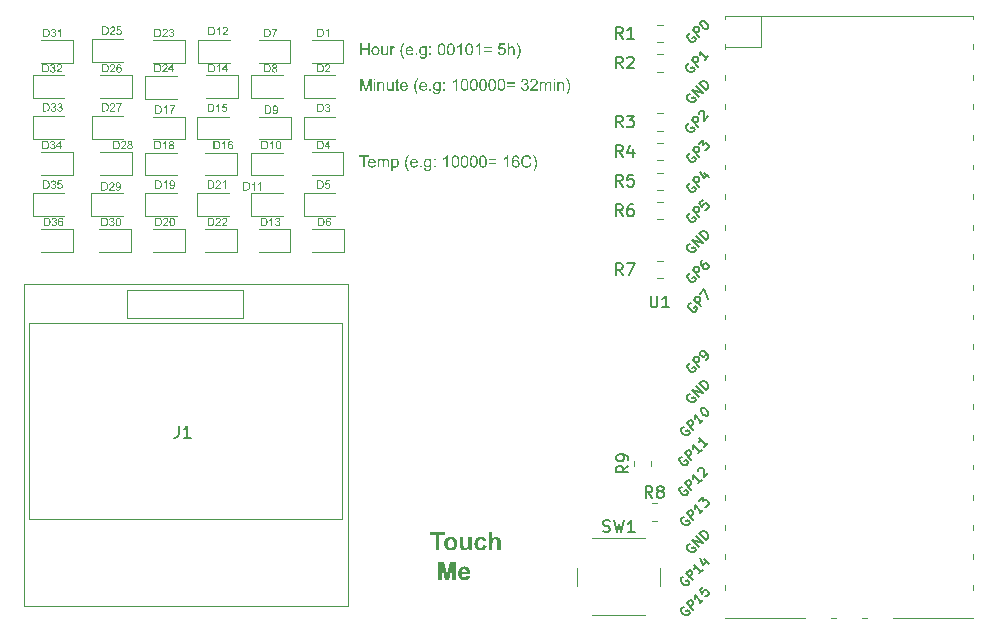
<source format=gbr>
%TF.GenerationSoftware,KiCad,Pcbnew,8.0.1*%
%TF.CreationDate,2024-05-11T19:31:04-03:00*%
%TF.ProjectId,business-card-pi-pico,62757369-6e65-4737-932d-636172642d70,rev?*%
%TF.SameCoordinates,Original*%
%TF.FileFunction,Legend,Top*%
%TF.FilePolarity,Positive*%
%FSLAX46Y46*%
G04 Gerber Fmt 4.6, Leading zero omitted, Abs format (unit mm)*
G04 Created by KiCad (PCBNEW 8.0.1) date 2024-05-11 19:31:04*
%MOMM*%
%LPD*%
G01*
G04 APERTURE LIST*
%ADD10C,0.300000*%
%ADD11C,0.150000*%
%ADD12C,0.125000*%
%ADD13C,0.120000*%
G04 APERTURE END LIST*
D10*
G36*
X136993492Y-99725000D02*
G01*
X136993492Y-98458845D01*
X136545429Y-98458845D01*
X136545429Y-98200924D01*
X137745638Y-98200924D01*
X137745638Y-98458845D01*
X137298674Y-98458845D01*
X137298674Y-99725000D01*
X136993492Y-99725000D01*
G37*
G36*
X138350466Y-98603482D02*
G01*
X138435200Y-98618663D01*
X138513622Y-98645230D01*
X138585732Y-98683183D01*
X138651532Y-98732522D01*
X138682065Y-98761461D01*
X138735976Y-98825200D01*
X138778734Y-98894967D01*
X138810337Y-98970761D01*
X138830786Y-99052584D01*
X138839307Y-99125374D01*
X138840701Y-99171057D01*
X138836783Y-99246834D01*
X138821739Y-99332288D01*
X138795413Y-99411767D01*
X138757803Y-99485268D01*
X138708911Y-99552794D01*
X138680233Y-99584316D01*
X138617284Y-99640095D01*
X138548514Y-99684333D01*
X138473922Y-99717031D01*
X138393507Y-99738189D01*
X138307272Y-99747806D01*
X138277233Y-99748447D01*
X138202815Y-99744188D01*
X138130137Y-99731411D01*
X138059200Y-99710116D01*
X137990003Y-99680303D01*
X137925935Y-99642087D01*
X137863602Y-99589623D01*
X137811586Y-99527133D01*
X137782641Y-99479902D01*
X137751546Y-99410361D01*
X137729335Y-99333631D01*
X137717188Y-99260594D01*
X137711844Y-99182052D01*
X137711748Y-99173988D01*
X138008321Y-99173988D01*
X138013153Y-99256946D01*
X138027647Y-99329601D01*
X138055503Y-99399021D01*
X138085624Y-99443998D01*
X138143012Y-99497187D01*
X138215295Y-99530031D01*
X138276133Y-99537421D01*
X138349634Y-99526382D01*
X138419941Y-99489159D01*
X138465910Y-99443998D01*
X138506482Y-99377115D01*
X138530149Y-99302788D01*
X138540968Y-99225479D01*
X138542847Y-99171789D01*
X138538038Y-99089815D01*
X138523613Y-99017916D01*
X138495888Y-98949073D01*
X138465910Y-98904344D01*
X138408939Y-98850946D01*
X138336914Y-98817973D01*
X138276133Y-98810554D01*
X138202547Y-98821637D01*
X138131947Y-98859006D01*
X138085624Y-98904344D01*
X138044859Y-98970819D01*
X138021079Y-99044473D01*
X138010208Y-99120940D01*
X138008321Y-99173988D01*
X137711748Y-99173988D01*
X137711566Y-99158600D01*
X137717188Y-99077746D01*
X137734055Y-98998399D01*
X137758487Y-98929133D01*
X137782641Y-98877965D01*
X137821888Y-98814195D01*
X137874908Y-98752033D01*
X137937318Y-98700014D01*
X137984141Y-98670969D01*
X138051232Y-98639714D01*
X138122077Y-98617389D01*
X138196678Y-98603994D01*
X138275034Y-98599528D01*
X138350466Y-98603482D01*
G37*
G36*
X139780792Y-99725000D02*
G01*
X139780792Y-99561235D01*
X139730697Y-99621599D01*
X139669989Y-99671350D01*
X139623621Y-99698621D01*
X139555532Y-99726989D01*
X139478192Y-99744506D01*
X139418091Y-99748447D01*
X139338802Y-99741595D01*
X139265798Y-99721038D01*
X139220621Y-99699720D01*
X139157459Y-99653660D01*
X139110259Y-99594661D01*
X139093859Y-99563066D01*
X139069970Y-99487418D01*
X139058486Y-99409973D01*
X139054696Y-99329077D01*
X139054658Y-99319434D01*
X139054658Y-98622976D01*
X139344085Y-98622976D01*
X139344085Y-99134787D01*
X139344639Y-99216463D01*
X139346685Y-99295603D01*
X139351531Y-99371801D01*
X139359839Y-99422749D01*
X139396449Y-99487420D01*
X139418091Y-99506646D01*
X139487089Y-99534416D01*
X139525436Y-99537421D01*
X139599724Y-99525737D01*
X139658060Y-99496022D01*
X139712593Y-99443188D01*
X139738660Y-99393440D01*
X139752655Y-99314106D01*
X139757721Y-99236133D01*
X139759937Y-99149687D01*
X139760275Y-99092655D01*
X139760275Y-98622976D01*
X140049703Y-98622976D01*
X140049703Y-99725000D01*
X139780792Y-99725000D01*
G37*
G36*
X141297173Y-98927791D02*
G01*
X141011775Y-98974685D01*
X140988237Y-98903153D01*
X140946196Y-98851953D01*
X140879285Y-98818478D01*
X140813939Y-98810554D01*
X140739012Y-98821786D01*
X140671677Y-98859301D01*
X140641381Y-98890422D01*
X140604670Y-98958015D01*
X140585969Y-99032187D01*
X140577909Y-99112375D01*
X140576901Y-99157501D01*
X140579194Y-99231248D01*
X140587664Y-99306444D01*
X140604986Y-99378085D01*
X140638102Y-99446192D01*
X140642114Y-99451692D01*
X140697584Y-99503933D01*
X140765625Y-99532063D01*
X140817969Y-99537421D01*
X140892890Y-99525606D01*
X140952791Y-99490160D01*
X140995408Y-99430456D01*
X141019648Y-99361016D01*
X141027163Y-99326395D01*
X141311461Y-99373290D01*
X141288175Y-99450206D01*
X141257105Y-99518427D01*
X141212065Y-99585747D01*
X141156859Y-99641709D01*
X141141468Y-99653925D01*
X141073279Y-99695278D01*
X141004822Y-99721770D01*
X140928161Y-99739216D01*
X140843296Y-99747616D01*
X140804413Y-99748447D01*
X140717838Y-99743102D01*
X140638090Y-99727066D01*
X140565167Y-99700340D01*
X140499072Y-99662924D01*
X140439802Y-99614817D01*
X140421563Y-99596406D01*
X140373130Y-99535157D01*
X140334717Y-99465717D01*
X140306325Y-99388085D01*
X140287954Y-99302261D01*
X140280300Y-99224484D01*
X140279047Y-99175087D01*
X140282544Y-99092964D01*
X140293036Y-99016727D01*
X140314859Y-98933012D01*
X140346754Y-98857771D01*
X140388722Y-98791005D01*
X140422295Y-98751203D01*
X140479568Y-98699658D01*
X140543951Y-98658776D01*
X140615444Y-98628560D01*
X140694046Y-98609008D01*
X140779758Y-98600121D01*
X140809909Y-98599528D01*
X140893354Y-98603420D01*
X140968981Y-98615096D01*
X141045837Y-98637971D01*
X141112481Y-98671012D01*
X141127547Y-98680861D01*
X141188659Y-98733128D01*
X141234174Y-98790877D01*
X141271400Y-98859249D01*
X141297173Y-98927791D01*
G37*
G36*
X141799459Y-98200924D02*
G01*
X141799459Y-98755600D01*
X141853872Y-98702560D01*
X141922239Y-98654550D01*
X141995864Y-98621476D01*
X142074749Y-98603339D01*
X142134316Y-98599528D01*
X142212315Y-98605696D01*
X142283784Y-98624198D01*
X142314567Y-98636898D01*
X142381092Y-98676439D01*
X142432887Y-98728555D01*
X142435467Y-98732152D01*
X142471437Y-98797275D01*
X142491154Y-98860746D01*
X142501423Y-98937232D01*
X142505457Y-99018285D01*
X142506175Y-99079466D01*
X142506175Y-99725000D01*
X142216748Y-99725000D01*
X142216748Y-99135886D01*
X142215717Y-99056316D01*
X142211531Y-98979329D01*
X142200261Y-98913503D01*
X142159072Y-98851509D01*
X142142009Y-98838398D01*
X142071183Y-98812757D01*
X142037595Y-98810554D01*
X141961269Y-98821914D01*
X141908635Y-98846458D01*
X141854372Y-98897914D01*
X141825471Y-98953803D01*
X141807689Y-99029818D01*
X141800703Y-99108041D01*
X141799459Y-99166294D01*
X141799459Y-99725000D01*
X141510031Y-99725000D01*
X141510031Y-98200924D01*
X141799459Y-98200924D01*
G37*
G36*
X137232728Y-102245000D02*
G01*
X137232728Y-100720924D01*
X137689218Y-100720924D01*
X137963258Y-101760666D01*
X138234368Y-100720924D01*
X138691591Y-100720924D01*
X138691591Y-102245000D01*
X138408391Y-102245000D01*
X138408391Y-101045157D01*
X138108339Y-102245000D01*
X137814881Y-102245000D01*
X137515928Y-101045157D01*
X137515928Y-102245000D01*
X137232728Y-102245000D01*
G37*
G36*
X139474242Y-101123473D02*
G01*
X139556090Y-101138620D01*
X139630699Y-101165127D01*
X139698070Y-101202994D01*
X139758203Y-101252221D01*
X139785554Y-101281095D01*
X139833395Y-101347723D01*
X139870854Y-101426433D01*
X139894140Y-101501253D01*
X139910217Y-101584463D01*
X139919084Y-101676063D01*
X139920988Y-101755384D01*
X139920743Y-101776053D01*
X139195341Y-101776053D01*
X139203434Y-101853605D01*
X139226800Y-101925523D01*
X139265317Y-101983415D01*
X139325233Y-102031331D01*
X139396032Y-102054819D01*
X139432379Y-102057421D01*
X139505244Y-102045668D01*
X139546318Y-102024082D01*
X139595606Y-101966523D01*
X139616660Y-101916737D01*
X139905355Y-101963632D01*
X139873482Y-102033745D01*
X139827990Y-102102002D01*
X139772296Y-102159016D01*
X139729501Y-102190778D01*
X139657331Y-102228323D01*
X139585151Y-102251381D01*
X139505415Y-102264730D01*
X139429448Y-102268447D01*
X139343778Y-102263876D01*
X139265371Y-102250164D01*
X139194227Y-102227311D01*
X139118441Y-102187821D01*
X139053114Y-102135168D01*
X139006664Y-102081235D01*
X138964552Y-102011766D01*
X138932783Y-101934795D01*
X138913785Y-101862847D01*
X138902386Y-101785387D01*
X138898586Y-101702414D01*
X138902057Y-101619903D01*
X138906322Y-101588475D01*
X139200471Y-101588475D01*
X139633147Y-101588475D01*
X139625555Y-101515417D01*
X139601237Y-101443426D01*
X139568300Y-101396500D01*
X139509005Y-101351420D01*
X139434113Y-101331134D01*
X139417725Y-101330554D01*
X139341259Y-101343808D01*
X139277275Y-101383568D01*
X139261287Y-101399797D01*
X139221380Y-101464517D01*
X139203005Y-101538749D01*
X139200471Y-101588475D01*
X138906322Y-101588475D01*
X138912468Y-101543189D01*
X138934124Y-101458782D01*
X138965774Y-101382721D01*
X139007419Y-101315007D01*
X139040736Y-101274501D01*
X139096695Y-101221834D01*
X139157961Y-101180064D01*
X139224533Y-101149191D01*
X139296412Y-101129214D01*
X139373598Y-101120134D01*
X139400505Y-101119528D01*
X139474242Y-101123473D01*
G37*
D11*
G36*
X130864654Y-67330000D02*
G01*
X130864654Y-66431186D01*
X130532972Y-66431186D01*
X130532972Y-66313949D01*
X131331158Y-66313949D01*
X131331158Y-66431186D01*
X130998011Y-66431186D01*
X130998011Y-67330000D01*
X130864654Y-67330000D01*
G37*
G36*
X131644739Y-66583266D02*
G01*
X131693935Y-66594008D01*
X131746555Y-66615591D01*
X131794032Y-66646922D01*
X131830635Y-66681535D01*
X131862176Y-66722639D01*
X131887192Y-66769565D01*
X131905682Y-66822313D01*
X131916105Y-66870717D01*
X131921997Y-66923163D01*
X131923447Y-66968032D01*
X131922958Y-67001737D01*
X131378785Y-67001737D01*
X131384372Y-67050505D01*
X131397111Y-67099800D01*
X131419543Y-67147046D01*
X131446685Y-67181744D01*
X131487934Y-67214588D01*
X131535051Y-67235268D01*
X131588036Y-67243783D01*
X131599337Y-67244026D01*
X131651240Y-67238181D01*
X131699833Y-67218813D01*
X131715352Y-67208611D01*
X131751141Y-67172862D01*
X131778309Y-67127485D01*
X131791556Y-67095526D01*
X131919539Y-67111158D01*
X131903823Y-67157500D01*
X131879822Y-67204624D01*
X131849379Y-67245519D01*
X131812495Y-67280186D01*
X131807431Y-67284082D01*
X131763697Y-67311010D01*
X131714314Y-67330244D01*
X131666471Y-67340762D01*
X131614303Y-67345391D01*
X131598604Y-67345631D01*
X131540939Y-67342153D01*
X131487927Y-67331721D01*
X131439570Y-67314333D01*
X131395867Y-67289989D01*
X131356818Y-67258691D01*
X131344836Y-67246713D01*
X131312962Y-67206727D01*
X131287683Y-67161144D01*
X131268998Y-67109962D01*
X131256908Y-67053181D01*
X131251871Y-67001587D01*
X131251046Y-66968764D01*
X131253360Y-66913007D01*
X131255088Y-66900132D01*
X131385624Y-66900132D01*
X131793021Y-66900132D01*
X131785974Y-66849827D01*
X131770906Y-66798733D01*
X131746371Y-66756029D01*
X131710360Y-66719900D01*
X131663868Y-66693625D01*
X131616193Y-66682458D01*
X131593230Y-66681290D01*
X131542603Y-66687110D01*
X131493028Y-66706956D01*
X131453520Y-66737219D01*
X131449860Y-66740886D01*
X131418714Y-66782044D01*
X131397634Y-66831027D01*
X131387268Y-66881800D01*
X131385624Y-66900132D01*
X131255088Y-66900132D01*
X131260301Y-66861293D01*
X131271869Y-66813621D01*
X131291859Y-66761752D01*
X131318512Y-66715705D01*
X131345812Y-66681779D01*
X131383333Y-66647083D01*
X131424821Y-66619566D01*
X131470276Y-66599227D01*
X131519698Y-66586066D01*
X131573087Y-66580084D01*
X131591765Y-66579685D01*
X131644739Y-66583266D01*
G37*
G36*
X132070969Y-67330000D02*
G01*
X132070969Y-66595317D01*
X132181612Y-66595317D01*
X132181612Y-66696922D01*
X132213143Y-66657443D01*
X132252172Y-66624737D01*
X132272714Y-66611926D01*
X132317777Y-66592279D01*
X132367236Y-66581700D01*
X132402651Y-66579685D01*
X132454936Y-66583611D01*
X132504075Y-66596845D01*
X132535519Y-66612903D01*
X132575150Y-66647063D01*
X132602999Y-66691415D01*
X132608792Y-66705959D01*
X132643053Y-66663046D01*
X132680989Y-66629011D01*
X132729892Y-66600526D01*
X132783798Y-66584125D01*
X132833984Y-66579685D01*
X132885184Y-66583471D01*
X132935265Y-66596781D01*
X132981576Y-66622808D01*
X133001046Y-66640258D01*
X133031829Y-66684355D01*
X133049786Y-66734973D01*
X133057995Y-66788661D01*
X133059420Y-66826371D01*
X133059420Y-67330000D01*
X132936322Y-67330000D01*
X132936322Y-66866182D01*
X132934639Y-66815887D01*
X132927159Y-66767314D01*
X132924354Y-66758471D01*
X132896930Y-66717760D01*
X132880635Y-66705471D01*
X132834548Y-66687594D01*
X132806629Y-66685198D01*
X132756823Y-66691317D01*
X132709534Y-66711948D01*
X132678890Y-66736978D01*
X132649966Y-66779768D01*
X132634090Y-66831440D01*
X132628534Y-66881537D01*
X132628087Y-66902330D01*
X132628087Y-67330000D01*
X132504256Y-67330000D01*
X132504256Y-66851528D01*
X132500678Y-66799342D01*
X132487220Y-66750320D01*
X132473970Y-66726964D01*
X132434281Y-66695640D01*
X132383724Y-66685362D01*
X132375296Y-66685198D01*
X132324982Y-66692159D01*
X132278576Y-66713042D01*
X132240413Y-66747114D01*
X132215615Y-66790813D01*
X132214340Y-66794131D01*
X132201531Y-66845212D01*
X132196121Y-66895148D01*
X132194556Y-66948004D01*
X132194556Y-67330000D01*
X132070969Y-67330000D01*
G37*
G36*
X133611468Y-66583511D02*
G01*
X133663856Y-66596734D01*
X133711903Y-66619403D01*
X133725471Y-66628046D01*
X133766763Y-66662135D01*
X133801186Y-66703952D01*
X133826293Y-66748194D01*
X133833426Y-66764333D01*
X133851018Y-66815125D01*
X133862852Y-66868584D01*
X133868539Y-66918341D01*
X133869818Y-66957041D01*
X133867299Y-67011934D01*
X133859743Y-67064019D01*
X133847149Y-67113295D01*
X133829518Y-67159762D01*
X133804089Y-67207017D01*
X133772863Y-67247664D01*
X133735842Y-67281704D01*
X133712770Y-67297759D01*
X133669130Y-67320900D01*
X133619146Y-67337730D01*
X133567588Y-67345210D01*
X133551814Y-67345631D01*
X133500129Y-67340629D01*
X133453212Y-67325622D01*
X133440683Y-67319497D01*
X133398523Y-67291991D01*
X133362070Y-67256026D01*
X133360083Y-67253551D01*
X133360083Y-67611367D01*
X133236496Y-67611367D01*
X133236496Y-66967299D01*
X133348360Y-66967299D01*
X133350360Y-67017737D01*
X133357752Y-67070026D01*
X133372868Y-67121142D01*
X133398377Y-67167626D01*
X133405268Y-67176371D01*
X133443326Y-67212048D01*
X133490590Y-67236032D01*
X133543510Y-67244026D01*
X133592640Y-67237181D01*
X133637142Y-67216644D01*
X133677018Y-67182417D01*
X133684438Y-67173928D01*
X133712892Y-67128413D01*
X133730367Y-67077736D01*
X133739621Y-67025505D01*
X133743070Y-66974875D01*
X133743300Y-66956796D01*
X133741282Y-66906788D01*
X133733828Y-66854695D01*
X133718581Y-66803404D01*
X133692854Y-66756212D01*
X133685903Y-66747236D01*
X133647964Y-66710399D01*
X133601108Y-66685637D01*
X133548883Y-66677383D01*
X133496781Y-66686156D01*
X133453123Y-66709359D01*
X133416849Y-66742641D01*
X133409176Y-66751632D01*
X133382569Y-66792955D01*
X133363564Y-66842674D01*
X133353170Y-66893065D01*
X133348597Y-66949884D01*
X133348360Y-66967299D01*
X133236496Y-66967299D01*
X133236496Y-66595317D01*
X133349092Y-66595317D01*
X133349092Y-66691793D01*
X133380394Y-66653760D01*
X133417559Y-66621394D01*
X133438974Y-66607773D01*
X133487019Y-66588573D01*
X133538832Y-66580371D01*
X133560607Y-66579685D01*
X133611468Y-66583511D01*
G37*
G36*
X134640160Y-67626999D02*
G01*
X134608949Y-67585314D01*
X134579276Y-67541471D01*
X134551141Y-67495469D01*
X134524545Y-67447309D01*
X134499488Y-67396990D01*
X134475969Y-67344512D01*
X134466992Y-67322916D01*
X134446657Y-67268122D01*
X134429769Y-67212730D01*
X134416327Y-67156743D01*
X134406332Y-67100159D01*
X134399783Y-67042979D01*
X134396681Y-66985203D01*
X134396406Y-66961926D01*
X134397694Y-66910892D01*
X134401558Y-66860527D01*
X134407998Y-66810829D01*
X134417014Y-66761799D01*
X134428606Y-66713437D01*
X134442774Y-66665743D01*
X134449162Y-66646852D01*
X134470118Y-66592168D01*
X134494366Y-66537568D01*
X134521905Y-66483051D01*
X134546307Y-66439497D01*
X134572815Y-66395997D01*
X134601429Y-66352551D01*
X134632151Y-66309158D01*
X134640160Y-66298318D01*
X134728820Y-66298318D01*
X134704241Y-66341264D01*
X134678366Y-66387495D01*
X134653172Y-66434116D01*
X134630961Y-66477751D01*
X134618911Y-66503726D01*
X134599036Y-66551888D01*
X134581420Y-66601118D01*
X134566063Y-66651417D01*
X134552965Y-66702784D01*
X134542922Y-66751287D01*
X134534956Y-66799893D01*
X134529069Y-66848603D01*
X134525259Y-66897415D01*
X134523527Y-66946330D01*
X134523412Y-66962658D01*
X134525217Y-67024982D01*
X134530633Y-67087297D01*
X134539660Y-67149603D01*
X134552297Y-67211900D01*
X134568546Y-67274190D01*
X134588404Y-67336470D01*
X134611874Y-67398742D01*
X134638954Y-67461005D01*
X134669645Y-67523260D01*
X134703947Y-67585506D01*
X134728820Y-67626999D01*
X134640160Y-67626999D01*
G37*
G36*
X135222408Y-66583266D02*
G01*
X135271604Y-66594008D01*
X135324224Y-66615591D01*
X135371702Y-66646922D01*
X135408304Y-66681535D01*
X135439845Y-66722639D01*
X135464861Y-66769565D01*
X135483351Y-66822313D01*
X135493774Y-66870717D01*
X135499666Y-66923163D01*
X135501116Y-66968032D01*
X135500628Y-67001737D01*
X134956454Y-67001737D01*
X134962041Y-67050505D01*
X134974780Y-67099800D01*
X134997213Y-67147046D01*
X135024354Y-67181744D01*
X135065603Y-67214588D01*
X135112720Y-67235268D01*
X135165705Y-67243783D01*
X135177006Y-67244026D01*
X135228909Y-67238181D01*
X135277502Y-67218813D01*
X135293021Y-67208611D01*
X135328810Y-67172862D01*
X135355978Y-67127485D01*
X135369225Y-67095526D01*
X135497208Y-67111158D01*
X135481492Y-67157500D01*
X135457491Y-67204624D01*
X135427049Y-67245519D01*
X135390164Y-67280186D01*
X135385101Y-67284082D01*
X135341366Y-67311010D01*
X135291983Y-67330244D01*
X135244140Y-67340762D01*
X135191972Y-67345391D01*
X135176273Y-67345631D01*
X135118608Y-67342153D01*
X135065597Y-67331721D01*
X135017239Y-67314333D01*
X134973536Y-67289989D01*
X134934487Y-67258691D01*
X134922505Y-67246713D01*
X134890631Y-67206727D01*
X134865352Y-67161144D01*
X134846667Y-67109962D01*
X134834577Y-67053181D01*
X134829540Y-67001587D01*
X134828715Y-66968764D01*
X134831029Y-66913007D01*
X134832757Y-66900132D01*
X134963293Y-66900132D01*
X135370690Y-66900132D01*
X135363643Y-66849827D01*
X135348575Y-66798733D01*
X135324040Y-66756029D01*
X135288030Y-66719900D01*
X135241538Y-66693625D01*
X135193862Y-66682458D01*
X135170900Y-66681290D01*
X135120272Y-66687110D01*
X135070697Y-66706956D01*
X135031189Y-66737219D01*
X135027529Y-66740886D01*
X134996383Y-66782044D01*
X134975303Y-66831027D01*
X134964937Y-66881800D01*
X134963293Y-66900132D01*
X134832757Y-66900132D01*
X134837970Y-66861293D01*
X134849538Y-66813621D01*
X134869528Y-66761752D01*
X134896181Y-66715705D01*
X134923482Y-66681779D01*
X134961003Y-66647083D01*
X135002490Y-66619566D01*
X135047945Y-66599227D01*
X135097367Y-66586066D01*
X135150756Y-66580084D01*
X135169434Y-66579685D01*
X135222408Y-66583266D01*
G37*
G36*
X135683565Y-67330000D02*
G01*
X135683565Y-67189316D01*
X135824494Y-67189316D01*
X135824494Y-67330000D01*
X135683565Y-67330000D01*
G37*
G36*
X136360249Y-66584641D02*
G01*
X136410255Y-66599507D01*
X136455912Y-66624285D01*
X136497222Y-66658973D01*
X136518876Y-66683244D01*
X136518876Y-66595317D01*
X136632937Y-66595317D01*
X136632937Y-67229616D01*
X136632091Y-67280752D01*
X136628839Y-67335660D01*
X136621964Y-67390822D01*
X136610042Y-67442128D01*
X136598255Y-67472393D01*
X136572619Y-67514186D01*
X136539064Y-67550112D01*
X136497591Y-67580170D01*
X136488346Y-67585478D01*
X136443287Y-67605549D01*
X136392742Y-67619051D01*
X136343206Y-67625539D01*
X136303210Y-67626999D01*
X136248544Y-67624194D01*
X136198671Y-67615779D01*
X136147540Y-67599293D01*
X136102668Y-67575479D01*
X136092428Y-67568381D01*
X136053797Y-67530870D01*
X136028303Y-67484008D01*
X136016671Y-67434503D01*
X136014759Y-67392526D01*
X136134926Y-67410355D01*
X136149214Y-67458288D01*
X136176936Y-67491200D01*
X136223565Y-67514575D01*
X136273803Y-67524192D01*
X136302477Y-67525394D01*
X136352370Y-67522031D01*
X136402104Y-67509116D01*
X136435101Y-67490956D01*
X136470170Y-67455539D01*
X136493738Y-67409558D01*
X136498360Y-67394480D01*
X136504731Y-67345366D01*
X136506878Y-67290707D01*
X136507152Y-67235233D01*
X136469866Y-67272159D01*
X136428747Y-67300015D01*
X136377059Y-67320745D01*
X136327724Y-67329167D01*
X136305408Y-67330000D01*
X136251375Y-67326161D01*
X136202116Y-67314647D01*
X136150681Y-67291511D01*
X136105745Y-67257926D01*
X136072400Y-67220823D01*
X136044428Y-67178353D01*
X136022242Y-67132827D01*
X136005845Y-67084243D01*
X135995235Y-67032603D01*
X135990412Y-66977906D01*
X135990090Y-66958995D01*
X135990503Y-66949958D01*
X136117096Y-66949958D01*
X136119097Y-67001606D01*
X136126489Y-67054896D01*
X136141605Y-67106611D01*
X136167114Y-67153075D01*
X136174005Y-67161716D01*
X136212516Y-67196879D01*
X136256609Y-67219018D01*
X136306283Y-67228134D01*
X136316887Y-67228394D01*
X136367467Y-67221931D01*
X136412657Y-67202539D01*
X136452456Y-67170220D01*
X136459769Y-67162205D01*
X136487751Y-67118885D01*
X136504936Y-67070387D01*
X136514037Y-67020239D01*
X136517598Y-66962890D01*
X136517655Y-66954110D01*
X136514803Y-66898102D01*
X136506248Y-66848476D01*
X136489487Y-66799574D01*
X136461726Y-66754522D01*
X136458060Y-66750167D01*
X136418580Y-66713845D01*
X136374330Y-66690976D01*
X136325310Y-66681560D01*
X136314933Y-66681290D01*
X136265770Y-66687897D01*
X136217310Y-66710427D01*
X136178365Y-66744783D01*
X136174738Y-66748946D01*
X136146874Y-66792199D01*
X136129762Y-66839372D01*
X136120699Y-66887386D01*
X136117153Y-66941687D01*
X136117096Y-66949958D01*
X135990503Y-66949958D01*
X135992441Y-66907505D01*
X135999494Y-66858061D01*
X136013048Y-66804882D01*
X136027704Y-66765310D01*
X136051684Y-66718508D01*
X136081035Y-66678121D01*
X136119947Y-66640769D01*
X136137369Y-66628046D01*
X136184681Y-66602543D01*
X136231423Y-66587667D01*
X136282105Y-66580441D01*
X136305896Y-66579685D01*
X136360249Y-66584641D01*
G37*
G36*
X136850314Y-66736001D02*
G01*
X136850314Y-66595317D01*
X136991242Y-66595317D01*
X136991242Y-66736001D01*
X136850314Y-66736001D01*
G37*
G36*
X136850314Y-67330000D02*
G01*
X136850314Y-67189316D01*
X136991242Y-67189316D01*
X136991242Y-67330000D01*
X136850314Y-67330000D01*
G37*
G36*
X138025122Y-67330000D02*
G01*
X137901535Y-67330000D01*
X137901535Y-66538164D01*
X137864097Y-66570587D01*
X137822900Y-66600309D01*
X137784298Y-66624626D01*
X137740416Y-66649394D01*
X137695506Y-66671790D01*
X137654117Y-66689106D01*
X137654117Y-66564054D01*
X137698280Y-66541926D01*
X137745690Y-66514262D01*
X137789833Y-66484064D01*
X137830709Y-66451331D01*
X137835589Y-66447062D01*
X137871584Y-66413005D01*
X137905291Y-66375312D01*
X137934314Y-66334201D01*
X137945498Y-66313949D01*
X138025122Y-66313949D01*
X138025122Y-67330000D01*
G37*
G36*
X138719641Y-66317817D02*
G01*
X138768290Y-66329419D01*
X138808408Y-66346678D01*
X138851365Y-66375311D01*
X138888276Y-66412120D01*
X138909525Y-66441200D01*
X138934875Y-66486718D01*
X138954415Y-66533659D01*
X138969145Y-66580433D01*
X138972051Y-66591409D01*
X138981989Y-66639479D01*
X138989087Y-66695273D01*
X138992969Y-66750430D01*
X138994566Y-66802413D01*
X138994766Y-66830034D01*
X138993877Y-66883930D01*
X138991212Y-66934486D01*
X138985668Y-66990746D01*
X138977565Y-67042197D01*
X138964877Y-67096147D01*
X138958374Y-67117264D01*
X138937918Y-67168753D01*
X138912944Y-67214045D01*
X138883452Y-67253139D01*
X138849441Y-67286036D01*
X138805623Y-67314844D01*
X138755778Y-67334224D01*
X138706410Y-67343536D01*
X138666259Y-67345631D01*
X138613869Y-67341947D01*
X138565875Y-67330896D01*
X138515439Y-67308692D01*
X138470987Y-67276460D01*
X138437648Y-67240851D01*
X138408940Y-67197591D01*
X138385097Y-67146579D01*
X138369527Y-67100188D01*
X138357071Y-67048836D01*
X138347728Y-66992523D01*
X138341500Y-66931248D01*
X138338873Y-66882037D01*
X138337997Y-66830034D01*
X138338001Y-66829790D01*
X138465003Y-66829790D01*
X138465911Y-66889469D01*
X138468636Y-66943943D01*
X138473177Y-66993212D01*
X138481409Y-67047477D01*
X138495033Y-67101859D01*
X138516094Y-67150502D01*
X138523133Y-67161472D01*
X138557956Y-67201378D01*
X138601633Y-67230401D01*
X138650558Y-67243300D01*
X138666259Y-67244026D01*
X138716887Y-67235940D01*
X138762220Y-67211683D01*
X138798492Y-67176025D01*
X138809630Y-67161228D01*
X138832280Y-67117068D01*
X138847266Y-67066584D01*
X138856633Y-67015606D01*
X138863161Y-66956531D01*
X138866340Y-66903441D01*
X138867703Y-66845168D01*
X138867759Y-66829790D01*
X138866851Y-66769947D01*
X138864126Y-66715347D01*
X138859585Y-66665991D01*
X138851354Y-66611670D01*
X138837729Y-66557299D01*
X138816669Y-66508778D01*
X138809630Y-66497864D01*
X138774691Y-66458076D01*
X138730612Y-66429139D01*
X138681000Y-66416278D01*
X138665038Y-66415554D01*
X138615126Y-66422638D01*
X138567991Y-66446795D01*
X138532203Y-66483631D01*
X138528995Y-66488094D01*
X138504060Y-66536085D01*
X138487563Y-66589144D01*
X138477251Y-66641770D01*
X138470065Y-66702040D01*
X138466565Y-66755760D01*
X138465065Y-66814373D01*
X138465003Y-66829790D01*
X138338001Y-66829790D01*
X138338891Y-66775793D01*
X138341574Y-66724962D01*
X138347156Y-66668468D01*
X138355313Y-66616885D01*
X138368086Y-66562912D01*
X138374633Y-66541828D01*
X138395287Y-66490262D01*
X138420368Y-66444986D01*
X138449875Y-66405998D01*
X138483810Y-66373300D01*
X138527569Y-66344610D01*
X138577241Y-66325309D01*
X138626357Y-66316036D01*
X138666259Y-66313949D01*
X138719641Y-66317817D01*
G37*
G36*
X139498287Y-66317817D02*
G01*
X139546936Y-66329419D01*
X139587055Y-66346678D01*
X139630011Y-66375311D01*
X139666922Y-66412120D01*
X139688171Y-66441200D01*
X139713521Y-66486718D01*
X139733061Y-66533659D01*
X139747791Y-66580433D01*
X139750697Y-66591409D01*
X139760635Y-66639479D01*
X139767733Y-66695273D01*
X139771615Y-66750430D01*
X139773212Y-66802413D01*
X139773412Y-66830034D01*
X139772523Y-66883930D01*
X139769858Y-66934486D01*
X139764314Y-66990746D01*
X139756211Y-67042197D01*
X139743523Y-67096147D01*
X139737020Y-67117264D01*
X139716564Y-67168753D01*
X139691591Y-67214045D01*
X139662098Y-67253139D01*
X139628087Y-67286036D01*
X139584270Y-67314844D01*
X139534424Y-67334224D01*
X139485057Y-67343536D01*
X139444905Y-67345631D01*
X139392515Y-67341947D01*
X139344521Y-67330896D01*
X139294085Y-67308692D01*
X139249633Y-67276460D01*
X139216294Y-67240851D01*
X139187586Y-67197591D01*
X139163744Y-67146579D01*
X139148173Y-67100188D01*
X139135717Y-67048836D01*
X139126374Y-66992523D01*
X139120146Y-66931248D01*
X139117519Y-66882037D01*
X139116643Y-66830034D01*
X139116647Y-66829790D01*
X139243649Y-66829790D01*
X139244557Y-66889469D01*
X139247282Y-66943943D01*
X139251824Y-66993212D01*
X139260055Y-67047477D01*
X139273679Y-67101859D01*
X139294740Y-67150502D01*
X139301779Y-67161472D01*
X139336602Y-67201378D01*
X139380280Y-67230401D01*
X139429205Y-67243300D01*
X139444905Y-67244026D01*
X139495533Y-67235940D01*
X139540866Y-67211683D01*
X139577138Y-67176025D01*
X139588276Y-67161228D01*
X139610926Y-67117068D01*
X139625913Y-67066584D01*
X139635279Y-67015606D01*
X139641807Y-66956531D01*
X139644986Y-66903441D01*
X139646349Y-66845168D01*
X139646406Y-66829790D01*
X139645497Y-66769947D01*
X139642773Y-66715347D01*
X139638231Y-66665991D01*
X139630000Y-66611670D01*
X139616376Y-66557299D01*
X139595315Y-66508778D01*
X139588276Y-66497864D01*
X139553337Y-66458076D01*
X139509259Y-66429139D01*
X139459647Y-66416278D01*
X139443684Y-66415554D01*
X139393772Y-66422638D01*
X139346637Y-66446795D01*
X139310850Y-66483631D01*
X139307641Y-66488094D01*
X139282707Y-66536085D01*
X139266209Y-66589144D01*
X139255898Y-66641770D01*
X139248711Y-66702040D01*
X139245211Y-66755760D01*
X139243712Y-66814373D01*
X139243649Y-66829790D01*
X139116647Y-66829790D01*
X139117537Y-66775793D01*
X139120221Y-66724962D01*
X139125802Y-66668468D01*
X139133959Y-66616885D01*
X139146732Y-66562912D01*
X139153279Y-66541828D01*
X139173933Y-66490262D01*
X139199014Y-66444986D01*
X139228521Y-66405998D01*
X139262456Y-66373300D01*
X139306216Y-66344610D01*
X139355887Y-66325309D01*
X139405003Y-66316036D01*
X139444905Y-66313949D01*
X139498287Y-66317817D01*
G37*
G36*
X140276933Y-66317817D02*
G01*
X140325582Y-66329419D01*
X140365701Y-66346678D01*
X140408657Y-66375311D01*
X140445568Y-66412120D01*
X140466817Y-66441200D01*
X140492168Y-66486718D01*
X140511707Y-66533659D01*
X140526437Y-66580433D01*
X140529344Y-66591409D01*
X140539281Y-66639479D01*
X140546379Y-66695273D01*
X140550261Y-66750430D01*
X140551858Y-66802413D01*
X140552058Y-66830034D01*
X140551170Y-66883930D01*
X140548504Y-66934486D01*
X140542960Y-66990746D01*
X140534857Y-67042197D01*
X140522170Y-67096147D01*
X140515666Y-67117264D01*
X140495211Y-67168753D01*
X140470237Y-67214045D01*
X140440744Y-67253139D01*
X140406734Y-67286036D01*
X140362916Y-67314844D01*
X140313070Y-67334224D01*
X140263703Y-67343536D01*
X140223551Y-67345631D01*
X140171161Y-67341947D01*
X140123168Y-67330896D01*
X140072732Y-67308692D01*
X140028279Y-67276460D01*
X139994940Y-67240851D01*
X139966232Y-67197591D01*
X139942390Y-67146579D01*
X139926819Y-67100188D01*
X139914363Y-67048836D01*
X139905021Y-66992523D01*
X139898792Y-66931248D01*
X139896165Y-66882037D01*
X139895289Y-66830034D01*
X139895293Y-66829790D01*
X140022295Y-66829790D01*
X140023204Y-66889469D01*
X140025928Y-66943943D01*
X140030470Y-66993212D01*
X140038701Y-67047477D01*
X140052325Y-67101859D01*
X140073386Y-67150502D01*
X140080425Y-67161472D01*
X140115248Y-67201378D01*
X140158926Y-67230401D01*
X140207851Y-67243300D01*
X140223551Y-67244026D01*
X140274179Y-67235940D01*
X140319512Y-67211683D01*
X140355784Y-67176025D01*
X140366922Y-67161228D01*
X140389572Y-67117068D01*
X140404559Y-67066584D01*
X140413925Y-67015606D01*
X140420454Y-66956531D01*
X140423633Y-66903441D01*
X140424995Y-66845168D01*
X140425052Y-66829790D01*
X140424144Y-66769947D01*
X140421419Y-66715347D01*
X140416877Y-66665991D01*
X140408646Y-66611670D01*
X140395022Y-66557299D01*
X140373961Y-66508778D01*
X140366922Y-66497864D01*
X140331983Y-66458076D01*
X140287905Y-66429139D01*
X140238293Y-66416278D01*
X140222330Y-66415554D01*
X140172418Y-66422638D01*
X140125283Y-66446795D01*
X140089496Y-66483631D01*
X140086287Y-66488094D01*
X140061353Y-66536085D01*
X140044855Y-66589144D01*
X140034544Y-66641770D01*
X140027357Y-66702040D01*
X140023858Y-66755760D01*
X140022358Y-66814373D01*
X140022295Y-66829790D01*
X139895293Y-66829790D01*
X139896184Y-66775793D01*
X139898867Y-66724962D01*
X139904448Y-66668468D01*
X139912606Y-66616885D01*
X139925378Y-66562912D01*
X139931926Y-66541828D01*
X139952579Y-66490262D01*
X139977660Y-66444986D01*
X140007168Y-66405998D01*
X140041102Y-66373300D01*
X140084862Y-66344610D01*
X140134534Y-66325309D01*
X140183649Y-66316036D01*
X140223551Y-66313949D01*
X140276933Y-66317817D01*
G37*
G36*
X141055580Y-66317817D02*
G01*
X141104228Y-66329419D01*
X141144347Y-66346678D01*
X141187303Y-66375311D01*
X141224214Y-66412120D01*
X141245464Y-66441200D01*
X141270814Y-66486718D01*
X141290353Y-66533659D01*
X141305084Y-66580433D01*
X141307990Y-66591409D01*
X141317927Y-66639479D01*
X141325026Y-66695273D01*
X141328908Y-66750430D01*
X141330505Y-66802413D01*
X141330704Y-66830034D01*
X141329816Y-66883930D01*
X141327150Y-66934486D01*
X141321606Y-66990746D01*
X141313503Y-67042197D01*
X141300816Y-67096147D01*
X141294312Y-67117264D01*
X141273857Y-67168753D01*
X141248883Y-67214045D01*
X141219391Y-67253139D01*
X141185380Y-67286036D01*
X141141562Y-67314844D01*
X141091717Y-67334224D01*
X141042349Y-67343536D01*
X141002198Y-67345631D01*
X140949808Y-67341947D01*
X140901814Y-67330896D01*
X140851378Y-67308692D01*
X140806926Y-67276460D01*
X140773586Y-67240851D01*
X140744878Y-67197591D01*
X140721036Y-67146579D01*
X140705466Y-67100188D01*
X140693009Y-67048836D01*
X140683667Y-66992523D01*
X140677439Y-66931248D01*
X140674811Y-66882037D01*
X140673935Y-66830034D01*
X140673939Y-66829790D01*
X140800942Y-66829790D01*
X140801850Y-66889469D01*
X140804575Y-66943943D01*
X140809116Y-66993212D01*
X140817347Y-67047477D01*
X140830972Y-67101859D01*
X140852032Y-67150502D01*
X140859071Y-67161472D01*
X140893895Y-67201378D01*
X140937572Y-67230401D01*
X140986497Y-67243300D01*
X141002198Y-67244026D01*
X141052826Y-67235940D01*
X141098158Y-67211683D01*
X141134431Y-67176025D01*
X141145568Y-67161228D01*
X141168218Y-67117068D01*
X141183205Y-67066584D01*
X141192572Y-67015606D01*
X141199100Y-66956531D01*
X141202279Y-66903441D01*
X141203641Y-66845168D01*
X141203698Y-66829790D01*
X141202790Y-66769947D01*
X141200065Y-66715347D01*
X141195524Y-66665991D01*
X141187292Y-66611670D01*
X141173668Y-66557299D01*
X141152607Y-66508778D01*
X141145568Y-66497864D01*
X141110629Y-66458076D01*
X141066551Y-66429139D01*
X141016939Y-66416278D01*
X141000976Y-66415554D01*
X140951064Y-66422638D01*
X140903929Y-66446795D01*
X140868142Y-66483631D01*
X140864933Y-66488094D01*
X140839999Y-66536085D01*
X140823501Y-66589144D01*
X140813190Y-66641770D01*
X140806003Y-66702040D01*
X140802504Y-66755760D01*
X140801004Y-66814373D01*
X140800942Y-66829790D01*
X140673939Y-66829790D01*
X140674830Y-66775793D01*
X140677513Y-66724962D01*
X140683094Y-66668468D01*
X140691252Y-66616885D01*
X140704024Y-66562912D01*
X140710572Y-66541828D01*
X140731226Y-66490262D01*
X140756306Y-66444986D01*
X140785814Y-66405998D01*
X140819748Y-66373300D01*
X140863508Y-66344610D01*
X140913180Y-66325309D01*
X140962295Y-66316036D01*
X141002198Y-66313949D01*
X141055580Y-66317817D01*
G37*
G36*
X142137438Y-66743817D02*
G01*
X141472609Y-66743817D01*
X141472609Y-66626580D01*
X142137438Y-66626580D01*
X142137438Y-66743817D01*
G37*
G36*
X142137438Y-67056448D02*
G01*
X141472609Y-67056448D01*
X141472609Y-66939211D01*
X142137438Y-66939211D01*
X142137438Y-67056448D01*
G37*
G36*
X143123935Y-67330000D02*
G01*
X143000348Y-67330000D01*
X143000348Y-66538164D01*
X142962911Y-66570587D01*
X142921713Y-66600309D01*
X142883112Y-66624626D01*
X142839229Y-66649394D01*
X142794319Y-66671790D01*
X142752930Y-66689106D01*
X142752930Y-66564054D01*
X142797094Y-66541926D01*
X142844504Y-66514262D01*
X142888647Y-66484064D01*
X142929523Y-66451331D01*
X142934403Y-66447062D01*
X142970398Y-66413005D01*
X143004105Y-66375312D01*
X143033128Y-66334201D01*
X143044312Y-66313949D01*
X143123935Y-66313949D01*
X143123935Y-67330000D01*
G37*
G36*
X143842643Y-66317210D02*
G01*
X143894685Y-66328922D01*
X143941324Y-66349152D01*
X143982559Y-66377901D01*
X143987334Y-66382093D01*
X144021512Y-66419294D01*
X144048089Y-66462998D01*
X144067064Y-66513206D01*
X144077431Y-66562471D01*
X144078436Y-66569916D01*
X143955582Y-66579685D01*
X143941202Y-66529036D01*
X143919564Y-66484530D01*
X143908688Y-66470265D01*
X143867838Y-66436926D01*
X143820394Y-66418974D01*
X143785101Y-66415554D01*
X143736140Y-66421772D01*
X143689805Y-66442233D01*
X143681297Y-66448039D01*
X143644080Y-66481480D01*
X143612693Y-66524042D01*
X143589218Y-66570648D01*
X143572927Y-66621278D01*
X143562695Y-66675396D01*
X143557024Y-66729788D01*
X143554599Y-66781637D01*
X143554291Y-66799993D01*
X143587358Y-66759755D01*
X143625100Y-66727368D01*
X143663468Y-66704738D01*
X143712835Y-66685687D01*
X143763852Y-66675429D01*
X143798778Y-66673475D01*
X143851178Y-66677846D01*
X143900025Y-66690959D01*
X143945318Y-66712815D01*
X143987059Y-66743412D01*
X144009316Y-66764822D01*
X144043196Y-66807238D01*
X144068754Y-66854774D01*
X144085992Y-66907430D01*
X144094143Y-66956637D01*
X144096266Y-67000516D01*
X144093020Y-67052916D01*
X144083283Y-67103230D01*
X144067054Y-67151457D01*
X144055233Y-67177348D01*
X144029855Y-67220221D01*
X143995948Y-67260788D01*
X143956029Y-67293914D01*
X143942882Y-67302400D01*
X143896423Y-67325198D01*
X143846196Y-67339552D01*
X143792200Y-67345462D01*
X143780949Y-67345631D01*
X143724981Y-67341621D01*
X143673031Y-67329591D01*
X143625101Y-67309541D01*
X143581188Y-67281471D01*
X143541295Y-67245382D01*
X143528890Y-67231570D01*
X143495771Y-67183602D01*
X143473407Y-67135692D01*
X143455800Y-67080566D01*
X143445141Y-67031271D01*
X143440350Y-66997341D01*
X143573586Y-66997341D01*
X143578061Y-67049399D01*
X143591484Y-67099603D01*
X143600697Y-67122149D01*
X143626272Y-67165894D01*
X143661749Y-67202546D01*
X143676413Y-67213007D01*
X143723281Y-67235272D01*
X143772297Y-67243905D01*
X143778995Y-67244026D01*
X143830159Y-67236407D01*
X143876187Y-67213549D01*
X143913572Y-67179546D01*
X143943325Y-67134714D01*
X143960681Y-67086616D01*
X143968615Y-67037699D01*
X143969993Y-67004180D01*
X143966512Y-66953759D01*
X143954276Y-66903786D01*
X143930348Y-66856646D01*
X143914305Y-66836385D01*
X143876686Y-66804056D01*
X143828803Y-66782324D01*
X143779363Y-66775140D01*
X143774110Y-66775080D01*
X143724231Y-66781067D01*
X143675094Y-66801482D01*
X143635634Y-66832613D01*
X143631960Y-66836385D01*
X143601177Y-66878445D01*
X143581795Y-66927995D01*
X143574099Y-66978993D01*
X143573586Y-66997341D01*
X143440350Y-66997341D01*
X143437528Y-66977359D01*
X143432960Y-66918828D01*
X143431437Y-66855680D01*
X143432384Y-66802175D01*
X143435224Y-66751478D01*
X143441956Y-66688250D01*
X143452054Y-66630013D01*
X143465518Y-66576768D01*
X143482347Y-66528515D01*
X143508118Y-66475218D01*
X143539148Y-66429720D01*
X143576712Y-66390376D01*
X143618878Y-66359172D01*
X143665647Y-66336109D01*
X143717018Y-66321185D01*
X143772992Y-66314401D01*
X143792672Y-66313949D01*
X143842643Y-66317210D01*
G37*
G36*
X144984089Y-66970474D02*
G01*
X145117445Y-67004180D01*
X145102684Y-67054302D01*
X145084654Y-67100560D01*
X145058705Y-67150969D01*
X145028051Y-67195815D01*
X144992691Y-67235096D01*
X144966503Y-67258192D01*
X144924037Y-67287908D01*
X144878152Y-67311475D01*
X144828851Y-67328895D01*
X144776131Y-67340166D01*
X144719995Y-67345289D01*
X144700523Y-67345631D01*
X144651098Y-67344003D01*
X144595709Y-67337752D01*
X144544595Y-67326813D01*
X144497758Y-67311185D01*
X144448519Y-67287027D01*
X144435519Y-67278953D01*
X144393286Y-67246929D01*
X144355704Y-67209202D01*
X144322774Y-67165772D01*
X144294496Y-67116638D01*
X144280425Y-67086001D01*
X144262330Y-67037904D01*
X144247979Y-66988502D01*
X144237372Y-66937795D01*
X144230508Y-66885783D01*
X144227388Y-66832465D01*
X144227180Y-66814403D01*
X144229293Y-66756477D01*
X144235630Y-66701402D01*
X144246191Y-66649178D01*
X144260977Y-66599805D01*
X144279988Y-66553282D01*
X144287264Y-66538408D01*
X144315982Y-66489615D01*
X144349561Y-66446245D01*
X144388003Y-66408298D01*
X144431306Y-66375773D01*
X144458234Y-66359623D01*
X144507905Y-66335735D01*
X144559681Y-66317715D01*
X144613560Y-66305562D01*
X144669542Y-66299276D01*
X144702477Y-66298318D01*
X144757480Y-66301057D01*
X144809100Y-66309274D01*
X144857337Y-66322970D01*
X144909338Y-66345872D01*
X144956734Y-66376231D01*
X144998835Y-66413357D01*
X145034952Y-66456560D01*
X145061147Y-66498429D01*
X145082946Y-66544763D01*
X145100348Y-66595561D01*
X144968946Y-66626580D01*
X144952146Y-66580348D01*
X144929225Y-66534667D01*
X144898695Y-66492399D01*
X144867341Y-66462937D01*
X144822328Y-66435889D01*
X144770636Y-66418859D01*
X144718403Y-66412097D01*
X144699790Y-66411646D01*
X144650845Y-66414334D01*
X144599344Y-66423990D01*
X144552575Y-66440667D01*
X144505617Y-66467822D01*
X144465442Y-66502454D01*
X144432570Y-66543153D01*
X144407001Y-66589918D01*
X144395952Y-66618520D01*
X144382168Y-66666163D01*
X144372322Y-66714569D01*
X144366414Y-66763738D01*
X144364445Y-66813670D01*
X144366233Y-66868833D01*
X144371597Y-66920840D01*
X144380538Y-66969692D01*
X144395136Y-67021658D01*
X144401814Y-67040083D01*
X144423200Y-67085283D01*
X144453428Y-67128871D01*
X144490185Y-67164770D01*
X144518318Y-67184431D01*
X144563855Y-67207572D01*
X144611440Y-67223139D01*
X144661073Y-67231134D01*
X144689532Y-67232302D01*
X144743326Y-67228181D01*
X144792847Y-67215816D01*
X144838093Y-67195208D01*
X144879064Y-67166357D01*
X144914754Y-67129385D01*
X144944155Y-67084413D01*
X144964722Y-67038502D01*
X144980473Y-66986466D01*
X144984089Y-66970474D01*
G37*
G36*
X145341172Y-67626999D02*
G01*
X145252512Y-67626999D01*
X145289220Y-67564758D01*
X145322318Y-67502509D01*
X145351806Y-67440252D01*
X145377682Y-67377986D01*
X145399948Y-67315711D01*
X145418604Y-67253427D01*
X145433648Y-67191136D01*
X145445082Y-67128835D01*
X145452905Y-67066526D01*
X145457118Y-67004208D01*
X145457920Y-66962658D01*
X145456506Y-66905904D01*
X145452263Y-66849337D01*
X145445192Y-66792957D01*
X145436880Y-66744780D01*
X145428367Y-66704738D01*
X145415498Y-66653462D01*
X145400340Y-66603194D01*
X145382892Y-66553933D01*
X145363154Y-66505680D01*
X145340805Y-66458668D01*
X145314922Y-66409415D01*
X145290843Y-66365683D01*
X145262761Y-66316129D01*
X145252512Y-66298318D01*
X145341172Y-66298318D01*
X145372362Y-66341698D01*
X145401454Y-66385131D01*
X145428447Y-66428617D01*
X145453340Y-66472158D01*
X145476135Y-66515751D01*
X145501677Y-66570318D01*
X145523939Y-66624969D01*
X145531926Y-66646852D01*
X145547194Y-66694279D01*
X145559875Y-66742374D01*
X145569968Y-66791137D01*
X145577473Y-66840567D01*
X145582390Y-66890666D01*
X145584719Y-66941432D01*
X145584926Y-66961926D01*
X145583191Y-67019940D01*
X145577985Y-67077359D01*
X145569309Y-67134181D01*
X145557163Y-67190407D01*
X145541546Y-67246037D01*
X145522458Y-67301070D01*
X145513852Y-67322916D01*
X145490895Y-67376258D01*
X145466448Y-67427440D01*
X145440511Y-67476464D01*
X145413082Y-67523329D01*
X145384163Y-67568036D01*
X145353753Y-67610584D01*
X145341172Y-67626999D01*
G37*
G36*
X130604535Y-60830000D02*
G01*
X130604535Y-59813949D01*
X130805059Y-59813949D01*
X131043440Y-60534466D01*
X131058812Y-60581620D01*
X131074893Y-60631675D01*
X131089593Y-60678707D01*
X131091556Y-60685163D01*
X131107092Y-60636231D01*
X131124184Y-60584224D01*
X131140571Y-60535269D01*
X131145045Y-60522009D01*
X131386113Y-59813949D01*
X131565387Y-59813949D01*
X131565387Y-60830000D01*
X131436915Y-60830000D01*
X131436915Y-59978080D01*
X131144312Y-60830000D01*
X131024145Y-60830000D01*
X130732763Y-59963670D01*
X130732763Y-60830000D01*
X130604535Y-60830000D01*
G37*
G36*
X131759071Y-59954633D02*
G01*
X131759071Y-59813949D01*
X131882658Y-59813949D01*
X131882658Y-59954633D01*
X131759071Y-59954633D01*
G37*
G36*
X131759071Y-60830000D02*
G01*
X131759071Y-60095317D01*
X131882658Y-60095317D01*
X131882658Y-60830000D01*
X131759071Y-60830000D01*
G37*
G36*
X132069016Y-60830000D02*
G01*
X132069016Y-60095317D01*
X132180146Y-60095317D01*
X132180146Y-60198387D01*
X132212795Y-60158047D01*
X132250477Y-60126053D01*
X132300797Y-60099276D01*
X132349381Y-60085366D01*
X132402996Y-60079801D01*
X132412421Y-60079685D01*
X132464228Y-60083636D01*
X132512488Y-60095487D01*
X132533565Y-60103621D01*
X132576702Y-60127250D01*
X132612835Y-60161352D01*
X132616364Y-60166147D01*
X132641001Y-60211286D01*
X132654954Y-60257983D01*
X132660290Y-60309256D01*
X132661733Y-60363129D01*
X132661793Y-60378883D01*
X132661793Y-60830000D01*
X132538206Y-60830000D01*
X132538206Y-60382058D01*
X132536180Y-60330332D01*
X132527947Y-60280937D01*
X132523796Y-60268241D01*
X132497005Y-60226930D01*
X132472505Y-60207913D01*
X132427193Y-60189546D01*
X132386287Y-60185198D01*
X132334590Y-60191173D01*
X132287972Y-60209095D01*
X132250000Y-60235757D01*
X132219732Y-60276252D01*
X132202075Y-60327912D01*
X132194620Y-60378056D01*
X132192602Y-60427976D01*
X132192602Y-60830000D01*
X132069016Y-60830000D01*
G37*
G36*
X133325645Y-60830000D02*
G01*
X133325645Y-60722777D01*
X133291533Y-60764528D01*
X133253128Y-60797641D01*
X133210429Y-60822116D01*
X133163437Y-60837953D01*
X133112152Y-60845151D01*
X133094103Y-60845631D01*
X133043124Y-60841519D01*
X132994966Y-60829185D01*
X132973691Y-60820718D01*
X132930221Y-60796489D01*
X132893935Y-60762844D01*
X132890404Y-60758192D01*
X132866148Y-60713472D01*
X132852302Y-60666113D01*
X132846394Y-60615054D01*
X132844797Y-60564404D01*
X132844731Y-60549853D01*
X132844731Y-60095317D01*
X132968562Y-60095317D01*
X132968562Y-60503203D01*
X132969161Y-60553115D01*
X132971823Y-60603976D01*
X132976133Y-60634849D01*
X132995775Y-60681082D01*
X133025471Y-60712030D01*
X133070726Y-60733946D01*
X133119016Y-60740118D01*
X133169544Y-60733839D01*
X133217175Y-60715002D01*
X133223307Y-60711542D01*
X133262824Y-60679961D01*
X133291133Y-60636218D01*
X133292428Y-60633140D01*
X133305553Y-60585478D01*
X133311433Y-60533626D01*
X133312700Y-60489281D01*
X133312700Y-60095317D01*
X133436287Y-60095317D01*
X133436287Y-60830000D01*
X133325645Y-60830000D01*
G37*
G36*
X133896196Y-60716671D02*
G01*
X133914026Y-60830000D01*
X133864567Y-60841723D01*
X133820725Y-60845631D01*
X133770952Y-60842084D01*
X133723416Y-60827979D01*
X133716189Y-60824138D01*
X133678370Y-60791718D01*
X133663921Y-60767229D01*
X133653227Y-60717137D01*
X133649735Y-60664720D01*
X133649023Y-60618974D01*
X133649023Y-60193014D01*
X133558164Y-60193014D01*
X133558164Y-60095317D01*
X133649023Y-60095317D01*
X133649023Y-59917997D01*
X133771877Y-59845212D01*
X133771877Y-60095317D01*
X133896196Y-60095317D01*
X133896196Y-60193014D01*
X133771877Y-60193014D01*
X133771877Y-60628988D01*
X133774115Y-60679685D01*
X133778227Y-60698597D01*
X133799476Y-60723265D01*
X133841974Y-60732302D01*
X133889992Y-60719464D01*
X133896196Y-60716671D01*
G37*
G36*
X134367558Y-60083266D02*
G01*
X134416754Y-60094008D01*
X134469374Y-60115591D01*
X134516852Y-60146922D01*
X134553454Y-60181535D01*
X134584995Y-60222639D01*
X134610011Y-60269565D01*
X134628501Y-60322313D01*
X134638924Y-60370717D01*
X134644816Y-60423163D01*
X134646266Y-60468032D01*
X134645778Y-60501737D01*
X134101605Y-60501737D01*
X134107191Y-60550505D01*
X134119930Y-60599800D01*
X134142363Y-60647046D01*
X134169504Y-60681744D01*
X134210753Y-60714588D01*
X134257870Y-60735268D01*
X134310855Y-60743783D01*
X134322156Y-60744026D01*
X134374059Y-60738181D01*
X134422652Y-60718813D01*
X134438171Y-60708611D01*
X134473960Y-60672862D01*
X134501128Y-60627485D01*
X134514375Y-60595526D01*
X134642358Y-60611158D01*
X134626642Y-60657500D01*
X134602641Y-60704624D01*
X134572199Y-60745519D01*
X134535314Y-60780186D01*
X134530251Y-60784082D01*
X134486516Y-60811010D01*
X134437133Y-60830244D01*
X134389290Y-60840762D01*
X134337122Y-60845391D01*
X134321423Y-60845631D01*
X134263758Y-60842153D01*
X134210747Y-60831721D01*
X134162390Y-60814333D01*
X134118686Y-60789989D01*
X134079637Y-60758691D01*
X134067655Y-60746713D01*
X134035781Y-60706727D01*
X134010502Y-60661144D01*
X133991817Y-60609962D01*
X133979727Y-60553181D01*
X133974690Y-60501587D01*
X133973866Y-60468764D01*
X133976179Y-60413007D01*
X133977907Y-60400132D01*
X134108443Y-60400132D01*
X134515840Y-60400132D01*
X134508793Y-60349827D01*
X134493725Y-60298733D01*
X134469190Y-60256029D01*
X134433180Y-60219900D01*
X134386688Y-60193625D01*
X134339012Y-60182458D01*
X134316050Y-60181290D01*
X134265422Y-60187110D01*
X134215847Y-60206956D01*
X134176339Y-60237219D01*
X134172679Y-60240886D01*
X134141533Y-60282044D01*
X134120453Y-60331027D01*
X134110087Y-60381800D01*
X134108443Y-60400132D01*
X133977907Y-60400132D01*
X133983120Y-60361293D01*
X133994688Y-60313621D01*
X134014678Y-60261752D01*
X134041331Y-60215705D01*
X134068632Y-60181779D01*
X134106153Y-60147083D01*
X134147640Y-60119566D01*
X134193095Y-60099227D01*
X134242517Y-60086066D01*
X134295906Y-60080084D01*
X134314584Y-60079685D01*
X134367558Y-60083266D01*
G37*
G36*
X135418806Y-61126999D02*
G01*
X135387595Y-61085314D01*
X135357922Y-61041471D01*
X135329788Y-60995469D01*
X135303192Y-60947309D01*
X135278134Y-60896990D01*
X135254615Y-60844512D01*
X135245638Y-60822916D01*
X135225303Y-60768122D01*
X135208415Y-60712730D01*
X135194973Y-60656743D01*
X135184978Y-60600159D01*
X135178429Y-60542979D01*
X135175328Y-60485203D01*
X135175052Y-60461926D01*
X135176340Y-60410892D01*
X135180204Y-60360527D01*
X135186644Y-60310829D01*
X135195660Y-60261799D01*
X135207252Y-60213437D01*
X135221420Y-60165743D01*
X135227808Y-60146852D01*
X135248765Y-60092168D01*
X135273012Y-60037568D01*
X135300552Y-59983051D01*
X135324953Y-59939497D01*
X135351461Y-59895997D01*
X135380076Y-59852551D01*
X135410797Y-59809158D01*
X135418806Y-59798318D01*
X135507466Y-59798318D01*
X135482887Y-59841264D01*
X135457013Y-59887495D01*
X135431818Y-59934116D01*
X135409607Y-59977751D01*
X135397557Y-60003726D01*
X135377682Y-60051888D01*
X135360066Y-60101118D01*
X135344709Y-60151417D01*
X135331612Y-60202784D01*
X135321568Y-60251287D01*
X135313602Y-60299893D01*
X135307715Y-60348603D01*
X135303905Y-60397415D01*
X135302174Y-60446330D01*
X135302058Y-60462658D01*
X135303863Y-60524982D01*
X135309280Y-60587297D01*
X135318306Y-60649603D01*
X135330944Y-60711900D01*
X135347192Y-60774190D01*
X135367051Y-60836470D01*
X135390520Y-60898742D01*
X135417600Y-60961005D01*
X135448291Y-61023260D01*
X135482593Y-61085506D01*
X135507466Y-61126999D01*
X135418806Y-61126999D01*
G37*
G36*
X136001054Y-60083266D02*
G01*
X136050250Y-60094008D01*
X136102870Y-60115591D01*
X136150348Y-60146922D01*
X136186950Y-60181535D01*
X136218492Y-60222639D01*
X136243507Y-60269565D01*
X136261997Y-60322313D01*
X136272421Y-60370717D01*
X136278312Y-60423163D01*
X136279762Y-60468032D01*
X136279274Y-60501737D01*
X135735101Y-60501737D01*
X135740687Y-60550505D01*
X135753426Y-60599800D01*
X135775859Y-60647046D01*
X135803000Y-60681744D01*
X135844250Y-60714588D01*
X135891366Y-60735268D01*
X135944351Y-60743783D01*
X135955652Y-60744026D01*
X136007555Y-60738181D01*
X136056148Y-60718813D01*
X136071667Y-60708611D01*
X136107456Y-60672862D01*
X136134624Y-60627485D01*
X136147871Y-60595526D01*
X136275854Y-60611158D01*
X136260138Y-60657500D01*
X136236137Y-60704624D01*
X136205695Y-60745519D01*
X136168810Y-60780186D01*
X136163747Y-60784082D01*
X136120012Y-60811010D01*
X136070629Y-60830244D01*
X136022786Y-60840762D01*
X135970619Y-60845391D01*
X135954919Y-60845631D01*
X135897254Y-60842153D01*
X135844243Y-60831721D01*
X135795886Y-60814333D01*
X135752182Y-60789989D01*
X135713133Y-60758691D01*
X135701151Y-60746713D01*
X135669277Y-60706727D01*
X135643998Y-60661144D01*
X135625314Y-60609962D01*
X135613224Y-60553181D01*
X135608186Y-60501587D01*
X135607362Y-60468764D01*
X135609675Y-60413007D01*
X135611403Y-60400132D01*
X135741939Y-60400132D01*
X136149337Y-60400132D01*
X136142289Y-60349827D01*
X136127221Y-60298733D01*
X136102686Y-60256029D01*
X136066676Y-60219900D01*
X136020184Y-60193625D01*
X135972509Y-60182458D01*
X135949546Y-60181290D01*
X135898918Y-60187110D01*
X135849343Y-60206956D01*
X135809835Y-60237219D01*
X135806175Y-60240886D01*
X135775030Y-60282044D01*
X135753949Y-60331027D01*
X135743583Y-60381800D01*
X135741939Y-60400132D01*
X135611403Y-60400132D01*
X135616616Y-60361293D01*
X135628184Y-60313621D01*
X135648174Y-60261752D01*
X135674827Y-60215705D01*
X135702128Y-60181779D01*
X135739649Y-60147083D01*
X135781137Y-60119566D01*
X135826592Y-60099227D01*
X135876014Y-60086066D01*
X135929403Y-60080084D01*
X135948080Y-60079685D01*
X136001054Y-60083266D01*
G37*
G36*
X136462212Y-60830000D02*
G01*
X136462212Y-60689316D01*
X136603140Y-60689316D01*
X136603140Y-60830000D01*
X136462212Y-60830000D01*
G37*
G36*
X137138896Y-60084641D02*
G01*
X137188901Y-60099507D01*
X137234559Y-60124285D01*
X137275869Y-60158973D01*
X137297522Y-60183244D01*
X137297522Y-60095317D01*
X137411584Y-60095317D01*
X137411584Y-60729616D01*
X137410737Y-60780752D01*
X137407485Y-60835660D01*
X137400610Y-60890822D01*
X137388688Y-60942128D01*
X137376901Y-60972393D01*
X137351265Y-61014186D01*
X137317710Y-61050112D01*
X137276237Y-61080170D01*
X137266992Y-61085478D01*
X137221933Y-61105549D01*
X137171388Y-61119051D01*
X137121852Y-61125539D01*
X137081856Y-61126999D01*
X137027190Y-61124194D01*
X136977317Y-61115779D01*
X136926186Y-61099293D01*
X136881314Y-61075479D01*
X136871074Y-61068381D01*
X136832443Y-61030870D01*
X136806949Y-60984008D01*
X136795317Y-60934503D01*
X136793405Y-60892526D01*
X136913572Y-60910355D01*
X136927861Y-60958288D01*
X136955582Y-60991200D01*
X137002212Y-61014575D01*
X137052449Y-61024192D01*
X137081123Y-61025394D01*
X137131016Y-61022031D01*
X137180750Y-61009116D01*
X137213747Y-60990956D01*
X137248816Y-60955539D01*
X137272384Y-60909558D01*
X137277006Y-60894480D01*
X137283377Y-60845366D01*
X137285524Y-60790707D01*
X137285799Y-60735233D01*
X137248512Y-60772159D01*
X137207393Y-60800015D01*
X137155705Y-60820745D01*
X137106371Y-60829167D01*
X137084054Y-60830000D01*
X137030021Y-60826161D01*
X136980762Y-60814647D01*
X136929328Y-60791511D01*
X136884391Y-60757926D01*
X136851046Y-60720823D01*
X136823074Y-60678353D01*
X136800889Y-60632827D01*
X136784491Y-60584243D01*
X136773881Y-60532603D01*
X136769058Y-60477906D01*
X136768736Y-60458995D01*
X136769149Y-60449958D01*
X136895743Y-60449958D01*
X136897743Y-60501606D01*
X136905135Y-60554896D01*
X136920251Y-60606611D01*
X136945760Y-60653075D01*
X136952651Y-60661716D01*
X136991162Y-60696879D01*
X137035255Y-60719018D01*
X137084929Y-60728134D01*
X137095533Y-60728394D01*
X137146114Y-60721931D01*
X137191303Y-60702539D01*
X137231102Y-60670220D01*
X137238415Y-60662205D01*
X137266397Y-60618885D01*
X137283582Y-60570387D01*
X137292683Y-60520239D01*
X137296244Y-60462890D01*
X137296301Y-60454110D01*
X137293449Y-60398102D01*
X137284894Y-60348476D01*
X137268133Y-60299574D01*
X137240372Y-60254522D01*
X137236706Y-60250167D01*
X137197226Y-60213845D01*
X137152976Y-60190976D01*
X137103956Y-60181560D01*
X137093579Y-60181290D01*
X137044416Y-60187897D01*
X136995956Y-60210427D01*
X136957011Y-60244783D01*
X136953384Y-60248946D01*
X136925520Y-60292199D01*
X136908408Y-60339372D01*
X136899345Y-60387386D01*
X136895799Y-60441687D01*
X136895743Y-60449958D01*
X136769149Y-60449958D01*
X136771087Y-60407505D01*
X136778140Y-60358061D01*
X136791694Y-60304882D01*
X136806350Y-60265310D01*
X136830330Y-60218508D01*
X136859682Y-60178121D01*
X136898593Y-60140769D01*
X136916015Y-60128046D01*
X136963327Y-60102543D01*
X137010069Y-60087667D01*
X137060752Y-60080441D01*
X137084542Y-60079685D01*
X137138896Y-60084641D01*
G37*
G36*
X137628960Y-60236001D02*
G01*
X137628960Y-60095317D01*
X137769888Y-60095317D01*
X137769888Y-60236001D01*
X137628960Y-60236001D01*
G37*
G36*
X137628960Y-60830000D02*
G01*
X137628960Y-60689316D01*
X137769888Y-60689316D01*
X137769888Y-60830000D01*
X137628960Y-60830000D01*
G37*
G36*
X138803768Y-60830000D02*
G01*
X138680181Y-60830000D01*
X138680181Y-60038164D01*
X138642743Y-60070587D01*
X138601546Y-60100309D01*
X138562944Y-60124626D01*
X138519062Y-60149394D01*
X138474152Y-60171790D01*
X138432763Y-60189106D01*
X138432763Y-60064054D01*
X138476926Y-60041926D01*
X138524336Y-60014262D01*
X138568479Y-59984064D01*
X138609356Y-59951331D01*
X138614235Y-59947062D01*
X138650231Y-59913005D01*
X138683938Y-59875312D01*
X138712961Y-59834201D01*
X138724145Y-59813949D01*
X138803768Y-59813949D01*
X138803768Y-60830000D01*
G37*
G36*
X139498287Y-59817817D02*
G01*
X139546936Y-59829419D01*
X139587055Y-59846678D01*
X139630011Y-59875311D01*
X139666922Y-59912120D01*
X139688171Y-59941200D01*
X139713521Y-59986718D01*
X139733061Y-60033659D01*
X139747791Y-60080433D01*
X139750697Y-60091409D01*
X139760635Y-60139479D01*
X139767733Y-60195273D01*
X139771615Y-60250430D01*
X139773212Y-60302413D01*
X139773412Y-60330034D01*
X139772523Y-60383930D01*
X139769858Y-60434486D01*
X139764314Y-60490746D01*
X139756211Y-60542197D01*
X139743523Y-60596147D01*
X139737020Y-60617264D01*
X139716564Y-60668753D01*
X139691591Y-60714045D01*
X139662098Y-60753139D01*
X139628087Y-60786036D01*
X139584270Y-60814844D01*
X139534424Y-60834224D01*
X139485057Y-60843536D01*
X139444905Y-60845631D01*
X139392515Y-60841947D01*
X139344521Y-60830896D01*
X139294085Y-60808692D01*
X139249633Y-60776460D01*
X139216294Y-60740851D01*
X139187586Y-60697591D01*
X139163744Y-60646579D01*
X139148173Y-60600188D01*
X139135717Y-60548836D01*
X139126374Y-60492523D01*
X139120146Y-60431248D01*
X139117519Y-60382037D01*
X139116643Y-60330034D01*
X139116647Y-60329790D01*
X139243649Y-60329790D01*
X139244557Y-60389469D01*
X139247282Y-60443943D01*
X139251824Y-60493212D01*
X139260055Y-60547477D01*
X139273679Y-60601859D01*
X139294740Y-60650502D01*
X139301779Y-60661472D01*
X139336602Y-60701378D01*
X139380280Y-60730401D01*
X139429205Y-60743300D01*
X139444905Y-60744026D01*
X139495533Y-60735940D01*
X139540866Y-60711683D01*
X139577138Y-60676025D01*
X139588276Y-60661228D01*
X139610926Y-60617068D01*
X139625913Y-60566584D01*
X139635279Y-60515606D01*
X139641807Y-60456531D01*
X139644986Y-60403441D01*
X139646349Y-60345168D01*
X139646406Y-60329790D01*
X139645497Y-60269947D01*
X139642773Y-60215347D01*
X139638231Y-60165991D01*
X139630000Y-60111670D01*
X139616376Y-60057299D01*
X139595315Y-60008778D01*
X139588276Y-59997864D01*
X139553337Y-59958076D01*
X139509259Y-59929139D01*
X139459647Y-59916278D01*
X139443684Y-59915554D01*
X139393772Y-59922638D01*
X139346637Y-59946795D01*
X139310850Y-59983631D01*
X139307641Y-59988094D01*
X139282707Y-60036085D01*
X139266209Y-60089144D01*
X139255898Y-60141770D01*
X139248711Y-60202040D01*
X139245211Y-60255760D01*
X139243712Y-60314373D01*
X139243649Y-60329790D01*
X139116647Y-60329790D01*
X139117537Y-60275793D01*
X139120221Y-60224962D01*
X139125802Y-60168468D01*
X139133959Y-60116885D01*
X139146732Y-60062912D01*
X139153279Y-60041828D01*
X139173933Y-59990262D01*
X139199014Y-59944986D01*
X139228521Y-59905998D01*
X139262456Y-59873300D01*
X139306216Y-59844610D01*
X139355887Y-59825309D01*
X139405003Y-59816036D01*
X139444905Y-59813949D01*
X139498287Y-59817817D01*
G37*
G36*
X140276933Y-59817817D02*
G01*
X140325582Y-59829419D01*
X140365701Y-59846678D01*
X140408657Y-59875311D01*
X140445568Y-59912120D01*
X140466817Y-59941200D01*
X140492168Y-59986718D01*
X140511707Y-60033659D01*
X140526437Y-60080433D01*
X140529344Y-60091409D01*
X140539281Y-60139479D01*
X140546379Y-60195273D01*
X140550261Y-60250430D01*
X140551858Y-60302413D01*
X140552058Y-60330034D01*
X140551170Y-60383930D01*
X140548504Y-60434486D01*
X140542960Y-60490746D01*
X140534857Y-60542197D01*
X140522170Y-60596147D01*
X140515666Y-60617264D01*
X140495211Y-60668753D01*
X140470237Y-60714045D01*
X140440744Y-60753139D01*
X140406734Y-60786036D01*
X140362916Y-60814844D01*
X140313070Y-60834224D01*
X140263703Y-60843536D01*
X140223551Y-60845631D01*
X140171161Y-60841947D01*
X140123168Y-60830896D01*
X140072732Y-60808692D01*
X140028279Y-60776460D01*
X139994940Y-60740851D01*
X139966232Y-60697591D01*
X139942390Y-60646579D01*
X139926819Y-60600188D01*
X139914363Y-60548836D01*
X139905021Y-60492523D01*
X139898792Y-60431248D01*
X139896165Y-60382037D01*
X139895289Y-60330034D01*
X139895293Y-60329790D01*
X140022295Y-60329790D01*
X140023204Y-60389469D01*
X140025928Y-60443943D01*
X140030470Y-60493212D01*
X140038701Y-60547477D01*
X140052325Y-60601859D01*
X140073386Y-60650502D01*
X140080425Y-60661472D01*
X140115248Y-60701378D01*
X140158926Y-60730401D01*
X140207851Y-60743300D01*
X140223551Y-60744026D01*
X140274179Y-60735940D01*
X140319512Y-60711683D01*
X140355784Y-60676025D01*
X140366922Y-60661228D01*
X140389572Y-60617068D01*
X140404559Y-60566584D01*
X140413925Y-60515606D01*
X140420454Y-60456531D01*
X140423633Y-60403441D01*
X140424995Y-60345168D01*
X140425052Y-60329790D01*
X140424144Y-60269947D01*
X140421419Y-60215347D01*
X140416877Y-60165991D01*
X140408646Y-60111670D01*
X140395022Y-60057299D01*
X140373961Y-60008778D01*
X140366922Y-59997864D01*
X140331983Y-59958076D01*
X140287905Y-59929139D01*
X140238293Y-59916278D01*
X140222330Y-59915554D01*
X140172418Y-59922638D01*
X140125283Y-59946795D01*
X140089496Y-59983631D01*
X140086287Y-59988094D01*
X140061353Y-60036085D01*
X140044855Y-60089144D01*
X140034544Y-60141770D01*
X140027357Y-60202040D01*
X140023858Y-60255760D01*
X140022358Y-60314373D01*
X140022295Y-60329790D01*
X139895293Y-60329790D01*
X139896184Y-60275793D01*
X139898867Y-60224962D01*
X139904448Y-60168468D01*
X139912606Y-60116885D01*
X139925378Y-60062912D01*
X139931926Y-60041828D01*
X139952579Y-59990262D01*
X139977660Y-59944986D01*
X140007168Y-59905998D01*
X140041102Y-59873300D01*
X140084862Y-59844610D01*
X140134534Y-59825309D01*
X140183649Y-59816036D01*
X140223551Y-59813949D01*
X140276933Y-59817817D01*
G37*
G36*
X141055580Y-59817817D02*
G01*
X141104228Y-59829419D01*
X141144347Y-59846678D01*
X141187303Y-59875311D01*
X141224214Y-59912120D01*
X141245464Y-59941200D01*
X141270814Y-59986718D01*
X141290353Y-60033659D01*
X141305084Y-60080433D01*
X141307990Y-60091409D01*
X141317927Y-60139479D01*
X141325026Y-60195273D01*
X141328908Y-60250430D01*
X141330505Y-60302413D01*
X141330704Y-60330034D01*
X141329816Y-60383930D01*
X141327150Y-60434486D01*
X141321606Y-60490746D01*
X141313503Y-60542197D01*
X141300816Y-60596147D01*
X141294312Y-60617264D01*
X141273857Y-60668753D01*
X141248883Y-60714045D01*
X141219391Y-60753139D01*
X141185380Y-60786036D01*
X141141562Y-60814844D01*
X141091717Y-60834224D01*
X141042349Y-60843536D01*
X141002198Y-60845631D01*
X140949808Y-60841947D01*
X140901814Y-60830896D01*
X140851378Y-60808692D01*
X140806926Y-60776460D01*
X140773586Y-60740851D01*
X140744878Y-60697591D01*
X140721036Y-60646579D01*
X140705466Y-60600188D01*
X140693009Y-60548836D01*
X140683667Y-60492523D01*
X140677439Y-60431248D01*
X140674811Y-60382037D01*
X140673935Y-60330034D01*
X140673939Y-60329790D01*
X140800942Y-60329790D01*
X140801850Y-60389469D01*
X140804575Y-60443943D01*
X140809116Y-60493212D01*
X140817347Y-60547477D01*
X140830972Y-60601859D01*
X140852032Y-60650502D01*
X140859071Y-60661472D01*
X140893895Y-60701378D01*
X140937572Y-60730401D01*
X140986497Y-60743300D01*
X141002198Y-60744026D01*
X141052826Y-60735940D01*
X141098158Y-60711683D01*
X141134431Y-60676025D01*
X141145568Y-60661228D01*
X141168218Y-60617068D01*
X141183205Y-60566584D01*
X141192572Y-60515606D01*
X141199100Y-60456531D01*
X141202279Y-60403441D01*
X141203641Y-60345168D01*
X141203698Y-60329790D01*
X141202790Y-60269947D01*
X141200065Y-60215347D01*
X141195524Y-60165991D01*
X141187292Y-60111670D01*
X141173668Y-60057299D01*
X141152607Y-60008778D01*
X141145568Y-59997864D01*
X141110629Y-59958076D01*
X141066551Y-59929139D01*
X141016939Y-59916278D01*
X141000976Y-59915554D01*
X140951064Y-59922638D01*
X140903929Y-59946795D01*
X140868142Y-59983631D01*
X140864933Y-59988094D01*
X140839999Y-60036085D01*
X140823501Y-60089144D01*
X140813190Y-60141770D01*
X140806003Y-60202040D01*
X140802504Y-60255760D01*
X140801004Y-60314373D01*
X140800942Y-60329790D01*
X140673939Y-60329790D01*
X140674830Y-60275793D01*
X140677513Y-60224962D01*
X140683094Y-60168468D01*
X140691252Y-60116885D01*
X140704024Y-60062912D01*
X140710572Y-60041828D01*
X140731226Y-59990262D01*
X140756306Y-59944986D01*
X140785814Y-59905998D01*
X140819748Y-59873300D01*
X140863508Y-59844610D01*
X140913180Y-59825309D01*
X140962295Y-59816036D01*
X141002198Y-59813949D01*
X141055580Y-59817817D01*
G37*
G36*
X141834226Y-59817817D02*
G01*
X141882874Y-59829419D01*
X141922993Y-59846678D01*
X141965949Y-59875311D01*
X142002861Y-59912120D01*
X142024110Y-59941200D01*
X142049460Y-59986718D01*
X142068999Y-60033659D01*
X142083730Y-60080433D01*
X142086636Y-60091409D01*
X142096574Y-60139479D01*
X142103672Y-60195273D01*
X142107554Y-60250430D01*
X142109151Y-60302413D01*
X142109351Y-60330034D01*
X142108462Y-60383930D01*
X142105797Y-60434486D01*
X142100252Y-60490746D01*
X142092150Y-60542197D01*
X142079462Y-60596147D01*
X142072958Y-60617264D01*
X142052503Y-60668753D01*
X142027529Y-60714045D01*
X141998037Y-60753139D01*
X141964026Y-60786036D01*
X141920208Y-60814844D01*
X141870363Y-60834224D01*
X141820995Y-60843536D01*
X141780844Y-60845631D01*
X141728454Y-60841947D01*
X141680460Y-60830896D01*
X141630024Y-60808692D01*
X141585572Y-60776460D01*
X141552233Y-60740851D01*
X141523525Y-60697591D01*
X141499682Y-60646579D01*
X141484112Y-60600188D01*
X141471655Y-60548836D01*
X141462313Y-60492523D01*
X141456085Y-60431248D01*
X141453457Y-60382037D01*
X141452581Y-60330034D01*
X141452585Y-60329790D01*
X141579588Y-60329790D01*
X141580496Y-60389469D01*
X141583221Y-60443943D01*
X141587762Y-60493212D01*
X141595994Y-60547477D01*
X141609618Y-60601859D01*
X141630678Y-60650502D01*
X141637718Y-60661472D01*
X141672541Y-60701378D01*
X141716218Y-60730401D01*
X141765143Y-60743300D01*
X141780844Y-60744026D01*
X141831472Y-60735940D01*
X141876805Y-60711683D01*
X141913077Y-60676025D01*
X141924214Y-60661228D01*
X141946865Y-60617068D01*
X141961851Y-60566584D01*
X141971218Y-60515606D01*
X141977746Y-60456531D01*
X141980925Y-60403441D01*
X141982287Y-60345168D01*
X141982344Y-60329790D01*
X141981436Y-60269947D01*
X141978711Y-60215347D01*
X141974170Y-60165991D01*
X141965938Y-60111670D01*
X141952314Y-60057299D01*
X141931254Y-60008778D01*
X141924214Y-59997864D01*
X141889275Y-59958076D01*
X141845197Y-59929139D01*
X141795585Y-59916278D01*
X141779623Y-59915554D01*
X141729710Y-59922638D01*
X141682575Y-59946795D01*
X141646788Y-59983631D01*
X141643579Y-59988094D01*
X141618645Y-60036085D01*
X141602147Y-60089144D01*
X141591836Y-60141770D01*
X141584650Y-60202040D01*
X141581150Y-60255760D01*
X141579650Y-60314373D01*
X141579588Y-60329790D01*
X141452585Y-60329790D01*
X141453476Y-60275793D01*
X141456159Y-60224962D01*
X141461741Y-60168468D01*
X141469898Y-60116885D01*
X141482671Y-60062912D01*
X141489218Y-60041828D01*
X141509872Y-59990262D01*
X141534952Y-59944986D01*
X141564460Y-59905998D01*
X141598394Y-59873300D01*
X141642154Y-59844610D01*
X141691826Y-59825309D01*
X141740942Y-59816036D01*
X141780844Y-59813949D01*
X141834226Y-59817817D01*
G37*
G36*
X142612872Y-59817817D02*
G01*
X142661521Y-59829419D01*
X142701639Y-59846678D01*
X142744596Y-59875311D01*
X142781507Y-59912120D01*
X142802756Y-59941200D01*
X142828106Y-59986718D01*
X142847646Y-60033659D01*
X142862376Y-60080433D01*
X142865282Y-60091409D01*
X142875220Y-60139479D01*
X142882318Y-60195273D01*
X142886200Y-60250430D01*
X142887797Y-60302413D01*
X142887997Y-60330034D01*
X142887108Y-60383930D01*
X142884443Y-60434486D01*
X142878899Y-60490746D01*
X142870796Y-60542197D01*
X142858108Y-60596147D01*
X142851605Y-60617264D01*
X142831149Y-60668753D01*
X142806175Y-60714045D01*
X142776683Y-60753139D01*
X142742672Y-60786036D01*
X142698854Y-60814844D01*
X142649009Y-60834224D01*
X142599641Y-60843536D01*
X142559490Y-60845631D01*
X142507100Y-60841947D01*
X142459106Y-60830896D01*
X142408670Y-60808692D01*
X142364218Y-60776460D01*
X142330879Y-60740851D01*
X142302171Y-60697591D01*
X142278328Y-60646579D01*
X142262758Y-60600188D01*
X142250302Y-60548836D01*
X142240959Y-60492523D01*
X142234731Y-60431248D01*
X142232104Y-60382037D01*
X142231228Y-60330034D01*
X142231232Y-60329790D01*
X142358234Y-60329790D01*
X142359142Y-60389469D01*
X142361867Y-60443943D01*
X142366408Y-60493212D01*
X142374640Y-60547477D01*
X142388264Y-60601859D01*
X142409325Y-60650502D01*
X142416364Y-60661472D01*
X142451187Y-60701378D01*
X142494864Y-60730401D01*
X142543789Y-60743300D01*
X142559490Y-60744026D01*
X142610118Y-60735940D01*
X142655451Y-60711683D01*
X142691723Y-60676025D01*
X142702861Y-60661228D01*
X142725511Y-60617068D01*
X142740497Y-60566584D01*
X142749864Y-60515606D01*
X142756392Y-60456531D01*
X142759571Y-60403441D01*
X142760934Y-60345168D01*
X142760990Y-60329790D01*
X142760082Y-60269947D01*
X142757357Y-60215347D01*
X142752816Y-60165991D01*
X142744585Y-60111670D01*
X142730960Y-60057299D01*
X142709900Y-60008778D01*
X142702861Y-59997864D01*
X142667922Y-59958076D01*
X142623843Y-59929139D01*
X142574231Y-59916278D01*
X142558269Y-59915554D01*
X142508357Y-59922638D01*
X142461222Y-59946795D01*
X142425434Y-59983631D01*
X142422226Y-59988094D01*
X142397291Y-60036085D01*
X142380794Y-60089144D01*
X142370482Y-60141770D01*
X142363296Y-60202040D01*
X142359796Y-60255760D01*
X142358296Y-60314373D01*
X142358234Y-60329790D01*
X142231232Y-60329790D01*
X142232122Y-60275793D01*
X142234805Y-60224962D01*
X142240387Y-60168468D01*
X142248544Y-60116885D01*
X142261317Y-60062912D01*
X142267864Y-60041828D01*
X142288518Y-59990262D01*
X142313599Y-59944986D01*
X142343106Y-59905998D01*
X142377041Y-59873300D01*
X142420800Y-59844610D01*
X142470472Y-59825309D01*
X142519588Y-59816036D01*
X142559490Y-59813949D01*
X142612872Y-59817817D01*
G37*
G36*
X143694731Y-60243817D02*
G01*
X143029902Y-60243817D01*
X143029902Y-60126580D01*
X143694731Y-60126580D01*
X143694731Y-60243817D01*
G37*
G36*
X143694731Y-60556448D02*
G01*
X143029902Y-60556448D01*
X143029902Y-60439211D01*
X143694731Y-60439211D01*
X143694731Y-60556448D01*
G37*
G36*
X144216189Y-60565240D02*
G01*
X144339776Y-60548632D01*
X144352263Y-60596915D01*
X144370763Y-60642586D01*
X144399776Y-60685969D01*
X144412072Y-60698353D01*
X144453666Y-60726185D01*
X144501511Y-60741171D01*
X144536880Y-60744026D01*
X144588858Y-60738111D01*
X144635493Y-60720365D01*
X144676786Y-60690789D01*
X144684403Y-60683454D01*
X144716088Y-60642782D01*
X144736037Y-60596480D01*
X144744252Y-60544550D01*
X144744487Y-60533489D01*
X144739048Y-60483147D01*
X144720504Y-60434548D01*
X144688799Y-60393049D01*
X144646964Y-60361483D01*
X144598030Y-60343020D01*
X144547383Y-60337606D01*
X144496740Y-60342949D01*
X144459944Y-60351284D01*
X144473866Y-60234780D01*
X144493649Y-60236001D01*
X144546149Y-60231210D01*
X144594840Y-60216837D01*
X144635799Y-60195457D01*
X144671814Y-60162387D01*
X144694054Y-60114462D01*
X144699057Y-60070404D01*
X144691439Y-60019819D01*
X144666194Y-59973817D01*
X144652896Y-59959518D01*
X144611153Y-59931053D01*
X144560543Y-59917100D01*
X144534193Y-59915554D01*
X144483521Y-59921874D01*
X144436222Y-59942984D01*
X144414026Y-59960495D01*
X144382782Y-60000520D01*
X144362650Y-60048314D01*
X144352233Y-60095317D01*
X144228646Y-60073335D01*
X144241246Y-60021931D01*
X144259387Y-59975856D01*
X144286902Y-59929724D01*
X144321654Y-59890554D01*
X144331472Y-59881849D01*
X144374108Y-59852143D01*
X144421659Y-59830924D01*
X144474125Y-59818193D01*
X144524065Y-59814016D01*
X144531507Y-59813949D01*
X144581686Y-59817384D01*
X144633964Y-59829096D01*
X144683182Y-59849120D01*
X144727003Y-59876360D01*
X144763089Y-59909717D01*
X144789183Y-59945352D01*
X144811657Y-59992029D01*
X144823759Y-60040836D01*
X144826064Y-60074556D01*
X144820299Y-60125449D01*
X144803007Y-60172552D01*
X144791137Y-60193014D01*
X144757156Y-60232688D01*
X144715843Y-60262942D01*
X144687334Y-60277766D01*
X144734449Y-60292980D01*
X144779367Y-60318177D01*
X144816461Y-60352104D01*
X144826064Y-60363984D01*
X144852210Y-60408115D01*
X144868673Y-60458685D01*
X144875209Y-60509705D01*
X144875645Y-60527871D01*
X144871040Y-60584072D01*
X144857226Y-60636417D01*
X144834201Y-60684905D01*
X144801968Y-60729536D01*
X144779413Y-60753307D01*
X144741549Y-60784683D01*
X144692881Y-60813083D01*
X144639374Y-60832648D01*
X144589660Y-60842385D01*
X144536392Y-60845631D01*
X144480519Y-60841903D01*
X144428948Y-60830718D01*
X144381677Y-60812077D01*
X144338708Y-60785979D01*
X144316085Y-60767718D01*
X144281418Y-60731315D01*
X144253928Y-60690494D01*
X144233613Y-60645255D01*
X144220475Y-60595599D01*
X144216189Y-60565240D01*
G37*
G36*
X145644033Y-60712763D02*
G01*
X145644033Y-60830000D01*
X144978227Y-60830000D01*
X144982185Y-60780798D01*
X144992637Y-60744026D01*
X145013847Y-60697437D01*
X145039340Y-60655534D01*
X145070748Y-60614060D01*
X145074214Y-60609937D01*
X145109617Y-60571082D01*
X145147704Y-60533820D01*
X145186139Y-60499112D01*
X145229342Y-60462440D01*
X145235903Y-60457041D01*
X145275272Y-60423972D01*
X145319803Y-60385117D01*
X145359135Y-60349016D01*
X145399470Y-60309331D01*
X145437063Y-60268046D01*
X145457676Y-60241863D01*
X145485657Y-60197888D01*
X145506008Y-60150614D01*
X145515335Y-60100541D01*
X145515561Y-60091653D01*
X145508142Y-60039263D01*
X145485886Y-59993468D01*
X145462805Y-59966601D01*
X145422951Y-59937538D01*
X145375593Y-59920539D01*
X145326029Y-59915554D01*
X145273641Y-59921016D01*
X145224058Y-59939642D01*
X145182903Y-59971486D01*
X145152363Y-60015047D01*
X145135418Y-60063514D01*
X145128978Y-60114354D01*
X145128681Y-60126580D01*
X145001674Y-60113147D01*
X145009070Y-60060822D01*
X145021550Y-60013393D01*
X145042533Y-59964244D01*
X145070436Y-59921757D01*
X145099860Y-59890642D01*
X145139946Y-59860758D01*
X145185619Y-59838215D01*
X145236878Y-59823012D01*
X145285261Y-59815822D01*
X145328715Y-59813949D01*
X145380908Y-59816791D01*
X145436438Y-59827292D01*
X145486195Y-59845529D01*
X145530178Y-59871504D01*
X145558060Y-59894794D01*
X145590988Y-59932010D01*
X145618717Y-59979065D01*
X145635883Y-60030943D01*
X145642237Y-60080294D01*
X145642568Y-60095073D01*
X145638496Y-60144164D01*
X145626282Y-60192610D01*
X145617899Y-60214752D01*
X145594795Y-60259608D01*
X145565530Y-60302296D01*
X145535833Y-60338339D01*
X145497539Y-60378709D01*
X145459446Y-60415397D01*
X145421010Y-60450528D01*
X145377232Y-60489059D01*
X145345080Y-60516636D01*
X145306196Y-60549944D01*
X145267887Y-60583398D01*
X145229794Y-60617858D01*
X145202198Y-60644863D01*
X145170230Y-60682937D01*
X145150174Y-60712763D01*
X145644033Y-60712763D01*
G37*
G36*
X145807187Y-60830000D02*
G01*
X145807187Y-60095317D01*
X145917829Y-60095317D01*
X145917829Y-60196922D01*
X145949361Y-60157443D01*
X145988390Y-60124737D01*
X146008932Y-60111926D01*
X146053995Y-60092279D01*
X146103454Y-60081700D01*
X146138869Y-60079685D01*
X146191154Y-60083611D01*
X146240293Y-60096845D01*
X146271737Y-60112903D01*
X146311367Y-60147063D01*
X146339217Y-60191415D01*
X146345010Y-60205959D01*
X146379271Y-60163046D01*
X146417207Y-60129011D01*
X146466110Y-60100526D01*
X146520016Y-60084125D01*
X146570202Y-60079685D01*
X146621401Y-60083471D01*
X146671483Y-60096781D01*
X146717794Y-60122808D01*
X146737264Y-60140258D01*
X146768047Y-60184355D01*
X146786004Y-60234973D01*
X146794213Y-60288661D01*
X146795638Y-60326371D01*
X146795638Y-60830000D01*
X146672540Y-60830000D01*
X146672540Y-60366182D01*
X146670857Y-60315887D01*
X146663377Y-60267314D01*
X146660572Y-60258471D01*
X146633148Y-60217760D01*
X146616852Y-60205471D01*
X146570765Y-60187594D01*
X146542847Y-60185198D01*
X146493041Y-60191317D01*
X146445751Y-60211948D01*
X146415108Y-60236978D01*
X146386184Y-60279768D01*
X146370308Y-60331440D01*
X146364752Y-60381537D01*
X146364305Y-60402330D01*
X146364305Y-60830000D01*
X146240474Y-60830000D01*
X146240474Y-60351528D01*
X146236895Y-60299342D01*
X146223438Y-60250320D01*
X146210188Y-60226964D01*
X146170498Y-60195640D01*
X146119942Y-60185362D01*
X146111514Y-60185198D01*
X146061200Y-60192159D01*
X146014794Y-60213042D01*
X145976631Y-60247114D01*
X145951833Y-60290813D01*
X145950558Y-60294131D01*
X145937749Y-60345212D01*
X145932339Y-60395148D01*
X145930774Y-60448004D01*
X145930774Y-60830000D01*
X145807187Y-60830000D01*
G37*
G36*
X146973447Y-59954633D02*
G01*
X146973447Y-59813949D01*
X147097034Y-59813949D01*
X147097034Y-59954633D01*
X146973447Y-59954633D01*
G37*
G36*
X146973447Y-60830000D02*
G01*
X146973447Y-60095317D01*
X147097034Y-60095317D01*
X147097034Y-60830000D01*
X146973447Y-60830000D01*
G37*
G36*
X147283391Y-60830000D02*
G01*
X147283391Y-60095317D01*
X147394521Y-60095317D01*
X147394521Y-60198387D01*
X147427171Y-60158047D01*
X147464852Y-60126053D01*
X147515173Y-60099276D01*
X147563756Y-60085366D01*
X147617371Y-60079801D01*
X147626796Y-60079685D01*
X147678604Y-60083636D01*
X147726863Y-60095487D01*
X147747941Y-60103621D01*
X147791077Y-60127250D01*
X147827210Y-60161352D01*
X147830739Y-60166147D01*
X147855376Y-60211286D01*
X147869330Y-60257983D01*
X147874666Y-60309256D01*
X147876108Y-60363129D01*
X147876168Y-60378883D01*
X147876168Y-60830000D01*
X147752581Y-60830000D01*
X147752581Y-60382058D01*
X147750555Y-60330332D01*
X147742323Y-60280937D01*
X147738171Y-60268241D01*
X147711381Y-60226930D01*
X147686880Y-60207913D01*
X147641568Y-60189546D01*
X147600662Y-60185198D01*
X147548965Y-60191173D01*
X147502347Y-60209095D01*
X147464375Y-60235757D01*
X147434107Y-60276252D01*
X147416451Y-60327912D01*
X147408996Y-60378056D01*
X147406978Y-60427976D01*
X147406978Y-60830000D01*
X147283391Y-60830000D01*
G37*
G36*
X148143126Y-61126999D02*
G01*
X148054466Y-61126999D01*
X148091174Y-61064758D01*
X148124272Y-61002509D01*
X148153760Y-60940252D01*
X148179636Y-60877986D01*
X148201902Y-60815711D01*
X148220557Y-60753427D01*
X148235602Y-60691136D01*
X148247036Y-60628835D01*
X148254859Y-60566526D01*
X148259072Y-60504208D01*
X148259874Y-60462658D01*
X148258460Y-60405904D01*
X148254217Y-60349337D01*
X148247146Y-60292957D01*
X148238834Y-60244780D01*
X148230321Y-60204738D01*
X148217452Y-60153462D01*
X148202294Y-60103194D01*
X148184846Y-60053933D01*
X148165108Y-60005680D01*
X148142758Y-59958668D01*
X148116876Y-59909415D01*
X148092797Y-59865683D01*
X148064715Y-59816129D01*
X148054466Y-59798318D01*
X148143126Y-59798318D01*
X148174316Y-59841698D01*
X148203408Y-59885131D01*
X148230401Y-59928617D01*
X148255294Y-59972158D01*
X148278089Y-60015751D01*
X148303631Y-60070318D01*
X148325893Y-60124969D01*
X148333879Y-60146852D01*
X148349148Y-60194279D01*
X148361829Y-60242374D01*
X148371922Y-60291137D01*
X148379427Y-60340567D01*
X148384344Y-60390666D01*
X148386673Y-60441432D01*
X148386880Y-60461926D01*
X148385145Y-60519940D01*
X148379939Y-60577359D01*
X148371263Y-60634181D01*
X148359117Y-60690407D01*
X148343500Y-60746037D01*
X148324412Y-60801070D01*
X148315806Y-60822916D01*
X148292849Y-60876258D01*
X148268402Y-60927440D01*
X148242465Y-60976464D01*
X148215036Y-61023329D01*
X148186117Y-61068036D01*
X148155707Y-61110584D01*
X148143126Y-61126999D01*
G37*
G36*
X130612595Y-57830000D02*
G01*
X130612595Y-56813949D01*
X130745952Y-56813949D01*
X130745952Y-57236001D01*
X131269364Y-57236001D01*
X131269364Y-56813949D01*
X131402721Y-56813949D01*
X131402721Y-57830000D01*
X131269364Y-57830000D01*
X131269364Y-57353237D01*
X130745952Y-57353237D01*
X130745952Y-57830000D01*
X130612595Y-57830000D01*
G37*
G36*
X131953511Y-57083172D02*
G01*
X132004135Y-57093630D01*
X132050895Y-57111061D01*
X132093791Y-57135464D01*
X132132823Y-57166840D01*
X132144975Y-57178848D01*
X132177430Y-57218604D01*
X132203170Y-57263684D01*
X132222195Y-57314088D01*
X132234505Y-57369815D01*
X132239635Y-57420322D01*
X132240474Y-57452400D01*
X132238989Y-57503310D01*
X132233500Y-57557345D01*
X132223969Y-57605605D01*
X132208123Y-57653691D01*
X132198220Y-57674905D01*
X132171400Y-57717658D01*
X132138474Y-57754693D01*
X132099443Y-57786008D01*
X132075122Y-57800935D01*
X132028606Y-57822541D01*
X131979732Y-57837076D01*
X131928502Y-57844540D01*
X131899023Y-57845631D01*
X131843656Y-57842162D01*
X131792411Y-57831755D01*
X131745287Y-57814410D01*
X131702285Y-57790127D01*
X131663405Y-57758906D01*
X131651360Y-57746957D01*
X131619238Y-57706897D01*
X131593761Y-57660724D01*
X131574930Y-57608437D01*
X131564315Y-57560194D01*
X131558315Y-57507706D01*
X131556838Y-57462658D01*
X131556847Y-57462414D01*
X131684089Y-57462414D01*
X131686235Y-57512864D01*
X131694166Y-57565427D01*
X131710385Y-57617199D01*
X131734237Y-57660117D01*
X131745150Y-57673928D01*
X131782008Y-57707813D01*
X131828853Y-57732457D01*
X131881899Y-57743410D01*
X131899023Y-57744026D01*
X131948364Y-57738443D01*
X131997432Y-57719142D01*
X132040441Y-57686054D01*
X132052163Y-57673440D01*
X132081679Y-57627881D01*
X132099807Y-57577556D01*
X132109407Y-57525932D01*
X132112985Y-57476047D01*
X132113224Y-57458262D01*
X132111060Y-57409398D01*
X132103065Y-57358294D01*
X132086716Y-57307675D01*
X132059128Y-57260654D01*
X132051674Y-57251632D01*
X132014814Y-57217629D01*
X131968284Y-57192900D01*
X131915886Y-57181909D01*
X131899023Y-57181290D01*
X131849327Y-57186816D01*
X131800002Y-57205917D01*
X131756877Y-57238660D01*
X131745150Y-57251144D01*
X131715633Y-57296097D01*
X131697505Y-57345560D01*
X131687905Y-57396178D01*
X131684327Y-57445016D01*
X131684089Y-57462414D01*
X131556847Y-57462414D01*
X131558601Y-57413440D01*
X131565764Y-57356542D01*
X131578437Y-57304785D01*
X131596619Y-57258168D01*
X131625710Y-57209012D01*
X131662736Y-57167258D01*
X131669678Y-57161018D01*
X131712793Y-57129327D01*
X131759858Y-57105420D01*
X131810874Y-57089296D01*
X131865840Y-57080956D01*
X131899023Y-57079685D01*
X131953511Y-57083172D01*
G37*
G36*
X132859630Y-57830000D02*
G01*
X132859630Y-57722777D01*
X132825518Y-57764528D01*
X132787112Y-57797641D01*
X132744414Y-57822116D01*
X132697422Y-57837953D01*
X132646137Y-57845151D01*
X132628087Y-57845631D01*
X132577108Y-57841519D01*
X132528951Y-57829185D01*
X132507676Y-57820718D01*
X132464205Y-57796489D01*
X132427920Y-57762844D01*
X132424389Y-57758192D01*
X132400133Y-57713472D01*
X132386287Y-57666113D01*
X132380379Y-57615054D01*
X132378782Y-57564404D01*
X132378715Y-57549853D01*
X132378715Y-57095317D01*
X132502547Y-57095317D01*
X132502547Y-57503203D01*
X132503146Y-57553115D01*
X132505807Y-57603976D01*
X132510118Y-57634849D01*
X132529760Y-57681082D01*
X132559455Y-57712030D01*
X132604711Y-57733946D01*
X132653000Y-57740118D01*
X132703529Y-57733839D01*
X132751160Y-57715002D01*
X132757292Y-57711542D01*
X132796808Y-57679961D01*
X132825118Y-57636218D01*
X132826413Y-57633140D01*
X132839538Y-57585478D01*
X132845418Y-57533626D01*
X132846685Y-57489281D01*
X132846685Y-57095317D01*
X132970272Y-57095317D01*
X132970272Y-57830000D01*
X132859630Y-57830000D01*
G37*
G36*
X133158827Y-57830000D02*
G01*
X133158827Y-57095317D01*
X133270202Y-57095317D01*
X133270202Y-57207913D01*
X133296119Y-57164135D01*
X133327886Y-57122843D01*
X133348604Y-57104598D01*
X133394113Y-57083797D01*
X133428227Y-57079685D01*
X133479352Y-57086296D01*
X133527117Y-57104134D01*
X133555233Y-57119741D01*
X133512735Y-57235268D01*
X133467306Y-57215301D01*
X133421877Y-57208646D01*
X133372239Y-57219270D01*
X133349092Y-57233314D01*
X133316043Y-57271286D01*
X133303175Y-57301214D01*
X133290524Y-57352608D01*
X133284056Y-57402797D01*
X133282414Y-57446050D01*
X133282414Y-57830000D01*
X133158827Y-57830000D01*
G37*
G36*
X134251325Y-58126999D02*
G01*
X134220114Y-58085314D01*
X134190441Y-58041471D01*
X134162307Y-57995469D01*
X134135711Y-57947309D01*
X134110653Y-57896990D01*
X134087134Y-57844512D01*
X134078157Y-57822916D01*
X134057822Y-57768122D01*
X134040934Y-57712730D01*
X134027492Y-57656743D01*
X134017497Y-57600159D01*
X134010949Y-57542979D01*
X134007847Y-57485203D01*
X134007571Y-57461926D01*
X134008859Y-57410892D01*
X134012723Y-57360527D01*
X134019163Y-57310829D01*
X134028179Y-57261799D01*
X134039771Y-57213437D01*
X134053939Y-57165743D01*
X134060327Y-57146852D01*
X134081284Y-57092168D01*
X134105531Y-57037568D01*
X134133071Y-56983051D01*
X134157472Y-56939497D01*
X134183980Y-56895997D01*
X134212595Y-56852551D01*
X134243316Y-56809158D01*
X134251325Y-56798318D01*
X134339986Y-56798318D01*
X134315406Y-56841264D01*
X134289532Y-56887495D01*
X134264337Y-56934116D01*
X134242126Y-56977751D01*
X134230076Y-57003726D01*
X134210201Y-57051888D01*
X134192585Y-57101118D01*
X134177228Y-57151417D01*
X134164131Y-57202784D01*
X134154087Y-57251287D01*
X134146122Y-57299893D01*
X134140234Y-57348603D01*
X134136424Y-57397415D01*
X134134693Y-57446330D01*
X134134577Y-57462658D01*
X134136383Y-57524982D01*
X134141799Y-57587297D01*
X134150825Y-57649603D01*
X134163463Y-57711900D01*
X134179711Y-57774190D01*
X134199570Y-57836470D01*
X134223039Y-57898742D01*
X134250119Y-57961005D01*
X134280810Y-58023260D01*
X134315112Y-58085506D01*
X134339986Y-58126999D01*
X134251325Y-58126999D01*
G37*
G36*
X134833574Y-57083266D02*
G01*
X134882769Y-57094008D01*
X134935389Y-57115591D01*
X134982867Y-57146922D01*
X135019469Y-57181535D01*
X135051011Y-57222639D01*
X135076027Y-57269565D01*
X135094517Y-57322313D01*
X135104940Y-57370717D01*
X135110831Y-57423163D01*
X135112281Y-57468032D01*
X135111793Y-57501737D01*
X134567620Y-57501737D01*
X134573206Y-57550505D01*
X134585945Y-57599800D01*
X134608378Y-57647046D01*
X134635519Y-57681744D01*
X134676769Y-57714588D01*
X134723886Y-57735268D01*
X134776870Y-57743783D01*
X134788171Y-57744026D01*
X134840074Y-57738181D01*
X134888667Y-57718813D01*
X134904187Y-57708611D01*
X134939975Y-57672862D01*
X134967143Y-57627485D01*
X134980390Y-57595526D01*
X135108374Y-57611158D01*
X135092657Y-57657500D01*
X135068657Y-57704624D01*
X135038214Y-57745519D01*
X135001330Y-57780186D01*
X134996266Y-57784082D01*
X134952531Y-57811010D01*
X134903148Y-57830244D01*
X134855305Y-57840762D01*
X134803138Y-57845391D01*
X134787438Y-57845631D01*
X134729773Y-57842153D01*
X134676762Y-57831721D01*
X134628405Y-57814333D01*
X134584702Y-57789989D01*
X134545652Y-57758691D01*
X134533670Y-57746713D01*
X134501796Y-57706727D01*
X134476517Y-57661144D01*
X134457833Y-57609962D01*
X134445743Y-57553181D01*
X134440705Y-57501587D01*
X134439881Y-57468764D01*
X134442194Y-57413007D01*
X134443922Y-57400132D01*
X134574459Y-57400132D01*
X134981856Y-57400132D01*
X134974808Y-57349827D01*
X134959740Y-57298733D01*
X134935205Y-57256029D01*
X134899195Y-57219900D01*
X134852703Y-57193625D01*
X134805028Y-57182458D01*
X134782065Y-57181290D01*
X134731437Y-57187110D01*
X134681862Y-57206956D01*
X134642354Y-57237219D01*
X134638695Y-57240886D01*
X134607549Y-57282044D01*
X134586469Y-57331027D01*
X134576102Y-57381800D01*
X134574459Y-57400132D01*
X134443922Y-57400132D01*
X134449135Y-57361293D01*
X134460704Y-57313621D01*
X134480693Y-57261752D01*
X134507346Y-57215705D01*
X134534647Y-57181779D01*
X134572168Y-57147083D01*
X134613656Y-57119566D01*
X134659111Y-57099227D01*
X134708533Y-57086066D01*
X134761922Y-57080084D01*
X134780600Y-57079685D01*
X134833574Y-57083266D01*
G37*
G36*
X135294731Y-57830000D02*
G01*
X135294731Y-57689316D01*
X135435659Y-57689316D01*
X135435659Y-57830000D01*
X135294731Y-57830000D01*
G37*
G36*
X135971415Y-57084641D02*
G01*
X136021420Y-57099507D01*
X136067078Y-57124285D01*
X136108388Y-57158973D01*
X136130041Y-57183244D01*
X136130041Y-57095317D01*
X136244103Y-57095317D01*
X136244103Y-57729616D01*
X136243256Y-57780752D01*
X136240005Y-57835660D01*
X136233129Y-57890822D01*
X136221207Y-57942128D01*
X136209420Y-57972393D01*
X136183784Y-58014186D01*
X136150230Y-58050112D01*
X136108756Y-58080170D01*
X136099511Y-58085478D01*
X136054453Y-58105549D01*
X136003907Y-58119051D01*
X135954372Y-58125539D01*
X135914375Y-58126999D01*
X135859710Y-58124194D01*
X135809836Y-58115779D01*
X135758705Y-58099293D01*
X135713833Y-58075479D01*
X135703593Y-58068381D01*
X135664962Y-58030870D01*
X135639468Y-57984008D01*
X135627836Y-57934503D01*
X135625924Y-57892526D01*
X135746092Y-57910355D01*
X135760380Y-57958288D01*
X135788101Y-57991200D01*
X135834731Y-58014575D01*
X135884968Y-58024192D01*
X135913642Y-58025394D01*
X135963535Y-58022031D01*
X136013269Y-58009116D01*
X136046266Y-57990956D01*
X136081335Y-57955539D01*
X136104903Y-57909558D01*
X136109525Y-57894480D01*
X136115896Y-57845366D01*
X136118043Y-57790707D01*
X136118318Y-57735233D01*
X136081032Y-57772159D01*
X136039912Y-57800015D01*
X135988224Y-57820745D01*
X135938890Y-57829167D01*
X135916573Y-57830000D01*
X135862540Y-57826161D01*
X135813281Y-57814647D01*
X135761847Y-57791511D01*
X135716910Y-57757926D01*
X135683565Y-57720823D01*
X135655593Y-57678353D01*
X135633408Y-57632827D01*
X135617010Y-57584243D01*
X135606400Y-57532603D01*
X135601577Y-57477906D01*
X135601256Y-57458995D01*
X135601668Y-57449958D01*
X135728262Y-57449958D01*
X135730263Y-57501606D01*
X135737654Y-57554896D01*
X135752770Y-57606611D01*
X135778279Y-57653075D01*
X135785170Y-57661716D01*
X135823682Y-57696879D01*
X135867774Y-57719018D01*
X135917448Y-57728134D01*
X135928053Y-57728394D01*
X135978633Y-57721931D01*
X136023822Y-57702539D01*
X136063622Y-57670220D01*
X136070935Y-57662205D01*
X136098916Y-57618885D01*
X136116101Y-57570387D01*
X136125202Y-57520239D01*
X136128764Y-57462890D01*
X136128820Y-57454110D01*
X136125968Y-57398102D01*
X136117413Y-57348476D01*
X136100652Y-57299574D01*
X136072891Y-57254522D01*
X136069225Y-57250167D01*
X136029745Y-57213845D01*
X135985495Y-57190976D01*
X135936475Y-57181560D01*
X135926099Y-57181290D01*
X135876935Y-57187897D01*
X135828475Y-57210427D01*
X135789530Y-57244783D01*
X135785903Y-57248946D01*
X135758039Y-57292199D01*
X135740927Y-57339372D01*
X135731864Y-57387386D01*
X135728318Y-57441687D01*
X135728262Y-57449958D01*
X135601668Y-57449958D01*
X135603606Y-57407505D01*
X135610659Y-57358061D01*
X135624213Y-57304882D01*
X135638869Y-57265310D01*
X135662849Y-57218508D01*
X135692201Y-57178121D01*
X135731113Y-57140769D01*
X135748534Y-57128046D01*
X135795847Y-57102543D01*
X135842588Y-57087667D01*
X135893271Y-57080441D01*
X135917062Y-57079685D01*
X135971415Y-57084641D01*
G37*
G36*
X136461479Y-57236001D02*
G01*
X136461479Y-57095317D01*
X136602407Y-57095317D01*
X136602407Y-57236001D01*
X136461479Y-57236001D01*
G37*
G36*
X136461479Y-57830000D02*
G01*
X136461479Y-57689316D01*
X136602407Y-57689316D01*
X136602407Y-57830000D01*
X136461479Y-57830000D01*
G37*
G36*
X137552160Y-56817817D02*
G01*
X137600809Y-56829419D01*
X137640928Y-56846678D01*
X137683884Y-56875311D01*
X137720795Y-56912120D01*
X137742044Y-56941200D01*
X137767394Y-56986718D01*
X137786934Y-57033659D01*
X137801664Y-57080433D01*
X137804570Y-57091409D01*
X137814508Y-57139479D01*
X137821606Y-57195273D01*
X137825488Y-57250430D01*
X137827085Y-57302413D01*
X137827285Y-57330034D01*
X137826396Y-57383930D01*
X137823731Y-57434486D01*
X137818187Y-57490746D01*
X137810084Y-57542197D01*
X137797396Y-57596147D01*
X137790893Y-57617264D01*
X137770437Y-57668753D01*
X137745464Y-57714045D01*
X137715971Y-57753139D01*
X137681960Y-57786036D01*
X137638143Y-57814844D01*
X137588297Y-57834224D01*
X137538930Y-57843536D01*
X137498778Y-57845631D01*
X137446388Y-57841947D01*
X137398394Y-57830896D01*
X137347958Y-57808692D01*
X137303506Y-57776460D01*
X137270167Y-57740851D01*
X137241459Y-57697591D01*
X137217617Y-57646579D01*
X137202046Y-57600188D01*
X137189590Y-57548836D01*
X137180247Y-57492523D01*
X137174019Y-57431248D01*
X137171392Y-57382037D01*
X137170516Y-57330034D01*
X137170520Y-57329790D01*
X137297522Y-57329790D01*
X137298430Y-57389469D01*
X137301155Y-57443943D01*
X137305697Y-57493212D01*
X137313928Y-57547477D01*
X137327552Y-57601859D01*
X137348613Y-57650502D01*
X137355652Y-57661472D01*
X137390475Y-57701378D01*
X137434153Y-57730401D01*
X137483078Y-57743300D01*
X137498778Y-57744026D01*
X137549406Y-57735940D01*
X137594739Y-57711683D01*
X137631011Y-57676025D01*
X137642149Y-57661228D01*
X137664799Y-57617068D01*
X137679786Y-57566584D01*
X137689152Y-57515606D01*
X137695680Y-57456531D01*
X137698859Y-57403441D01*
X137700222Y-57345168D01*
X137700279Y-57329790D01*
X137699370Y-57269947D01*
X137696646Y-57215347D01*
X137692104Y-57165991D01*
X137683873Y-57111670D01*
X137670249Y-57057299D01*
X137649188Y-57008778D01*
X137642149Y-56997864D01*
X137607210Y-56958076D01*
X137563132Y-56929139D01*
X137513520Y-56916278D01*
X137497557Y-56915554D01*
X137447645Y-56922638D01*
X137400510Y-56946795D01*
X137364723Y-56983631D01*
X137361514Y-56988094D01*
X137336580Y-57036085D01*
X137320082Y-57089144D01*
X137309771Y-57141770D01*
X137302584Y-57202040D01*
X137299084Y-57255760D01*
X137297585Y-57314373D01*
X137297522Y-57329790D01*
X137170520Y-57329790D01*
X137171410Y-57275793D01*
X137174094Y-57224962D01*
X137179675Y-57168468D01*
X137187832Y-57116885D01*
X137200605Y-57062912D01*
X137207152Y-57041828D01*
X137227806Y-56990262D01*
X137252887Y-56944986D01*
X137282394Y-56905998D01*
X137316329Y-56873300D01*
X137360089Y-56844610D01*
X137409760Y-56825309D01*
X137458876Y-56816036D01*
X137498778Y-56813949D01*
X137552160Y-56817817D01*
G37*
G36*
X138330806Y-56817817D02*
G01*
X138379455Y-56829419D01*
X138419574Y-56846678D01*
X138462530Y-56875311D01*
X138499441Y-56912120D01*
X138520690Y-56941200D01*
X138546041Y-56986718D01*
X138565580Y-57033659D01*
X138580310Y-57080433D01*
X138583217Y-57091409D01*
X138593154Y-57139479D01*
X138600252Y-57195273D01*
X138604134Y-57250430D01*
X138605731Y-57302413D01*
X138605931Y-57330034D01*
X138605043Y-57383930D01*
X138602377Y-57434486D01*
X138596833Y-57490746D01*
X138588730Y-57542197D01*
X138576043Y-57596147D01*
X138569539Y-57617264D01*
X138549084Y-57668753D01*
X138524110Y-57714045D01*
X138494617Y-57753139D01*
X138460607Y-57786036D01*
X138416789Y-57814844D01*
X138366943Y-57834224D01*
X138317576Y-57843536D01*
X138277424Y-57845631D01*
X138225034Y-57841947D01*
X138177041Y-57830896D01*
X138126605Y-57808692D01*
X138082152Y-57776460D01*
X138048813Y-57740851D01*
X138020105Y-57697591D01*
X137996263Y-57646579D01*
X137980692Y-57600188D01*
X137968236Y-57548836D01*
X137958894Y-57492523D01*
X137952665Y-57431248D01*
X137950038Y-57382037D01*
X137949162Y-57330034D01*
X137949166Y-57329790D01*
X138076168Y-57329790D01*
X138077077Y-57389469D01*
X138079801Y-57443943D01*
X138084343Y-57493212D01*
X138092574Y-57547477D01*
X138106198Y-57601859D01*
X138127259Y-57650502D01*
X138134298Y-57661472D01*
X138169121Y-57701378D01*
X138212799Y-57730401D01*
X138261724Y-57743300D01*
X138277424Y-57744026D01*
X138328052Y-57735940D01*
X138373385Y-57711683D01*
X138409657Y-57676025D01*
X138420795Y-57661228D01*
X138443445Y-57617068D01*
X138458432Y-57566584D01*
X138467798Y-57515606D01*
X138474327Y-57456531D01*
X138477506Y-57403441D01*
X138478868Y-57345168D01*
X138478925Y-57329790D01*
X138478017Y-57269947D01*
X138475292Y-57215347D01*
X138470750Y-57165991D01*
X138462519Y-57111670D01*
X138448895Y-57057299D01*
X138427834Y-57008778D01*
X138420795Y-56997864D01*
X138385856Y-56958076D01*
X138341778Y-56929139D01*
X138292166Y-56916278D01*
X138276203Y-56915554D01*
X138226291Y-56922638D01*
X138179156Y-56946795D01*
X138143369Y-56983631D01*
X138140160Y-56988094D01*
X138115226Y-57036085D01*
X138098728Y-57089144D01*
X138088417Y-57141770D01*
X138081230Y-57202040D01*
X138077731Y-57255760D01*
X138076231Y-57314373D01*
X138076168Y-57329790D01*
X137949166Y-57329790D01*
X137950057Y-57275793D01*
X137952740Y-57224962D01*
X137958321Y-57168468D01*
X137966479Y-57116885D01*
X137979251Y-57062912D01*
X137985799Y-57041828D01*
X138006452Y-56990262D01*
X138031533Y-56944986D01*
X138061041Y-56905998D01*
X138094975Y-56873300D01*
X138138735Y-56844610D01*
X138188407Y-56825309D01*
X138237522Y-56816036D01*
X138277424Y-56813949D01*
X138330806Y-56817817D01*
G37*
G36*
X139193579Y-57830000D02*
G01*
X139069993Y-57830000D01*
X139069993Y-57038164D01*
X139032555Y-57070587D01*
X138991357Y-57100309D01*
X138952756Y-57124626D01*
X138908873Y-57149394D01*
X138863963Y-57171790D01*
X138822575Y-57189106D01*
X138822575Y-57064054D01*
X138866738Y-57041926D01*
X138914148Y-57014262D01*
X138958291Y-56984064D01*
X138999167Y-56951331D01*
X139004047Y-56947062D01*
X139040042Y-56913005D01*
X139073749Y-56875312D01*
X139102772Y-56834201D01*
X139113956Y-56813949D01*
X139193579Y-56813949D01*
X139193579Y-57830000D01*
G37*
G36*
X139888099Y-56817817D02*
G01*
X139936747Y-56829419D01*
X139976866Y-56846678D01*
X140019822Y-56875311D01*
X140056734Y-56912120D01*
X140077983Y-56941200D01*
X140103333Y-56986718D01*
X140122872Y-57033659D01*
X140137603Y-57080433D01*
X140140509Y-57091409D01*
X140150447Y-57139479D01*
X140157545Y-57195273D01*
X140161427Y-57250430D01*
X140163024Y-57302413D01*
X140163224Y-57330034D01*
X140162335Y-57383930D01*
X140159670Y-57434486D01*
X140154125Y-57490746D01*
X140146023Y-57542197D01*
X140133335Y-57596147D01*
X140126831Y-57617264D01*
X140106376Y-57668753D01*
X140081402Y-57714045D01*
X140051910Y-57753139D01*
X140017899Y-57786036D01*
X139974081Y-57814844D01*
X139924236Y-57834224D01*
X139874868Y-57843536D01*
X139834717Y-57845631D01*
X139782327Y-57841947D01*
X139734333Y-57830896D01*
X139683897Y-57808692D01*
X139639445Y-57776460D01*
X139606106Y-57740851D01*
X139577397Y-57697591D01*
X139553555Y-57646579D01*
X139537985Y-57600188D01*
X139525528Y-57548836D01*
X139516186Y-57492523D01*
X139509958Y-57431248D01*
X139507330Y-57382037D01*
X139506454Y-57330034D01*
X139506458Y-57329790D01*
X139633461Y-57329790D01*
X139634369Y-57389469D01*
X139637094Y-57443943D01*
X139641635Y-57493212D01*
X139649867Y-57547477D01*
X139663491Y-57601859D01*
X139684551Y-57650502D01*
X139691591Y-57661472D01*
X139726414Y-57701378D01*
X139770091Y-57730401D01*
X139819016Y-57743300D01*
X139834717Y-57744026D01*
X139885345Y-57735940D01*
X139930678Y-57711683D01*
X139966950Y-57676025D01*
X139978087Y-57661228D01*
X140000738Y-57617068D01*
X140015724Y-57566584D01*
X140025091Y-57515606D01*
X140031619Y-57456531D01*
X140034798Y-57403441D01*
X140036160Y-57345168D01*
X140036217Y-57329790D01*
X140035309Y-57269947D01*
X140032584Y-57215347D01*
X140028043Y-57165991D01*
X140019811Y-57111670D01*
X140006187Y-57057299D01*
X139985127Y-57008778D01*
X139978087Y-56997864D01*
X139943148Y-56958076D01*
X139899070Y-56929139D01*
X139849458Y-56916278D01*
X139833496Y-56915554D01*
X139783583Y-56922638D01*
X139736448Y-56946795D01*
X139700661Y-56983631D01*
X139697452Y-56988094D01*
X139672518Y-57036085D01*
X139656020Y-57089144D01*
X139645709Y-57141770D01*
X139638523Y-57202040D01*
X139635023Y-57255760D01*
X139633523Y-57314373D01*
X139633461Y-57329790D01*
X139506458Y-57329790D01*
X139507349Y-57275793D01*
X139510032Y-57224962D01*
X139515614Y-57168468D01*
X139523771Y-57116885D01*
X139536544Y-57062912D01*
X139543091Y-57041828D01*
X139563745Y-56990262D01*
X139588825Y-56944986D01*
X139618333Y-56905998D01*
X139652267Y-56873300D01*
X139696027Y-56844610D01*
X139745699Y-56825309D01*
X139794815Y-56816036D01*
X139834717Y-56813949D01*
X139888099Y-56817817D01*
G37*
G36*
X140750872Y-57830000D02*
G01*
X140627285Y-57830000D01*
X140627285Y-57038164D01*
X140589847Y-57070587D01*
X140548650Y-57100309D01*
X140510048Y-57124626D01*
X140466166Y-57149394D01*
X140421256Y-57171790D01*
X140379867Y-57189106D01*
X140379867Y-57064054D01*
X140424030Y-57041926D01*
X140471440Y-57014262D01*
X140515583Y-56984064D01*
X140556459Y-56951331D01*
X140561339Y-56947062D01*
X140597335Y-56913005D01*
X140631042Y-56875312D01*
X140660064Y-56834201D01*
X140671249Y-56813949D01*
X140750872Y-56813949D01*
X140750872Y-57830000D01*
G37*
G36*
X141748604Y-57243817D02*
G01*
X141083775Y-57243817D01*
X141083775Y-57126580D01*
X141748604Y-57126580D01*
X141748604Y-57243817D01*
G37*
G36*
X141748604Y-57556448D02*
G01*
X141083775Y-57556448D01*
X141083775Y-57439211D01*
X141748604Y-57439211D01*
X141748604Y-57556448D01*
G37*
G36*
X142269330Y-57564263D02*
G01*
X142399267Y-57553272D01*
X142410386Y-57602987D01*
X142429811Y-57649479D01*
X142459774Y-57689986D01*
X142466189Y-57696154D01*
X142508630Y-57725326D01*
X142557185Y-57741034D01*
X142592951Y-57744026D01*
X142645998Y-57737300D01*
X142693702Y-57717121D01*
X142736062Y-57683490D01*
X142743893Y-57675150D01*
X142773882Y-57632871D01*
X142794057Y-57583521D01*
X142803750Y-57533719D01*
X142805931Y-57492700D01*
X142802206Y-57441455D01*
X142789112Y-57390628D01*
X142766589Y-57347027D01*
X142746336Y-57321974D01*
X142705640Y-57289002D01*
X142657741Y-57268241D01*
X142608472Y-57259998D01*
X142590753Y-57259448D01*
X142540805Y-57264871D01*
X142492165Y-57282717D01*
X142483042Y-57287780D01*
X142442441Y-57317869D01*
X142410857Y-57355472D01*
X142407327Y-57361053D01*
X142291311Y-57345910D01*
X142388764Y-56829581D01*
X142889706Y-56829581D01*
X142889706Y-56946817D01*
X142487683Y-56946817D01*
X142433461Y-57217438D01*
X142479424Y-57191366D01*
X142526456Y-57172742D01*
X142574557Y-57161568D01*
X142623726Y-57157843D01*
X142679453Y-57162238D01*
X142731230Y-57175421D01*
X142779057Y-57197393D01*
X142822933Y-57228155D01*
X142846231Y-57249678D01*
X142881634Y-57292274D01*
X142908341Y-57339919D01*
X142926353Y-57392612D01*
X142934871Y-57441796D01*
X142937090Y-57485617D01*
X142934290Y-57535778D01*
X142923949Y-57590977D01*
X142905987Y-57642600D01*
X142880405Y-57690647D01*
X142857466Y-57722777D01*
X142818623Y-57764528D01*
X142774817Y-57797641D01*
X142726047Y-57822116D01*
X142672315Y-57837953D01*
X142623747Y-57844551D01*
X142592951Y-57845631D01*
X142543163Y-57842926D01*
X142489570Y-57832934D01*
X142440815Y-57815578D01*
X142396899Y-57790859D01*
X142368492Y-57768695D01*
X142334111Y-57732532D01*
X142306836Y-57691578D01*
X142286667Y-57645832D01*
X142273604Y-57595294D01*
X142269330Y-57564263D01*
G37*
G36*
X143082414Y-57830000D02*
G01*
X143082414Y-56813949D01*
X143206001Y-56813949D01*
X143206001Y-57179092D01*
X143246002Y-57140359D01*
X143290351Y-57111138D01*
X143339047Y-57091432D01*
X143392091Y-57081239D01*
X143424354Y-57079685D01*
X143477592Y-57083495D01*
X143525807Y-57094924D01*
X143565282Y-57111926D01*
X143608258Y-57141993D01*
X143639948Y-57180204D01*
X143650767Y-57200586D01*
X143666544Y-57250262D01*
X143674129Y-57302627D01*
X143676556Y-57351697D01*
X143676657Y-57364961D01*
X143676657Y-57830000D01*
X143552826Y-57830000D01*
X143552826Y-57363984D01*
X143548890Y-57310504D01*
X143535470Y-57263190D01*
X143512526Y-57227941D01*
X143471072Y-57198722D01*
X143421110Y-57186242D01*
X143398953Y-57185198D01*
X143348882Y-57191531D01*
X143301709Y-57210529D01*
X143295638Y-57214019D01*
X143256365Y-57245371D01*
X143227842Y-57288869D01*
X143226517Y-57291933D01*
X143212492Y-57342041D01*
X143206983Y-57391448D01*
X143206001Y-57427487D01*
X143206001Y-57830000D01*
X143082414Y-57830000D01*
G37*
G36*
X143942149Y-58126999D02*
G01*
X143853489Y-58126999D01*
X143890197Y-58064758D01*
X143923295Y-58002509D01*
X143952783Y-57940252D01*
X143978659Y-57877986D01*
X144000925Y-57815711D01*
X144019580Y-57753427D01*
X144034625Y-57691136D01*
X144046059Y-57628835D01*
X144053882Y-57566526D01*
X144058095Y-57504208D01*
X144058897Y-57462658D01*
X144057483Y-57405904D01*
X144053240Y-57349337D01*
X144046169Y-57292957D01*
X144037857Y-57244780D01*
X144029344Y-57204738D01*
X144016475Y-57153462D01*
X144001317Y-57103194D01*
X143983869Y-57053933D01*
X143964131Y-57005680D01*
X143941782Y-56958668D01*
X143915899Y-56909415D01*
X143891820Y-56865683D01*
X143863738Y-56816129D01*
X143853489Y-56798318D01*
X143942149Y-56798318D01*
X143973339Y-56841698D01*
X144002431Y-56885131D01*
X144029424Y-56928617D01*
X144054317Y-56972158D01*
X144077112Y-57015751D01*
X144102654Y-57070318D01*
X144124916Y-57124969D01*
X144132903Y-57146852D01*
X144148171Y-57194279D01*
X144160852Y-57242374D01*
X144170945Y-57291137D01*
X144178450Y-57340567D01*
X144183367Y-57390666D01*
X144185696Y-57441432D01*
X144185903Y-57461926D01*
X144184168Y-57519940D01*
X144178962Y-57577359D01*
X144170286Y-57634181D01*
X144158140Y-57690407D01*
X144142523Y-57746037D01*
X144123435Y-57801070D01*
X144114829Y-57822916D01*
X144091872Y-57876258D01*
X144067425Y-57927440D01*
X144041488Y-57976464D01*
X144014059Y-58023329D01*
X143985140Y-58068036D01*
X143954730Y-58110584D01*
X143942149Y-58126999D01*
G37*
G36*
X109021422Y-61889905D02*
G01*
X109059115Y-61892159D01*
X109093764Y-61896567D01*
X109108233Y-61899523D01*
X109144323Y-61910522D01*
X109176941Y-61925996D01*
X109206086Y-61945945D01*
X109211498Y-61950472D01*
X109237678Y-61975893D01*
X109260310Y-62004626D01*
X109279395Y-62036673D01*
X109294932Y-62072031D01*
X109305724Y-62105359D01*
X109313865Y-62140716D01*
X109319356Y-62178101D01*
X109322196Y-62217516D01*
X109322629Y-62240950D01*
X109321729Y-62275521D01*
X109318497Y-62312867D01*
X109312913Y-62347905D01*
X109303822Y-62384564D01*
X109292488Y-62418059D01*
X109277895Y-62451278D01*
X109259413Y-62482959D01*
X109255780Y-62488172D01*
X109233059Y-62516494D01*
X109206655Y-62541642D01*
X109191666Y-62552799D01*
X109160929Y-62569968D01*
X109128299Y-62582510D01*
X109107378Y-62588361D01*
X109071788Y-62595272D01*
X109036419Y-62599065D01*
X109002131Y-62600452D01*
X108994196Y-62600500D01*
X108739792Y-62600500D01*
X108739792Y-61971330D01*
X108833142Y-61971330D01*
X108833142Y-62518434D01*
X108983595Y-62518434D01*
X109020453Y-62517393D01*
X109055822Y-62513793D01*
X109090508Y-62506079D01*
X109093016Y-62505269D01*
X109124647Y-62491688D01*
X109153263Y-62471119D01*
X109156275Y-62468169D01*
X109179084Y-62439638D01*
X109196359Y-62407740D01*
X109207908Y-62377555D01*
X109216917Y-62343623D01*
X109222977Y-62305877D01*
X109225889Y-62269124D01*
X109226544Y-62239582D01*
X109225263Y-62199234D01*
X109221423Y-62162565D01*
X109213705Y-62124434D01*
X109202503Y-62091309D01*
X109190127Y-62066902D01*
X109168495Y-62036105D01*
X109144374Y-62011610D01*
X109114655Y-61991785D01*
X109101907Y-61986033D01*
X109067381Y-61977073D01*
X109033030Y-61973067D01*
X108996411Y-61971459D01*
X108981202Y-61971330D01*
X108833142Y-61971330D01*
X108739792Y-61971330D01*
X108739792Y-61889264D01*
X108982741Y-61889264D01*
X109021422Y-61889905D01*
G37*
G36*
X109866826Y-62518434D02*
G01*
X109866826Y-62600500D01*
X109400762Y-62600500D01*
X109403533Y-62566058D01*
X109410849Y-62540318D01*
X109425696Y-62507706D01*
X109443541Y-62478374D01*
X109465527Y-62449342D01*
X109467953Y-62446456D01*
X109492735Y-62419257D01*
X109519396Y-62393174D01*
X109546300Y-62368878D01*
X109576543Y-62343208D01*
X109581136Y-62339428D01*
X109608694Y-62316281D01*
X109639866Y-62289081D01*
X109667398Y-62263811D01*
X109695632Y-62236032D01*
X109721947Y-62207132D01*
X109736376Y-62188804D01*
X109755964Y-62158022D01*
X109770209Y-62124930D01*
X109776738Y-62089878D01*
X109776896Y-62083657D01*
X109771703Y-62046984D01*
X109756123Y-62014927D01*
X109739967Y-61996121D01*
X109712069Y-61975777D01*
X109678918Y-61963877D01*
X109644223Y-61960388D01*
X109607552Y-61964211D01*
X109572844Y-61977249D01*
X109544035Y-61999540D01*
X109522657Y-62030033D01*
X109510796Y-62063960D01*
X109506288Y-62099547D01*
X109506080Y-62108106D01*
X109417175Y-62098703D01*
X109422352Y-62062076D01*
X109431088Y-62028875D01*
X109445777Y-61994470D01*
X109465309Y-61964730D01*
X109485905Y-61942949D01*
X109513966Y-61922031D01*
X109545936Y-61906250D01*
X109581818Y-61895608D01*
X109615686Y-61890575D01*
X109646104Y-61889264D01*
X109682639Y-61891254D01*
X109721510Y-61898604D01*
X109756340Y-61911370D01*
X109787128Y-61929552D01*
X109806645Y-61945855D01*
X109829695Y-61971907D01*
X109849105Y-62004845D01*
X109861121Y-62041160D01*
X109865569Y-62075706D01*
X109865801Y-62086051D01*
X109862951Y-62120414D01*
X109854401Y-62154327D01*
X109848533Y-62169826D01*
X109832360Y-62201226D01*
X109811875Y-62231107D01*
X109791087Y-62256337D01*
X109764281Y-62284596D01*
X109737616Y-62310278D01*
X109710710Y-62334870D01*
X109680066Y-62361841D01*
X109657559Y-62381145D01*
X109630341Y-62404460D01*
X109603524Y-62427878D01*
X109576859Y-62452001D01*
X109557542Y-62470904D01*
X109535164Y-62497556D01*
X109521125Y-62518434D01*
X109866826Y-62518434D01*
G37*
G36*
X109962741Y-61982272D02*
G01*
X109962741Y-61900206D01*
X110419059Y-61900206D01*
X110419059Y-61967569D01*
X110393841Y-61996296D01*
X110368706Y-62028364D01*
X110347825Y-62057641D01*
X110327002Y-62089239D01*
X110306238Y-62123158D01*
X110285532Y-62159397D01*
X110265639Y-62196914D01*
X110247207Y-62234774D01*
X110230236Y-62272976D01*
X110214726Y-62311520D01*
X110200677Y-62350407D01*
X110188089Y-62389635D01*
X110183463Y-62405423D01*
X110174379Y-62439421D01*
X110166617Y-62474609D01*
X110160177Y-62510988D01*
X110155060Y-62548557D01*
X110151266Y-62587315D01*
X110150295Y-62600500D01*
X110061219Y-62600500D01*
X110063308Y-62562104D01*
X110067351Y-62526537D01*
X110073474Y-62488517D01*
X110080165Y-62454961D01*
X110088300Y-62419702D01*
X110093875Y-62397729D01*
X110104316Y-62360756D01*
X110116084Y-62324209D01*
X110129180Y-62288087D01*
X110143603Y-62252391D01*
X110159353Y-62217121D01*
X110176431Y-62182277D01*
X110183634Y-62168458D01*
X110202086Y-62134791D01*
X110220897Y-62102819D01*
X110240066Y-62072541D01*
X110259595Y-62043957D01*
X110283504Y-62011895D01*
X110307929Y-61982272D01*
X109962741Y-61982272D01*
G37*
G36*
X104021422Y-61889905D02*
G01*
X104059115Y-61892159D01*
X104093764Y-61896567D01*
X104108233Y-61899523D01*
X104144323Y-61910522D01*
X104176941Y-61925996D01*
X104206086Y-61945945D01*
X104211498Y-61950472D01*
X104237678Y-61975893D01*
X104260310Y-62004626D01*
X104279395Y-62036673D01*
X104294932Y-62072031D01*
X104305724Y-62105359D01*
X104313865Y-62140716D01*
X104319356Y-62178101D01*
X104322196Y-62217516D01*
X104322629Y-62240950D01*
X104321729Y-62275521D01*
X104318497Y-62312867D01*
X104312913Y-62347905D01*
X104303822Y-62384564D01*
X104292488Y-62418059D01*
X104277895Y-62451278D01*
X104259413Y-62482959D01*
X104255780Y-62488172D01*
X104233059Y-62516494D01*
X104206655Y-62541642D01*
X104191666Y-62552799D01*
X104160929Y-62569968D01*
X104128299Y-62582510D01*
X104107378Y-62588361D01*
X104071788Y-62595272D01*
X104036419Y-62599065D01*
X104002131Y-62600452D01*
X103994196Y-62600500D01*
X103739792Y-62600500D01*
X103739792Y-61971330D01*
X103833142Y-61971330D01*
X103833142Y-62518434D01*
X103983595Y-62518434D01*
X104020453Y-62517393D01*
X104055822Y-62513793D01*
X104090508Y-62506079D01*
X104093016Y-62505269D01*
X104124647Y-62491688D01*
X104153263Y-62471119D01*
X104156275Y-62468169D01*
X104179084Y-62439638D01*
X104196359Y-62407740D01*
X104207908Y-62377555D01*
X104216917Y-62343623D01*
X104222977Y-62305877D01*
X104225889Y-62269124D01*
X104226544Y-62239582D01*
X104225263Y-62199234D01*
X104221423Y-62162565D01*
X104213705Y-62124434D01*
X104202503Y-62091309D01*
X104190127Y-62066902D01*
X104168495Y-62036105D01*
X104144374Y-62011610D01*
X104114655Y-61991785D01*
X104101907Y-61986033D01*
X104067381Y-61977073D01*
X104033030Y-61973067D01*
X103996411Y-61971459D01*
X103981202Y-61971330D01*
X103833142Y-61971330D01*
X103739792Y-61971330D01*
X103739792Y-61889264D01*
X103982741Y-61889264D01*
X104021422Y-61889905D01*
G37*
G36*
X104412388Y-62415168D02*
G01*
X104498899Y-62403542D01*
X104507640Y-62437341D01*
X104520590Y-62469310D01*
X104540899Y-62499678D01*
X104549506Y-62508347D01*
X104578622Y-62527829D01*
X104612113Y-62538320D01*
X104636872Y-62540318D01*
X104673256Y-62536177D01*
X104705901Y-62523755D01*
X104734805Y-62503052D01*
X104740138Y-62497918D01*
X104762317Y-62469447D01*
X104776282Y-62437036D01*
X104782032Y-62400685D01*
X104782196Y-62392942D01*
X104778389Y-62357703D01*
X104765408Y-62323684D01*
X104743215Y-62294634D01*
X104713931Y-62272538D01*
X104679676Y-62259614D01*
X104644223Y-62255824D01*
X104608774Y-62259564D01*
X104583016Y-62265398D01*
X104592761Y-62183846D01*
X104606610Y-62184700D01*
X104643360Y-62181347D01*
X104677444Y-62171286D01*
X104706115Y-62156319D01*
X104731325Y-62133171D01*
X104746893Y-62099624D01*
X104750396Y-62068783D01*
X104745063Y-62033373D01*
X104727391Y-62001172D01*
X104718082Y-61991162D01*
X104688863Y-61971237D01*
X104653436Y-61961470D01*
X104634991Y-61960388D01*
X104599520Y-61964812D01*
X104566411Y-61979589D01*
X104550874Y-61991846D01*
X104529003Y-62019864D01*
X104514911Y-62053319D01*
X104507618Y-62086222D01*
X104421108Y-62070834D01*
X104429928Y-62034851D01*
X104442626Y-62002599D01*
X104461887Y-61970307D01*
X104486213Y-61942887D01*
X104493086Y-61936794D01*
X104522931Y-61916000D01*
X104556217Y-61901147D01*
X104592943Y-61892235D01*
X104627901Y-61889311D01*
X104633110Y-61889264D01*
X104668236Y-61891669D01*
X104704830Y-61899867D01*
X104739283Y-61913884D01*
X104769958Y-61932952D01*
X104795218Y-61956302D01*
X104813484Y-61981246D01*
X104829216Y-62013920D01*
X104837687Y-62048085D01*
X104839300Y-62071689D01*
X104835265Y-62107314D01*
X104823160Y-62140286D01*
X104814851Y-62154610D01*
X104791065Y-62182382D01*
X104762145Y-62203559D01*
X104742189Y-62213936D01*
X104775170Y-62224586D01*
X104806612Y-62242224D01*
X104832578Y-62265972D01*
X104839300Y-62274289D01*
X104857603Y-62305180D01*
X104869126Y-62340580D01*
X104873702Y-62376294D01*
X104874007Y-62389010D01*
X104870784Y-62428351D01*
X104861114Y-62464992D01*
X104844997Y-62498933D01*
X104822433Y-62530175D01*
X104806645Y-62546815D01*
X104780140Y-62568778D01*
X104746072Y-62588658D01*
X104708618Y-62602353D01*
X104673818Y-62609170D01*
X104636530Y-62611442D01*
X104597419Y-62608832D01*
X104561319Y-62601002D01*
X104528230Y-62587953D01*
X104498151Y-62569685D01*
X104482315Y-62556902D01*
X104458048Y-62531420D01*
X104438805Y-62502846D01*
X104424585Y-62471179D01*
X104415388Y-62436419D01*
X104412388Y-62415168D01*
G37*
G36*
X104957440Y-62415168D02*
G01*
X105043951Y-62403542D01*
X105052692Y-62437341D01*
X105065642Y-62469310D01*
X105085951Y-62499678D01*
X105094558Y-62508347D01*
X105123674Y-62527829D01*
X105157165Y-62538320D01*
X105181924Y-62540318D01*
X105218309Y-62536177D01*
X105250953Y-62523755D01*
X105279858Y-62503052D01*
X105285190Y-62497918D01*
X105307369Y-62469447D01*
X105321334Y-62437036D01*
X105327084Y-62400685D01*
X105327249Y-62392942D01*
X105323442Y-62357703D01*
X105310461Y-62323684D01*
X105288267Y-62294634D01*
X105258983Y-62272538D01*
X105224729Y-62259614D01*
X105189276Y-62255824D01*
X105153826Y-62259564D01*
X105128069Y-62265398D01*
X105137814Y-62183846D01*
X105151662Y-62184700D01*
X105188413Y-62181347D01*
X105222496Y-62171286D01*
X105251167Y-62156319D01*
X105276378Y-62133171D01*
X105291945Y-62099624D01*
X105295448Y-62068783D01*
X105290115Y-62033373D01*
X105272444Y-62001172D01*
X105263135Y-61991162D01*
X105233915Y-61971237D01*
X105198488Y-61961470D01*
X105180043Y-61960388D01*
X105144572Y-61964812D01*
X105111463Y-61979589D01*
X105095926Y-61991846D01*
X105074055Y-62019864D01*
X105059963Y-62053319D01*
X105052671Y-62086222D01*
X104966160Y-62070834D01*
X104974980Y-62034851D01*
X104987679Y-62002599D01*
X105006940Y-61970307D01*
X105031265Y-61942887D01*
X105038138Y-61936794D01*
X105067983Y-61916000D01*
X105101269Y-61901147D01*
X105137995Y-61892235D01*
X105172954Y-61889311D01*
X105178163Y-61889264D01*
X105213288Y-61891669D01*
X105249882Y-61899867D01*
X105284335Y-61913884D01*
X105315010Y-61932952D01*
X105340270Y-61956302D01*
X105358536Y-61981246D01*
X105374268Y-62013920D01*
X105382739Y-62048085D01*
X105384353Y-62071689D01*
X105380318Y-62107314D01*
X105368213Y-62140286D01*
X105359904Y-62154610D01*
X105336117Y-62182382D01*
X105307198Y-62203559D01*
X105287242Y-62213936D01*
X105320222Y-62224586D01*
X105351665Y-62242224D01*
X105377631Y-62265972D01*
X105384353Y-62274289D01*
X105402655Y-62305180D01*
X105414179Y-62340580D01*
X105418754Y-62376294D01*
X105419059Y-62389010D01*
X105415836Y-62428351D01*
X105406166Y-62464992D01*
X105390049Y-62498933D01*
X105367485Y-62530175D01*
X105351697Y-62546815D01*
X105325192Y-62568778D01*
X105291125Y-62588658D01*
X105253670Y-62602353D01*
X105218870Y-62609170D01*
X105181582Y-62611442D01*
X105142471Y-62608832D01*
X105106371Y-62601002D01*
X105073282Y-62587953D01*
X105043203Y-62569685D01*
X105027367Y-62556902D01*
X105003101Y-62531420D01*
X104983857Y-62502846D01*
X104969637Y-62471179D01*
X104960440Y-62436419D01*
X104957440Y-62415168D01*
G37*
X152833333Y-56454819D02*
X152500000Y-55978628D01*
X152261905Y-56454819D02*
X152261905Y-55454819D01*
X152261905Y-55454819D02*
X152642857Y-55454819D01*
X152642857Y-55454819D02*
X152738095Y-55502438D01*
X152738095Y-55502438D02*
X152785714Y-55550057D01*
X152785714Y-55550057D02*
X152833333Y-55645295D01*
X152833333Y-55645295D02*
X152833333Y-55788152D01*
X152833333Y-55788152D02*
X152785714Y-55883390D01*
X152785714Y-55883390D02*
X152738095Y-55931009D01*
X152738095Y-55931009D02*
X152642857Y-55978628D01*
X152642857Y-55978628D02*
X152261905Y-55978628D01*
X153785714Y-56454819D02*
X153214286Y-56454819D01*
X153500000Y-56454819D02*
X153500000Y-55454819D01*
X153500000Y-55454819D02*
X153404762Y-55597676D01*
X153404762Y-55597676D02*
X153309524Y-55692914D01*
X153309524Y-55692914D02*
X153214286Y-55740533D01*
G36*
X127231448Y-68429905D02*
G01*
X127269141Y-68432159D01*
X127303790Y-68436567D01*
X127318259Y-68439523D01*
X127354349Y-68450522D01*
X127386967Y-68465996D01*
X127416112Y-68485945D01*
X127421524Y-68490472D01*
X127447704Y-68515893D01*
X127470336Y-68544626D01*
X127489421Y-68576673D01*
X127504958Y-68612031D01*
X127515750Y-68645359D01*
X127523891Y-68680716D01*
X127529382Y-68718101D01*
X127532222Y-68757516D01*
X127532655Y-68780950D01*
X127531755Y-68815521D01*
X127528523Y-68852867D01*
X127522939Y-68887905D01*
X127513848Y-68924564D01*
X127502514Y-68958059D01*
X127487921Y-68991278D01*
X127469439Y-69022959D01*
X127465806Y-69028172D01*
X127443085Y-69056494D01*
X127416681Y-69081642D01*
X127401692Y-69092799D01*
X127370955Y-69109968D01*
X127338325Y-69122510D01*
X127317404Y-69128361D01*
X127281814Y-69135272D01*
X127246445Y-69139065D01*
X127212157Y-69140452D01*
X127204222Y-69140500D01*
X126949818Y-69140500D01*
X126949818Y-68511330D01*
X127043168Y-68511330D01*
X127043168Y-69058434D01*
X127193621Y-69058434D01*
X127230479Y-69057393D01*
X127265848Y-69053793D01*
X127300534Y-69046079D01*
X127303042Y-69045269D01*
X127334673Y-69031688D01*
X127363289Y-69011119D01*
X127366301Y-69008169D01*
X127389110Y-68979638D01*
X127406385Y-68947740D01*
X127417934Y-68917555D01*
X127426943Y-68883623D01*
X127433003Y-68845877D01*
X127435915Y-68809124D01*
X127436570Y-68779582D01*
X127435289Y-68739234D01*
X127431449Y-68702565D01*
X127423731Y-68664434D01*
X127412529Y-68631309D01*
X127400153Y-68606902D01*
X127378521Y-68576105D01*
X127354400Y-68551610D01*
X127324681Y-68531785D01*
X127311933Y-68526033D01*
X127277407Y-68517073D01*
X127243056Y-68513067D01*
X127206437Y-68511459D01*
X127191228Y-68511330D01*
X127043168Y-68511330D01*
X126949818Y-68511330D01*
X126949818Y-68429264D01*
X127192767Y-68429264D01*
X127231448Y-68429905D01*
G37*
G36*
X127621901Y-68954484D02*
G01*
X127712857Y-68946790D01*
X127720641Y-68981591D01*
X127734239Y-69014135D01*
X127755212Y-69042490D01*
X127759703Y-69046808D01*
X127789412Y-69067228D01*
X127823400Y-69078224D01*
X127848436Y-69080318D01*
X127885569Y-69075610D01*
X127918962Y-69061485D01*
X127948614Y-69037943D01*
X127954096Y-69032105D01*
X127975088Y-69002510D01*
X127989210Y-68967965D01*
X127995996Y-68933103D01*
X127997522Y-68904390D01*
X127994915Y-68868518D01*
X127985749Y-68832940D01*
X127969983Y-68802419D01*
X127955806Y-68784882D01*
X127927318Y-68761801D01*
X127893789Y-68747269D01*
X127859301Y-68741498D01*
X127846898Y-68741114D01*
X127811934Y-68744910D01*
X127777886Y-68757402D01*
X127771500Y-68760946D01*
X127743080Y-68782008D01*
X127720970Y-68808330D01*
X127718499Y-68812237D01*
X127637289Y-68801637D01*
X127705506Y-68440206D01*
X128056165Y-68440206D01*
X128056165Y-68522272D01*
X127774748Y-68522272D01*
X127736793Y-68711707D01*
X127768967Y-68693456D01*
X127801890Y-68680419D01*
X127835560Y-68672597D01*
X127869979Y-68669990D01*
X127908988Y-68673066D01*
X127945232Y-68682295D01*
X127978710Y-68697675D01*
X128009423Y-68719208D01*
X128025732Y-68734275D01*
X128050514Y-68764092D01*
X128069209Y-68797443D01*
X128081818Y-68834328D01*
X128087780Y-68868757D01*
X128089333Y-68899432D01*
X128087374Y-68934544D01*
X128080135Y-68973184D01*
X128067561Y-69009320D01*
X128049654Y-69042953D01*
X128033597Y-69065444D01*
X128006407Y-69094670D01*
X127975742Y-69117849D01*
X127941604Y-69134981D01*
X127903991Y-69146067D01*
X127869993Y-69150686D01*
X127848436Y-69151442D01*
X127813585Y-69149548D01*
X127776069Y-69142553D01*
X127741941Y-69130404D01*
X127711199Y-69113101D01*
X127691315Y-69097586D01*
X127667248Y-69072272D01*
X127648156Y-69043604D01*
X127634037Y-69011582D01*
X127624893Y-68976205D01*
X127621901Y-68954484D01*
G37*
G36*
X127231448Y-55579905D02*
G01*
X127269141Y-55582159D01*
X127303790Y-55586567D01*
X127318259Y-55589523D01*
X127354349Y-55600522D01*
X127386967Y-55615996D01*
X127416112Y-55635945D01*
X127421524Y-55640472D01*
X127447704Y-55665893D01*
X127470336Y-55694626D01*
X127489421Y-55726673D01*
X127504958Y-55762031D01*
X127515750Y-55795359D01*
X127523891Y-55830716D01*
X127529382Y-55868101D01*
X127532222Y-55907516D01*
X127532655Y-55930950D01*
X127531755Y-55965521D01*
X127528523Y-56002867D01*
X127522939Y-56037905D01*
X127513848Y-56074564D01*
X127502514Y-56108059D01*
X127487921Y-56141278D01*
X127469439Y-56172959D01*
X127465806Y-56178172D01*
X127443085Y-56206494D01*
X127416681Y-56231642D01*
X127401692Y-56242799D01*
X127370955Y-56259968D01*
X127338325Y-56272510D01*
X127317404Y-56278361D01*
X127281814Y-56285272D01*
X127246445Y-56289065D01*
X127212157Y-56290452D01*
X127204222Y-56290500D01*
X126949818Y-56290500D01*
X126949818Y-55661330D01*
X127043168Y-55661330D01*
X127043168Y-56208434D01*
X127193621Y-56208434D01*
X127230479Y-56207393D01*
X127265848Y-56203793D01*
X127300534Y-56196079D01*
X127303042Y-56195269D01*
X127334673Y-56181688D01*
X127363289Y-56161119D01*
X127366301Y-56158169D01*
X127389110Y-56129638D01*
X127406385Y-56097740D01*
X127417934Y-56067555D01*
X127426943Y-56033623D01*
X127433003Y-55995877D01*
X127435915Y-55959124D01*
X127436570Y-55929582D01*
X127435289Y-55889234D01*
X127431449Y-55852565D01*
X127423731Y-55814434D01*
X127412529Y-55781309D01*
X127400153Y-55756902D01*
X127378521Y-55726105D01*
X127354400Y-55701610D01*
X127324681Y-55681785D01*
X127311933Y-55676033D01*
X127277407Y-55667073D01*
X127243056Y-55663067D01*
X127206437Y-55661459D01*
X127191228Y-55661330D01*
X127043168Y-55661330D01*
X126949818Y-55661330D01*
X126949818Y-55579264D01*
X127192767Y-55579264D01*
X127231448Y-55579905D01*
G37*
G36*
X127947941Y-56290500D02*
G01*
X127861430Y-56290500D01*
X127861430Y-55736215D01*
X127835224Y-55758911D01*
X127806386Y-55779716D01*
X127779365Y-55796738D01*
X127748647Y-55814076D01*
X127717210Y-55829753D01*
X127688238Y-55841874D01*
X127688238Y-55754338D01*
X127719152Y-55738848D01*
X127752339Y-55719483D01*
X127783239Y-55698344D01*
X127811852Y-55675432D01*
X127815268Y-55672443D01*
X127840465Y-55648603D01*
X127864060Y-55622218D01*
X127884376Y-55593440D01*
X127892205Y-55579264D01*
X127947941Y-55579264D01*
X127947941Y-56290500D01*
G37*
G36*
X118021422Y-55429905D02*
G01*
X118059115Y-55432159D01*
X118093764Y-55436567D01*
X118108233Y-55439523D01*
X118144323Y-55450522D01*
X118176941Y-55465996D01*
X118206086Y-55485945D01*
X118211498Y-55490472D01*
X118237678Y-55515893D01*
X118260310Y-55544626D01*
X118279395Y-55576673D01*
X118294932Y-55612031D01*
X118305724Y-55645359D01*
X118313865Y-55680716D01*
X118319356Y-55718101D01*
X118322196Y-55757516D01*
X118322629Y-55780950D01*
X118321729Y-55815521D01*
X118318497Y-55852867D01*
X118312913Y-55887905D01*
X118303822Y-55924564D01*
X118292488Y-55958059D01*
X118277895Y-55991278D01*
X118259413Y-56022959D01*
X118255780Y-56028172D01*
X118233059Y-56056494D01*
X118206655Y-56081642D01*
X118191666Y-56092799D01*
X118160929Y-56109968D01*
X118128299Y-56122510D01*
X118107378Y-56128361D01*
X118071788Y-56135272D01*
X118036419Y-56139065D01*
X118002131Y-56140452D01*
X117994196Y-56140500D01*
X117739792Y-56140500D01*
X117739792Y-55511330D01*
X117833142Y-55511330D01*
X117833142Y-56058434D01*
X117983595Y-56058434D01*
X118020453Y-56057393D01*
X118055822Y-56053793D01*
X118090508Y-56046079D01*
X118093016Y-56045269D01*
X118124647Y-56031688D01*
X118153263Y-56011119D01*
X118156275Y-56008169D01*
X118179084Y-55979638D01*
X118196359Y-55947740D01*
X118207908Y-55917555D01*
X118216917Y-55883623D01*
X118222977Y-55845877D01*
X118225889Y-55809124D01*
X118226544Y-55779582D01*
X118225263Y-55739234D01*
X118221423Y-55702565D01*
X118213705Y-55664434D01*
X118202503Y-55631309D01*
X118190127Y-55606902D01*
X118168495Y-55576105D01*
X118144374Y-55551610D01*
X118114655Y-55531785D01*
X118101907Y-55526033D01*
X118067381Y-55517073D01*
X118033030Y-55513067D01*
X117996411Y-55511459D01*
X117981202Y-55511330D01*
X117833142Y-55511330D01*
X117739792Y-55511330D01*
X117739792Y-55429264D01*
X117982741Y-55429264D01*
X118021422Y-55429905D01*
G37*
G36*
X118737915Y-56140500D02*
G01*
X118651404Y-56140500D01*
X118651404Y-55586215D01*
X118625198Y-55608911D01*
X118596360Y-55629716D01*
X118569339Y-55646738D01*
X118538621Y-55664076D01*
X118507184Y-55679753D01*
X118478212Y-55691874D01*
X118478212Y-55604338D01*
X118509126Y-55588848D01*
X118542313Y-55569483D01*
X118573213Y-55548344D01*
X118601826Y-55525432D01*
X118605242Y-55522443D01*
X118630439Y-55498603D01*
X118654034Y-55472218D01*
X118674350Y-55443440D01*
X118682179Y-55429264D01*
X118737915Y-55429264D01*
X118737915Y-56140500D01*
G37*
G36*
X119411879Y-56058434D02*
G01*
X119411879Y-56140500D01*
X118945815Y-56140500D01*
X118948585Y-56106058D01*
X118955902Y-56080318D01*
X118970749Y-56047706D01*
X118988594Y-56018374D01*
X119010579Y-55989342D01*
X119013006Y-55986456D01*
X119037788Y-55959257D01*
X119064448Y-55933174D01*
X119091353Y-55908878D01*
X119121595Y-55883208D01*
X119126188Y-55879428D01*
X119153746Y-55856281D01*
X119184918Y-55829081D01*
X119212450Y-55803811D01*
X119240684Y-55776032D01*
X119267000Y-55747132D01*
X119281429Y-55728804D01*
X119301016Y-55698022D01*
X119315261Y-55664930D01*
X119321790Y-55629878D01*
X119321948Y-55623657D01*
X119316755Y-55586984D01*
X119301176Y-55554927D01*
X119285019Y-55536121D01*
X119257121Y-55515777D01*
X119223971Y-55503877D01*
X119189276Y-55500388D01*
X119152604Y-55504211D01*
X119117896Y-55517249D01*
X119089087Y-55539540D01*
X119067709Y-55570033D01*
X119055848Y-55603960D01*
X119051340Y-55639547D01*
X119051132Y-55648106D01*
X118962228Y-55638703D01*
X118967405Y-55602076D01*
X118976140Y-55568875D01*
X118990829Y-55534470D01*
X119010361Y-55504730D01*
X119030958Y-55482949D01*
X119059018Y-55462031D01*
X119090989Y-55446250D01*
X119126870Y-55435608D01*
X119160738Y-55430575D01*
X119191156Y-55429264D01*
X119227691Y-55431254D01*
X119266562Y-55438604D01*
X119301392Y-55451370D01*
X119332180Y-55469552D01*
X119351697Y-55485855D01*
X119374747Y-55511907D01*
X119394158Y-55544845D01*
X119406174Y-55581160D01*
X119410622Y-55615706D01*
X119410853Y-55626051D01*
X119408003Y-55660414D01*
X119399453Y-55694327D01*
X119393585Y-55709826D01*
X119377412Y-55741226D01*
X119356927Y-55771107D01*
X119336139Y-55796337D01*
X119309333Y-55824596D01*
X119282668Y-55850278D01*
X119255762Y-55874870D01*
X119225118Y-55901841D01*
X119202611Y-55921145D01*
X119175393Y-55944460D01*
X119148576Y-55967878D01*
X119121912Y-55992001D01*
X119102594Y-56010904D01*
X119080216Y-56037556D01*
X119066177Y-56058434D01*
X119411879Y-56058434D01*
G37*
G36*
X118458922Y-65079905D02*
G01*
X118496615Y-65082159D01*
X118531264Y-65086567D01*
X118545733Y-65089523D01*
X118581823Y-65100522D01*
X118614441Y-65115996D01*
X118643586Y-65135945D01*
X118648998Y-65140472D01*
X118675178Y-65165893D01*
X118697810Y-65194626D01*
X118716895Y-65226673D01*
X118732432Y-65262031D01*
X118743224Y-65295359D01*
X118751365Y-65330716D01*
X118756856Y-65368101D01*
X118759696Y-65407516D01*
X118760129Y-65430950D01*
X118759229Y-65465521D01*
X118755997Y-65502867D01*
X118750413Y-65537905D01*
X118741322Y-65574564D01*
X118729988Y-65608059D01*
X118715395Y-65641278D01*
X118696913Y-65672959D01*
X118693280Y-65678172D01*
X118670559Y-65706494D01*
X118644155Y-65731642D01*
X118629166Y-65742799D01*
X118598429Y-65759968D01*
X118565799Y-65772510D01*
X118544878Y-65778361D01*
X118509288Y-65785272D01*
X118473919Y-65789065D01*
X118439631Y-65790452D01*
X118431696Y-65790500D01*
X118177292Y-65790500D01*
X118177292Y-65161330D01*
X118270642Y-65161330D01*
X118270642Y-65708434D01*
X118421095Y-65708434D01*
X118457953Y-65707393D01*
X118493322Y-65703793D01*
X118528008Y-65696079D01*
X118530516Y-65695269D01*
X118562147Y-65681688D01*
X118590763Y-65661119D01*
X118593775Y-65658169D01*
X118616584Y-65629638D01*
X118633859Y-65597740D01*
X118645408Y-65567555D01*
X118654417Y-65533623D01*
X118660477Y-65495877D01*
X118663389Y-65459124D01*
X118664044Y-65429582D01*
X118662763Y-65389234D01*
X118658923Y-65352565D01*
X118651205Y-65314434D01*
X118640003Y-65281309D01*
X118627627Y-65256902D01*
X118605995Y-65226105D01*
X118581874Y-65201610D01*
X118552155Y-65181785D01*
X118539407Y-65176033D01*
X118504881Y-65167073D01*
X118470530Y-65163067D01*
X118433911Y-65161459D01*
X118418702Y-65161330D01*
X118270642Y-65161330D01*
X118177292Y-65161330D01*
X118177292Y-65079264D01*
X118420241Y-65079264D01*
X118458922Y-65079905D01*
G37*
G36*
X119175415Y-65790500D02*
G01*
X119088904Y-65790500D01*
X119088904Y-65236215D01*
X119062698Y-65258911D01*
X119033860Y-65279716D01*
X119006839Y-65296738D01*
X118976121Y-65314076D01*
X118944684Y-65329753D01*
X118915712Y-65341874D01*
X118915712Y-65254338D01*
X118946626Y-65238848D01*
X118979813Y-65219483D01*
X119010713Y-65198344D01*
X119039326Y-65175432D01*
X119042742Y-65172443D01*
X119067939Y-65148603D01*
X119091534Y-65122218D01*
X119111850Y-65093440D01*
X119119679Y-65079264D01*
X119175415Y-65079264D01*
X119175415Y-65790500D01*
G37*
G36*
X119678510Y-65081547D02*
G01*
X119714940Y-65089745D01*
X119747587Y-65103907D01*
X119776452Y-65124030D01*
X119779794Y-65126965D01*
X119803719Y-65153006D01*
X119822323Y-65183599D01*
X119835605Y-65218744D01*
X119842862Y-65253230D01*
X119843566Y-65258441D01*
X119757568Y-65265280D01*
X119747502Y-65229825D01*
X119732355Y-65198671D01*
X119724742Y-65188685D01*
X119696147Y-65165348D01*
X119662936Y-65152781D01*
X119638231Y-65150388D01*
X119603959Y-65154740D01*
X119571524Y-65169063D01*
X119565569Y-65173127D01*
X119539516Y-65196536D01*
X119517545Y-65226329D01*
X119501113Y-65258954D01*
X119489709Y-65294394D01*
X119482547Y-65332277D01*
X119478577Y-65370351D01*
X119476880Y-65406646D01*
X119476664Y-65419495D01*
X119499811Y-65391329D01*
X119526230Y-65368658D01*
X119553088Y-65352816D01*
X119587645Y-65339481D01*
X119623356Y-65332300D01*
X119647805Y-65330932D01*
X119684485Y-65333992D01*
X119718677Y-65343171D01*
X119750383Y-65358470D01*
X119779602Y-65379888D01*
X119795181Y-65394875D01*
X119818897Y-65424567D01*
X119836788Y-65457842D01*
X119848854Y-65494701D01*
X119854561Y-65529146D01*
X119856047Y-65559861D01*
X119853775Y-65596541D01*
X119846958Y-65631761D01*
X119835598Y-65665519D01*
X119827324Y-65683643D01*
X119809559Y-65713654D01*
X119785824Y-65742052D01*
X119757881Y-65765239D01*
X119748677Y-65771180D01*
X119716156Y-65787138D01*
X119680997Y-65797186D01*
X119643200Y-65801323D01*
X119635324Y-65801442D01*
X119596147Y-65798635D01*
X119559782Y-65790214D01*
X119526231Y-65776179D01*
X119495492Y-65756530D01*
X119467567Y-65731267D01*
X119458883Y-65721599D01*
X119435700Y-65688021D01*
X119420045Y-65654484D01*
X119407720Y-65615896D01*
X119400259Y-65581390D01*
X119396905Y-65557638D01*
X119490171Y-65557638D01*
X119493303Y-65594079D01*
X119502699Y-65629222D01*
X119509148Y-65645004D01*
X119527051Y-65675626D01*
X119551884Y-65701282D01*
X119562149Y-65708605D01*
X119594957Y-65724190D01*
X119629268Y-65730233D01*
X119633957Y-65730318D01*
X119669772Y-65724985D01*
X119701991Y-65708984D01*
X119728161Y-65685182D01*
X119748988Y-65653800D01*
X119761137Y-65620131D01*
X119766691Y-65585889D01*
X119767655Y-65562426D01*
X119765219Y-65527131D01*
X119756654Y-65492150D01*
X119739904Y-65459152D01*
X119728674Y-65444969D01*
X119702341Y-65422339D01*
X119668823Y-65407127D01*
X119634215Y-65402098D01*
X119630537Y-65402056D01*
X119595622Y-65406246D01*
X119561226Y-65420537D01*
X119533604Y-65442329D01*
X119531033Y-65444969D01*
X119509484Y-65474411D01*
X119495917Y-65509096D01*
X119490530Y-65544795D01*
X119490171Y-65557638D01*
X119396905Y-65557638D01*
X119394930Y-65543651D01*
X119391732Y-65502680D01*
X119390666Y-65458476D01*
X119391329Y-65421022D01*
X119393317Y-65385534D01*
X119398029Y-65341275D01*
X119405098Y-65300509D01*
X119414523Y-65263237D01*
X119426303Y-65229460D01*
X119444343Y-65192152D01*
X119466064Y-65160304D01*
X119492359Y-65132763D01*
X119521875Y-65110920D01*
X119554613Y-65094776D01*
X119590573Y-65084329D01*
X119629754Y-65079581D01*
X119643531Y-65079264D01*
X119678510Y-65081547D01*
G37*
G36*
X127231448Y-65079905D02*
G01*
X127269141Y-65082159D01*
X127303790Y-65086567D01*
X127318259Y-65089523D01*
X127354349Y-65100522D01*
X127386967Y-65115996D01*
X127416112Y-65135945D01*
X127421524Y-65140472D01*
X127447704Y-65165893D01*
X127470336Y-65194626D01*
X127489421Y-65226673D01*
X127504958Y-65262031D01*
X127515750Y-65295359D01*
X127523891Y-65330716D01*
X127529382Y-65368101D01*
X127532222Y-65407516D01*
X127532655Y-65430950D01*
X127531755Y-65465521D01*
X127528523Y-65502867D01*
X127522939Y-65537905D01*
X127513848Y-65574564D01*
X127502514Y-65608059D01*
X127487921Y-65641278D01*
X127469439Y-65672959D01*
X127465806Y-65678172D01*
X127443085Y-65706494D01*
X127416681Y-65731642D01*
X127401692Y-65742799D01*
X127370955Y-65759968D01*
X127338325Y-65772510D01*
X127317404Y-65778361D01*
X127281814Y-65785272D01*
X127246445Y-65789065D01*
X127212157Y-65790452D01*
X127204222Y-65790500D01*
X126949818Y-65790500D01*
X126949818Y-65161330D01*
X127043168Y-65161330D01*
X127043168Y-65708434D01*
X127193621Y-65708434D01*
X127230479Y-65707393D01*
X127265848Y-65703793D01*
X127300534Y-65696079D01*
X127303042Y-65695269D01*
X127334673Y-65681688D01*
X127363289Y-65661119D01*
X127366301Y-65658169D01*
X127389110Y-65629638D01*
X127406385Y-65597740D01*
X127417934Y-65567555D01*
X127426943Y-65533623D01*
X127433003Y-65495877D01*
X127435915Y-65459124D01*
X127436570Y-65429582D01*
X127435289Y-65389234D01*
X127431449Y-65352565D01*
X127423731Y-65314434D01*
X127412529Y-65281309D01*
X127400153Y-65256902D01*
X127378521Y-65226105D01*
X127354400Y-65201610D01*
X127324681Y-65181785D01*
X127311933Y-65176033D01*
X127277407Y-65167073D01*
X127243056Y-65163067D01*
X127206437Y-65161459D01*
X127191228Y-65161330D01*
X127043168Y-65161330D01*
X126949818Y-65161330D01*
X126949818Y-65079264D01*
X127192767Y-65079264D01*
X127231448Y-65079905D01*
G37*
G36*
X127985896Y-65538832D02*
G01*
X128081127Y-65538832D01*
X128081127Y-65618162D01*
X127985896Y-65618162D01*
X127985896Y-65790500D01*
X127899386Y-65790500D01*
X127899386Y-65618162D01*
X127593520Y-65618162D01*
X127593520Y-65538832D01*
X127678663Y-65538832D01*
X127899386Y-65538832D01*
X127899386Y-65219118D01*
X127678663Y-65538832D01*
X127593520Y-65538832D01*
X127915286Y-65079264D01*
X127985896Y-65079264D01*
X127985896Y-65538832D01*
G37*
G36*
X122731448Y-55579905D02*
G01*
X122769141Y-55582159D01*
X122803790Y-55586567D01*
X122818259Y-55589523D01*
X122854349Y-55600522D01*
X122886967Y-55615996D01*
X122916112Y-55635945D01*
X122921524Y-55640472D01*
X122947704Y-55665893D01*
X122970336Y-55694626D01*
X122989421Y-55726673D01*
X123004958Y-55762031D01*
X123015750Y-55795359D01*
X123023891Y-55830716D01*
X123029382Y-55868101D01*
X123032222Y-55907516D01*
X123032655Y-55930950D01*
X123031755Y-55965521D01*
X123028523Y-56002867D01*
X123022939Y-56037905D01*
X123013848Y-56074564D01*
X123002514Y-56108059D01*
X122987921Y-56141278D01*
X122969439Y-56172959D01*
X122965806Y-56178172D01*
X122943085Y-56206494D01*
X122916681Y-56231642D01*
X122901692Y-56242799D01*
X122870955Y-56259968D01*
X122838325Y-56272510D01*
X122817404Y-56278361D01*
X122781814Y-56285272D01*
X122746445Y-56289065D01*
X122712157Y-56290452D01*
X122704222Y-56290500D01*
X122449818Y-56290500D01*
X122449818Y-55661330D01*
X122543168Y-55661330D01*
X122543168Y-56208434D01*
X122693621Y-56208434D01*
X122730479Y-56207393D01*
X122765848Y-56203793D01*
X122800534Y-56196079D01*
X122803042Y-56195269D01*
X122834673Y-56181688D01*
X122863289Y-56161119D01*
X122866301Y-56158169D01*
X122889110Y-56129638D01*
X122906385Y-56097740D01*
X122917934Y-56067555D01*
X122926943Y-56033623D01*
X122933003Y-55995877D01*
X122935915Y-55959124D01*
X122936570Y-55929582D01*
X122935289Y-55889234D01*
X122931449Y-55852565D01*
X122923731Y-55814434D01*
X122912529Y-55781309D01*
X122900153Y-55756902D01*
X122878521Y-55726105D01*
X122854400Y-55701610D01*
X122824681Y-55681785D01*
X122811933Y-55676033D01*
X122777407Y-55667073D01*
X122743056Y-55663067D01*
X122706437Y-55661459D01*
X122691228Y-55661330D01*
X122543168Y-55661330D01*
X122449818Y-55661330D01*
X122449818Y-55579264D01*
X122692767Y-55579264D01*
X122731448Y-55579905D01*
G37*
G36*
X123127714Y-55672272D02*
G01*
X123127714Y-55590206D01*
X123584033Y-55590206D01*
X123584033Y-55657569D01*
X123558814Y-55686296D01*
X123533680Y-55718364D01*
X123512799Y-55747641D01*
X123491976Y-55779239D01*
X123471211Y-55813158D01*
X123450506Y-55849397D01*
X123430613Y-55886914D01*
X123412181Y-55924774D01*
X123395210Y-55962976D01*
X123379700Y-56001520D01*
X123365651Y-56040407D01*
X123353063Y-56079635D01*
X123348436Y-56095423D01*
X123339352Y-56129421D01*
X123331591Y-56164609D01*
X123325151Y-56200988D01*
X123320034Y-56238557D01*
X123316239Y-56277315D01*
X123315268Y-56290500D01*
X123226193Y-56290500D01*
X123228281Y-56252104D01*
X123232325Y-56216537D01*
X123238447Y-56178517D01*
X123245139Y-56144961D01*
X123253274Y-56109702D01*
X123258848Y-56087729D01*
X123269289Y-56050756D01*
X123281058Y-56014209D01*
X123294153Y-55978087D01*
X123308576Y-55942391D01*
X123324327Y-55907121D01*
X123341405Y-55872277D01*
X123348607Y-55858458D01*
X123367059Y-55824791D01*
X123385870Y-55792819D01*
X123405040Y-55762541D01*
X123424569Y-55733957D01*
X123448477Y-55701895D01*
X123472903Y-55672272D01*
X123127714Y-55672272D01*
G37*
G36*
X127293948Y-71579905D02*
G01*
X127331641Y-71582159D01*
X127366290Y-71586567D01*
X127380759Y-71589523D01*
X127416849Y-71600522D01*
X127449467Y-71615996D01*
X127478612Y-71635945D01*
X127484024Y-71640472D01*
X127510204Y-71665893D01*
X127532836Y-71694626D01*
X127551921Y-71726673D01*
X127567458Y-71762031D01*
X127578250Y-71795359D01*
X127586391Y-71830716D01*
X127591882Y-71868101D01*
X127594722Y-71907516D01*
X127595155Y-71930950D01*
X127594255Y-71965521D01*
X127591023Y-72002867D01*
X127585439Y-72037905D01*
X127576348Y-72074564D01*
X127565014Y-72108059D01*
X127550421Y-72141278D01*
X127531939Y-72172959D01*
X127528306Y-72178172D01*
X127505585Y-72206494D01*
X127479181Y-72231642D01*
X127464192Y-72242799D01*
X127433455Y-72259968D01*
X127400825Y-72272510D01*
X127379904Y-72278361D01*
X127344314Y-72285272D01*
X127308945Y-72289065D01*
X127274657Y-72290452D01*
X127266722Y-72290500D01*
X127012318Y-72290500D01*
X127012318Y-71661330D01*
X127105668Y-71661330D01*
X127105668Y-72208434D01*
X127256121Y-72208434D01*
X127292979Y-72207393D01*
X127328348Y-72203793D01*
X127363034Y-72196079D01*
X127365542Y-72195269D01*
X127397173Y-72181688D01*
X127425789Y-72161119D01*
X127428801Y-72158169D01*
X127451610Y-72129638D01*
X127468885Y-72097740D01*
X127480434Y-72067555D01*
X127489443Y-72033623D01*
X127495503Y-71995877D01*
X127498415Y-71959124D01*
X127499070Y-71929582D01*
X127497789Y-71889234D01*
X127493949Y-71852565D01*
X127486231Y-71814434D01*
X127475029Y-71781309D01*
X127462653Y-71756902D01*
X127441021Y-71726105D01*
X127416900Y-71701610D01*
X127387181Y-71681785D01*
X127374433Y-71676033D01*
X127339907Y-71667073D01*
X127305556Y-71663067D01*
X127268937Y-71661459D01*
X127253728Y-71661330D01*
X127105668Y-71661330D01*
X127012318Y-71661330D01*
X127012318Y-71579264D01*
X127255267Y-71579264D01*
X127293948Y-71579905D01*
G37*
G36*
X127968484Y-71581547D02*
G01*
X128004914Y-71589745D01*
X128037561Y-71603907D01*
X128066425Y-71624030D01*
X128069768Y-71626965D01*
X128093693Y-71653006D01*
X128112296Y-71683599D01*
X128125579Y-71718744D01*
X128132835Y-71753230D01*
X128133539Y-71758441D01*
X128047541Y-71765280D01*
X128037476Y-71729825D01*
X128022329Y-71698671D01*
X128014715Y-71688685D01*
X127986121Y-71665348D01*
X127952910Y-71652781D01*
X127928204Y-71650388D01*
X127893932Y-71654740D01*
X127861497Y-71669063D01*
X127855542Y-71673127D01*
X127829490Y-71696536D01*
X127807519Y-71726329D01*
X127791086Y-71758954D01*
X127779683Y-71794394D01*
X127772521Y-71832277D01*
X127768551Y-71870351D01*
X127766854Y-71906646D01*
X127766638Y-71919495D01*
X127789784Y-71891329D01*
X127816204Y-71868658D01*
X127843061Y-71852816D01*
X127877619Y-71839481D01*
X127913330Y-71832300D01*
X127937779Y-71830932D01*
X127974458Y-71833992D01*
X128008651Y-71843171D01*
X128040357Y-71858470D01*
X128069575Y-71879888D01*
X128085155Y-71894875D01*
X128108871Y-71924567D01*
X128126762Y-71957842D01*
X128138828Y-71994701D01*
X128144534Y-72029146D01*
X128146020Y-72059861D01*
X128143748Y-72096541D01*
X128136932Y-72131761D01*
X128125572Y-72165519D01*
X128117297Y-72183643D01*
X128099533Y-72213654D01*
X128075797Y-72242052D01*
X128047854Y-72265239D01*
X128038651Y-72271180D01*
X128006130Y-72287138D01*
X127970971Y-72297186D01*
X127933174Y-72301323D01*
X127925298Y-72301442D01*
X127886120Y-72298635D01*
X127849756Y-72290214D01*
X127816204Y-72276179D01*
X127785466Y-72256530D01*
X127757540Y-72231267D01*
X127748857Y-72221599D01*
X127725674Y-72188021D01*
X127710019Y-72154484D01*
X127697694Y-72115896D01*
X127690233Y-72081390D01*
X127686878Y-72057638D01*
X127780144Y-72057638D01*
X127783276Y-72094079D01*
X127792673Y-72129222D01*
X127799122Y-72145004D01*
X127817025Y-72175626D01*
X127841858Y-72201282D01*
X127852123Y-72208605D01*
X127884931Y-72224190D01*
X127919242Y-72230233D01*
X127923930Y-72230318D01*
X127959746Y-72224985D01*
X127991965Y-72208984D01*
X128018135Y-72185182D01*
X128038962Y-72153800D01*
X128051111Y-72120131D01*
X128056665Y-72085889D01*
X128057629Y-72062426D01*
X128055192Y-72027131D01*
X128046627Y-71992150D01*
X128029877Y-71959152D01*
X128018648Y-71944969D01*
X127992314Y-71922339D01*
X127958796Y-71907127D01*
X127924188Y-71902098D01*
X127920511Y-71902056D01*
X127885596Y-71906246D01*
X127851200Y-71920537D01*
X127823577Y-71942329D01*
X127821006Y-71944969D01*
X127799458Y-71974411D01*
X127785891Y-72009096D01*
X127780504Y-72044795D01*
X127780144Y-72057638D01*
X127686878Y-72057638D01*
X127684903Y-72043651D01*
X127681706Y-72002680D01*
X127680640Y-71958476D01*
X127681303Y-71921022D01*
X127683291Y-71885534D01*
X127688003Y-71841275D01*
X127695071Y-71800509D01*
X127704496Y-71763237D01*
X127716277Y-71729460D01*
X127734317Y-71692152D01*
X127756038Y-71660304D01*
X127782332Y-71632763D01*
X127811849Y-71610920D01*
X127844587Y-71594776D01*
X127880547Y-71584329D01*
X127919728Y-71579581D01*
X127933504Y-71579264D01*
X127968484Y-71581547D01*
G37*
G36*
X118021422Y-58579905D02*
G01*
X118059115Y-58582159D01*
X118093764Y-58586567D01*
X118108233Y-58589523D01*
X118144323Y-58600522D01*
X118176941Y-58615996D01*
X118206086Y-58635945D01*
X118211498Y-58640472D01*
X118237678Y-58665893D01*
X118260310Y-58694626D01*
X118279395Y-58726673D01*
X118294932Y-58762031D01*
X118305724Y-58795359D01*
X118313865Y-58830716D01*
X118319356Y-58868101D01*
X118322196Y-58907516D01*
X118322629Y-58930950D01*
X118321729Y-58965521D01*
X118318497Y-59002867D01*
X118312913Y-59037905D01*
X118303822Y-59074564D01*
X118292488Y-59108059D01*
X118277895Y-59141278D01*
X118259413Y-59172959D01*
X118255780Y-59178172D01*
X118233059Y-59206494D01*
X118206655Y-59231642D01*
X118191666Y-59242799D01*
X118160929Y-59259968D01*
X118128299Y-59272510D01*
X118107378Y-59278361D01*
X118071788Y-59285272D01*
X118036419Y-59289065D01*
X118002131Y-59290452D01*
X117994196Y-59290500D01*
X117739792Y-59290500D01*
X117739792Y-58661330D01*
X117833142Y-58661330D01*
X117833142Y-59208434D01*
X117983595Y-59208434D01*
X118020453Y-59207393D01*
X118055822Y-59203793D01*
X118090508Y-59196079D01*
X118093016Y-59195269D01*
X118124647Y-59181688D01*
X118153263Y-59161119D01*
X118156275Y-59158169D01*
X118179084Y-59129638D01*
X118196359Y-59097740D01*
X118207908Y-59067555D01*
X118216917Y-59033623D01*
X118222977Y-58995877D01*
X118225889Y-58959124D01*
X118226544Y-58929582D01*
X118225263Y-58889234D01*
X118221423Y-58852565D01*
X118213705Y-58814434D01*
X118202503Y-58781309D01*
X118190127Y-58756902D01*
X118168495Y-58726105D01*
X118144374Y-58701610D01*
X118114655Y-58681785D01*
X118101907Y-58676033D01*
X118067381Y-58667073D01*
X118033030Y-58663067D01*
X117996411Y-58661459D01*
X117981202Y-58661330D01*
X117833142Y-58661330D01*
X117739792Y-58661330D01*
X117739792Y-58579264D01*
X117982741Y-58579264D01*
X118021422Y-58579905D01*
G37*
G36*
X118737915Y-59290500D02*
G01*
X118651404Y-59290500D01*
X118651404Y-58736215D01*
X118625198Y-58758911D01*
X118596360Y-58779716D01*
X118569339Y-58796738D01*
X118538621Y-58814076D01*
X118507184Y-58829753D01*
X118478212Y-58841874D01*
X118478212Y-58754338D01*
X118509126Y-58738848D01*
X118542313Y-58719483D01*
X118573213Y-58698344D01*
X118601826Y-58675432D01*
X118605242Y-58672443D01*
X118630439Y-58648603D01*
X118654034Y-58622218D01*
X118674350Y-58593440D01*
X118682179Y-58579264D01*
X118737915Y-58579264D01*
X118737915Y-59290500D01*
G37*
G36*
X119320923Y-59038832D02*
G01*
X119416153Y-59038832D01*
X119416153Y-59118162D01*
X119320923Y-59118162D01*
X119320923Y-59290500D01*
X119234412Y-59290500D01*
X119234412Y-59118162D01*
X118928547Y-59118162D01*
X118928547Y-59038832D01*
X119013690Y-59038832D01*
X119234412Y-59038832D01*
X119234412Y-58719118D01*
X119013690Y-59038832D01*
X118928547Y-59038832D01*
X119250312Y-58579264D01*
X119320923Y-58579264D01*
X119320923Y-59038832D01*
G37*
G36*
X117958922Y-71579905D02*
G01*
X117996615Y-71582159D01*
X118031264Y-71586567D01*
X118045733Y-71589523D01*
X118081823Y-71600522D01*
X118114441Y-71615996D01*
X118143586Y-71635945D01*
X118148998Y-71640472D01*
X118175178Y-71665893D01*
X118197810Y-71694626D01*
X118216895Y-71726673D01*
X118232432Y-71762031D01*
X118243224Y-71795359D01*
X118251365Y-71830716D01*
X118256856Y-71868101D01*
X118259696Y-71907516D01*
X118260129Y-71930950D01*
X118259229Y-71965521D01*
X118255997Y-72002867D01*
X118250413Y-72037905D01*
X118241322Y-72074564D01*
X118229988Y-72108059D01*
X118215395Y-72141278D01*
X118196913Y-72172959D01*
X118193280Y-72178172D01*
X118170559Y-72206494D01*
X118144155Y-72231642D01*
X118129166Y-72242799D01*
X118098429Y-72259968D01*
X118065799Y-72272510D01*
X118044878Y-72278361D01*
X118009288Y-72285272D01*
X117973919Y-72289065D01*
X117939631Y-72290452D01*
X117931696Y-72290500D01*
X117677292Y-72290500D01*
X117677292Y-71661330D01*
X117770642Y-71661330D01*
X117770642Y-72208434D01*
X117921095Y-72208434D01*
X117957953Y-72207393D01*
X117993322Y-72203793D01*
X118028008Y-72196079D01*
X118030516Y-72195269D01*
X118062147Y-72181688D01*
X118090763Y-72161119D01*
X118093775Y-72158169D01*
X118116584Y-72129638D01*
X118133859Y-72097740D01*
X118145408Y-72067555D01*
X118154417Y-72033623D01*
X118160477Y-71995877D01*
X118163389Y-71959124D01*
X118164044Y-71929582D01*
X118162763Y-71889234D01*
X118158923Y-71852565D01*
X118151205Y-71814434D01*
X118140003Y-71781309D01*
X118127627Y-71756902D01*
X118105995Y-71726105D01*
X118081874Y-71701610D01*
X118052155Y-71681785D01*
X118039407Y-71676033D01*
X118004881Y-71667073D01*
X117970530Y-71663067D01*
X117933911Y-71661459D01*
X117918702Y-71661330D01*
X117770642Y-71661330D01*
X117677292Y-71661330D01*
X117677292Y-71579264D01*
X117920241Y-71579264D01*
X117958922Y-71579905D01*
G37*
G36*
X118804326Y-72208434D02*
G01*
X118804326Y-72290500D01*
X118338262Y-72290500D01*
X118341033Y-72256058D01*
X118348349Y-72230318D01*
X118363196Y-72197706D01*
X118381041Y-72168374D01*
X118403027Y-72139342D01*
X118405453Y-72136456D01*
X118430235Y-72109257D01*
X118456896Y-72083174D01*
X118483800Y-72058878D01*
X118514043Y-72033208D01*
X118518636Y-72029428D01*
X118546194Y-72006281D01*
X118577366Y-71979081D01*
X118604898Y-71953811D01*
X118633132Y-71926032D01*
X118659447Y-71897132D01*
X118673876Y-71878804D01*
X118693464Y-71848022D01*
X118707709Y-71814930D01*
X118714238Y-71779878D01*
X118714396Y-71773657D01*
X118709203Y-71736984D01*
X118693623Y-71704927D01*
X118677467Y-71686121D01*
X118649569Y-71665777D01*
X118616418Y-71653877D01*
X118581723Y-71650388D01*
X118545052Y-71654211D01*
X118510344Y-71667249D01*
X118481535Y-71689540D01*
X118460157Y-71720033D01*
X118448296Y-71753960D01*
X118443788Y-71789547D01*
X118443580Y-71798106D01*
X118354675Y-71788703D01*
X118359852Y-71752076D01*
X118368588Y-71718875D01*
X118383277Y-71684470D01*
X118402809Y-71654730D01*
X118423405Y-71632949D01*
X118451466Y-71612031D01*
X118483436Y-71596250D01*
X118519318Y-71585608D01*
X118553186Y-71580575D01*
X118583604Y-71579264D01*
X118620139Y-71581254D01*
X118659010Y-71588604D01*
X118693840Y-71601370D01*
X118724628Y-71619552D01*
X118744145Y-71635855D01*
X118767195Y-71661907D01*
X118786605Y-71694845D01*
X118798621Y-71731160D01*
X118803069Y-71765706D01*
X118803301Y-71776051D01*
X118800451Y-71810414D01*
X118791901Y-71844327D01*
X118786033Y-71859826D01*
X118769860Y-71891226D01*
X118749375Y-71921107D01*
X118728587Y-71946337D01*
X118701781Y-71974596D01*
X118675116Y-72000278D01*
X118648210Y-72024870D01*
X118617566Y-72051841D01*
X118595059Y-72071145D01*
X118567841Y-72094460D01*
X118541024Y-72117878D01*
X118514359Y-72142001D01*
X118495042Y-72160904D01*
X118472664Y-72187556D01*
X118458625Y-72208434D01*
X118804326Y-72208434D01*
G37*
G36*
X119349379Y-72208434D02*
G01*
X119349379Y-72290500D01*
X118883315Y-72290500D01*
X118886085Y-72256058D01*
X118893402Y-72230318D01*
X118908249Y-72197706D01*
X118926094Y-72168374D01*
X118948079Y-72139342D01*
X118950506Y-72136456D01*
X118975288Y-72109257D01*
X119001948Y-72083174D01*
X119028853Y-72058878D01*
X119059095Y-72033208D01*
X119063688Y-72029428D01*
X119091246Y-72006281D01*
X119122418Y-71979081D01*
X119149950Y-71953811D01*
X119178184Y-71926032D01*
X119204500Y-71897132D01*
X119218929Y-71878804D01*
X119238516Y-71848022D01*
X119252761Y-71814930D01*
X119259290Y-71779878D01*
X119259448Y-71773657D01*
X119254255Y-71736984D01*
X119238676Y-71704927D01*
X119222519Y-71686121D01*
X119194621Y-71665777D01*
X119161471Y-71653877D01*
X119126776Y-71650388D01*
X119090104Y-71654211D01*
X119055396Y-71667249D01*
X119026587Y-71689540D01*
X119005209Y-71720033D01*
X118993348Y-71753960D01*
X118988840Y-71789547D01*
X118988632Y-71798106D01*
X118899728Y-71788703D01*
X118904905Y-71752076D01*
X118913640Y-71718875D01*
X118928329Y-71684470D01*
X118947861Y-71654730D01*
X118968458Y-71632949D01*
X118996518Y-71612031D01*
X119028489Y-71596250D01*
X119064370Y-71585608D01*
X119098238Y-71580575D01*
X119128656Y-71579264D01*
X119165191Y-71581254D01*
X119204062Y-71588604D01*
X119238892Y-71601370D01*
X119269680Y-71619552D01*
X119289197Y-71635855D01*
X119312247Y-71661907D01*
X119331658Y-71694845D01*
X119343674Y-71731160D01*
X119348122Y-71765706D01*
X119348353Y-71776051D01*
X119345503Y-71810414D01*
X119336953Y-71844327D01*
X119331085Y-71859826D01*
X119314912Y-71891226D01*
X119294427Y-71921107D01*
X119273639Y-71946337D01*
X119246833Y-71974596D01*
X119220168Y-72000278D01*
X119193262Y-72024870D01*
X119162618Y-72051841D01*
X119140111Y-72071145D01*
X119112893Y-72094460D01*
X119086076Y-72117878D01*
X119059412Y-72142001D01*
X119040094Y-72160904D01*
X119017716Y-72187556D01*
X119003677Y-72208434D01*
X119349379Y-72208434D01*
G37*
X155333333Y-95304819D02*
X155000000Y-94828628D01*
X154761905Y-95304819D02*
X154761905Y-94304819D01*
X154761905Y-94304819D02*
X155142857Y-94304819D01*
X155142857Y-94304819D02*
X155238095Y-94352438D01*
X155238095Y-94352438D02*
X155285714Y-94400057D01*
X155285714Y-94400057D02*
X155333333Y-94495295D01*
X155333333Y-94495295D02*
X155333333Y-94638152D01*
X155333333Y-94638152D02*
X155285714Y-94733390D01*
X155285714Y-94733390D02*
X155238095Y-94781009D01*
X155238095Y-94781009D02*
X155142857Y-94828628D01*
X155142857Y-94828628D02*
X154761905Y-94828628D01*
X155904762Y-94733390D02*
X155809524Y-94685771D01*
X155809524Y-94685771D02*
X155761905Y-94638152D01*
X155761905Y-94638152D02*
X155714286Y-94542914D01*
X155714286Y-94542914D02*
X155714286Y-94495295D01*
X155714286Y-94495295D02*
X155761905Y-94400057D01*
X155761905Y-94400057D02*
X155809524Y-94352438D01*
X155809524Y-94352438D02*
X155904762Y-94304819D01*
X155904762Y-94304819D02*
X156095238Y-94304819D01*
X156095238Y-94304819D02*
X156190476Y-94352438D01*
X156190476Y-94352438D02*
X156238095Y-94400057D01*
X156238095Y-94400057D02*
X156285714Y-94495295D01*
X156285714Y-94495295D02*
X156285714Y-94542914D01*
X156285714Y-94542914D02*
X156238095Y-94638152D01*
X156238095Y-94638152D02*
X156190476Y-94685771D01*
X156190476Y-94685771D02*
X156095238Y-94733390D01*
X156095238Y-94733390D02*
X155904762Y-94733390D01*
X155904762Y-94733390D02*
X155809524Y-94781009D01*
X155809524Y-94781009D02*
X155761905Y-94828628D01*
X155761905Y-94828628D02*
X155714286Y-94923866D01*
X155714286Y-94923866D02*
X155714286Y-95114342D01*
X155714286Y-95114342D02*
X155761905Y-95209580D01*
X155761905Y-95209580D02*
X155809524Y-95257200D01*
X155809524Y-95257200D02*
X155904762Y-95304819D01*
X155904762Y-95304819D02*
X156095238Y-95304819D01*
X156095238Y-95304819D02*
X156190476Y-95257200D01*
X156190476Y-95257200D02*
X156238095Y-95209580D01*
X156238095Y-95209580D02*
X156285714Y-95114342D01*
X156285714Y-95114342D02*
X156285714Y-94923866D01*
X156285714Y-94923866D02*
X156238095Y-94828628D01*
X156238095Y-94828628D02*
X156190476Y-94781009D01*
X156190476Y-94781009D02*
X156095238Y-94733390D01*
G36*
X104021422Y-68429905D02*
G01*
X104059115Y-68432159D01*
X104093764Y-68436567D01*
X104108233Y-68439523D01*
X104144323Y-68450522D01*
X104176941Y-68465996D01*
X104206086Y-68485945D01*
X104211498Y-68490472D01*
X104237678Y-68515893D01*
X104260310Y-68544626D01*
X104279395Y-68576673D01*
X104294932Y-68612031D01*
X104305724Y-68645359D01*
X104313865Y-68680716D01*
X104319356Y-68718101D01*
X104322196Y-68757516D01*
X104322629Y-68780950D01*
X104321729Y-68815521D01*
X104318497Y-68852867D01*
X104312913Y-68887905D01*
X104303822Y-68924564D01*
X104292488Y-68958059D01*
X104277895Y-68991278D01*
X104259413Y-69022959D01*
X104255780Y-69028172D01*
X104233059Y-69056494D01*
X104206655Y-69081642D01*
X104191666Y-69092799D01*
X104160929Y-69109968D01*
X104128299Y-69122510D01*
X104107378Y-69128361D01*
X104071788Y-69135272D01*
X104036419Y-69139065D01*
X104002131Y-69140452D01*
X103994196Y-69140500D01*
X103739792Y-69140500D01*
X103739792Y-68511330D01*
X103833142Y-68511330D01*
X103833142Y-69058434D01*
X103983595Y-69058434D01*
X104020453Y-69057393D01*
X104055822Y-69053793D01*
X104090508Y-69046079D01*
X104093016Y-69045269D01*
X104124647Y-69031688D01*
X104153263Y-69011119D01*
X104156275Y-69008169D01*
X104179084Y-68979638D01*
X104196359Y-68947740D01*
X104207908Y-68917555D01*
X104216917Y-68883623D01*
X104222977Y-68845877D01*
X104225889Y-68809124D01*
X104226544Y-68779582D01*
X104225263Y-68739234D01*
X104221423Y-68702565D01*
X104213705Y-68664434D01*
X104202503Y-68631309D01*
X104190127Y-68606902D01*
X104168495Y-68576105D01*
X104144374Y-68551610D01*
X104114655Y-68531785D01*
X104101907Y-68526033D01*
X104067381Y-68517073D01*
X104033030Y-68513067D01*
X103996411Y-68511459D01*
X103981202Y-68511330D01*
X103833142Y-68511330D01*
X103739792Y-68511330D01*
X103739792Y-68429264D01*
X103982741Y-68429264D01*
X104021422Y-68429905D01*
G37*
G36*
X104412388Y-68955168D02*
G01*
X104498899Y-68943542D01*
X104507640Y-68977341D01*
X104520590Y-69009310D01*
X104540899Y-69039678D01*
X104549506Y-69048347D01*
X104578622Y-69067829D01*
X104612113Y-69078320D01*
X104636872Y-69080318D01*
X104673256Y-69076177D01*
X104705901Y-69063755D01*
X104734805Y-69043052D01*
X104740138Y-69037918D01*
X104762317Y-69009447D01*
X104776282Y-68977036D01*
X104782032Y-68940685D01*
X104782196Y-68932942D01*
X104778389Y-68897703D01*
X104765408Y-68863684D01*
X104743215Y-68834634D01*
X104713931Y-68812538D01*
X104679676Y-68799614D01*
X104644223Y-68795824D01*
X104608774Y-68799564D01*
X104583016Y-68805398D01*
X104592761Y-68723846D01*
X104606610Y-68724700D01*
X104643360Y-68721347D01*
X104677444Y-68711286D01*
X104706115Y-68696319D01*
X104731325Y-68673171D01*
X104746893Y-68639624D01*
X104750396Y-68608783D01*
X104745063Y-68573373D01*
X104727391Y-68541172D01*
X104718082Y-68531162D01*
X104688863Y-68511237D01*
X104653436Y-68501470D01*
X104634991Y-68500388D01*
X104599520Y-68504812D01*
X104566411Y-68519589D01*
X104550874Y-68531846D01*
X104529003Y-68559864D01*
X104514911Y-68593319D01*
X104507618Y-68626222D01*
X104421108Y-68610834D01*
X104429928Y-68574851D01*
X104442626Y-68542599D01*
X104461887Y-68510307D01*
X104486213Y-68482887D01*
X104493086Y-68476794D01*
X104522931Y-68456000D01*
X104556217Y-68441147D01*
X104592943Y-68432235D01*
X104627901Y-68429311D01*
X104633110Y-68429264D01*
X104668236Y-68431669D01*
X104704830Y-68439867D01*
X104739283Y-68453884D01*
X104769958Y-68472952D01*
X104795218Y-68496302D01*
X104813484Y-68521246D01*
X104829216Y-68553920D01*
X104837687Y-68588085D01*
X104839300Y-68611689D01*
X104835265Y-68647314D01*
X104823160Y-68680286D01*
X104814851Y-68694610D01*
X104791065Y-68722382D01*
X104762145Y-68743559D01*
X104742189Y-68753936D01*
X104775170Y-68764586D01*
X104806612Y-68782224D01*
X104832578Y-68805972D01*
X104839300Y-68814289D01*
X104857603Y-68845180D01*
X104869126Y-68880580D01*
X104873702Y-68916294D01*
X104874007Y-68929010D01*
X104870784Y-68968351D01*
X104861114Y-69004992D01*
X104844997Y-69038933D01*
X104822433Y-69070175D01*
X104806645Y-69086815D01*
X104780140Y-69108778D01*
X104746072Y-69128658D01*
X104708618Y-69142353D01*
X104673818Y-69149170D01*
X104636530Y-69151442D01*
X104597419Y-69148832D01*
X104561319Y-69141002D01*
X104528230Y-69127953D01*
X104498151Y-69109685D01*
X104482315Y-69096902D01*
X104458048Y-69071420D01*
X104438805Y-69042846D01*
X104424585Y-69011179D01*
X104415388Y-68976419D01*
X104412388Y-68955168D01*
G37*
G36*
X104956928Y-68954484D02*
G01*
X105047884Y-68946790D01*
X105055667Y-68981591D01*
X105069265Y-69014135D01*
X105090239Y-69042490D01*
X105094729Y-69046808D01*
X105124438Y-69067228D01*
X105158426Y-69078224D01*
X105183463Y-69080318D01*
X105220595Y-69075610D01*
X105253988Y-69061485D01*
X105283641Y-69037943D01*
X105289122Y-69032105D01*
X105310114Y-69002510D01*
X105324237Y-68967965D01*
X105331022Y-68933103D01*
X105332549Y-68904390D01*
X105329941Y-68868518D01*
X105320775Y-68832940D01*
X105305009Y-68802419D01*
X105290832Y-68784882D01*
X105262345Y-68761801D01*
X105228815Y-68747269D01*
X105194328Y-68741498D01*
X105181924Y-68741114D01*
X105146960Y-68744910D01*
X105112912Y-68757402D01*
X105106526Y-68760946D01*
X105078106Y-68782008D01*
X105055997Y-68808330D01*
X105053526Y-68812237D01*
X104972315Y-68801637D01*
X105040532Y-68440206D01*
X105391191Y-68440206D01*
X105391191Y-68522272D01*
X105109775Y-68522272D01*
X105071819Y-68711707D01*
X105103994Y-68693456D01*
X105136916Y-68680419D01*
X105170587Y-68672597D01*
X105205005Y-68669990D01*
X105244014Y-68673066D01*
X105280258Y-68682295D01*
X105313736Y-68697675D01*
X105344450Y-68719208D01*
X105360759Y-68734275D01*
X105385541Y-68764092D01*
X105404236Y-68797443D01*
X105416844Y-68834328D01*
X105422807Y-68868757D01*
X105424360Y-68899432D01*
X105422400Y-68934544D01*
X105415161Y-68973184D01*
X105402588Y-69009320D01*
X105384680Y-69042953D01*
X105368623Y-69065444D01*
X105341433Y-69094670D01*
X105310769Y-69117849D01*
X105276630Y-69134981D01*
X105239017Y-69146067D01*
X105205020Y-69150686D01*
X105183463Y-69151442D01*
X105148611Y-69149548D01*
X105111096Y-69142553D01*
X105076967Y-69130404D01*
X105046226Y-69113101D01*
X105026341Y-69097586D01*
X105002275Y-69072272D01*
X104983182Y-69043604D01*
X104969064Y-69011582D01*
X104959920Y-68976205D01*
X104956928Y-68954484D01*
G37*
X151166667Y-98157200D02*
X151309524Y-98204819D01*
X151309524Y-98204819D02*
X151547619Y-98204819D01*
X151547619Y-98204819D02*
X151642857Y-98157200D01*
X151642857Y-98157200D02*
X151690476Y-98109580D01*
X151690476Y-98109580D02*
X151738095Y-98014342D01*
X151738095Y-98014342D02*
X151738095Y-97919104D01*
X151738095Y-97919104D02*
X151690476Y-97823866D01*
X151690476Y-97823866D02*
X151642857Y-97776247D01*
X151642857Y-97776247D02*
X151547619Y-97728628D01*
X151547619Y-97728628D02*
X151357143Y-97681009D01*
X151357143Y-97681009D02*
X151261905Y-97633390D01*
X151261905Y-97633390D02*
X151214286Y-97585771D01*
X151214286Y-97585771D02*
X151166667Y-97490533D01*
X151166667Y-97490533D02*
X151166667Y-97395295D01*
X151166667Y-97395295D02*
X151214286Y-97300057D01*
X151214286Y-97300057D02*
X151261905Y-97252438D01*
X151261905Y-97252438D02*
X151357143Y-97204819D01*
X151357143Y-97204819D02*
X151595238Y-97204819D01*
X151595238Y-97204819D02*
X151738095Y-97252438D01*
X152071429Y-97204819D02*
X152309524Y-98204819D01*
X152309524Y-98204819D02*
X152500000Y-97490533D01*
X152500000Y-97490533D02*
X152690476Y-98204819D01*
X152690476Y-98204819D02*
X152928572Y-97204819D01*
X153833333Y-98204819D02*
X153261905Y-98204819D01*
X153547619Y-98204819D02*
X153547619Y-97204819D01*
X153547619Y-97204819D02*
X153452381Y-97347676D01*
X153452381Y-97347676D02*
X153357143Y-97442914D01*
X153357143Y-97442914D02*
X153261905Y-97490533D01*
X152833333Y-63954819D02*
X152500000Y-63478628D01*
X152261905Y-63954819D02*
X152261905Y-62954819D01*
X152261905Y-62954819D02*
X152642857Y-62954819D01*
X152642857Y-62954819D02*
X152738095Y-63002438D01*
X152738095Y-63002438D02*
X152785714Y-63050057D01*
X152785714Y-63050057D02*
X152833333Y-63145295D01*
X152833333Y-63145295D02*
X152833333Y-63288152D01*
X152833333Y-63288152D02*
X152785714Y-63383390D01*
X152785714Y-63383390D02*
X152738095Y-63431009D01*
X152738095Y-63431009D02*
X152642857Y-63478628D01*
X152642857Y-63478628D02*
X152261905Y-63478628D01*
X153166667Y-62954819D02*
X153785714Y-62954819D01*
X153785714Y-62954819D02*
X153452381Y-63335771D01*
X153452381Y-63335771D02*
X153595238Y-63335771D01*
X153595238Y-63335771D02*
X153690476Y-63383390D01*
X153690476Y-63383390D02*
X153738095Y-63431009D01*
X153738095Y-63431009D02*
X153785714Y-63526247D01*
X153785714Y-63526247D02*
X153785714Y-63764342D01*
X153785714Y-63764342D02*
X153738095Y-63859580D01*
X153738095Y-63859580D02*
X153690476Y-63907200D01*
X153690476Y-63907200D02*
X153595238Y-63954819D01*
X153595238Y-63954819D02*
X153309524Y-63954819D01*
X153309524Y-63954819D02*
X153214286Y-63907200D01*
X153214286Y-63907200D02*
X153166667Y-63859580D01*
G36*
X108958922Y-71579905D02*
G01*
X108996615Y-71582159D01*
X109031264Y-71586567D01*
X109045733Y-71589523D01*
X109081823Y-71600522D01*
X109114441Y-71615996D01*
X109143586Y-71635945D01*
X109148998Y-71640472D01*
X109175178Y-71665893D01*
X109197810Y-71694626D01*
X109216895Y-71726673D01*
X109232432Y-71762031D01*
X109243224Y-71795359D01*
X109251365Y-71830716D01*
X109256856Y-71868101D01*
X109259696Y-71907516D01*
X109260129Y-71930950D01*
X109259229Y-71965521D01*
X109255997Y-72002867D01*
X109250413Y-72037905D01*
X109241322Y-72074564D01*
X109229988Y-72108059D01*
X109215395Y-72141278D01*
X109196913Y-72172959D01*
X109193280Y-72178172D01*
X109170559Y-72206494D01*
X109144155Y-72231642D01*
X109129166Y-72242799D01*
X109098429Y-72259968D01*
X109065799Y-72272510D01*
X109044878Y-72278361D01*
X109009288Y-72285272D01*
X108973919Y-72289065D01*
X108939631Y-72290452D01*
X108931696Y-72290500D01*
X108677292Y-72290500D01*
X108677292Y-71661330D01*
X108770642Y-71661330D01*
X108770642Y-72208434D01*
X108921095Y-72208434D01*
X108957953Y-72207393D01*
X108993322Y-72203793D01*
X109028008Y-72196079D01*
X109030516Y-72195269D01*
X109062147Y-72181688D01*
X109090763Y-72161119D01*
X109093775Y-72158169D01*
X109116584Y-72129638D01*
X109133859Y-72097740D01*
X109145408Y-72067555D01*
X109154417Y-72033623D01*
X109160477Y-71995877D01*
X109163389Y-71959124D01*
X109164044Y-71929582D01*
X109162763Y-71889234D01*
X109158923Y-71852565D01*
X109151205Y-71814434D01*
X109140003Y-71781309D01*
X109127627Y-71756902D01*
X109105995Y-71726105D01*
X109081874Y-71701610D01*
X109052155Y-71681785D01*
X109039407Y-71676033D01*
X109004881Y-71667073D01*
X108970530Y-71663067D01*
X108933911Y-71661459D01*
X108918702Y-71661330D01*
X108770642Y-71661330D01*
X108677292Y-71661330D01*
X108677292Y-71579264D01*
X108920241Y-71579264D01*
X108958922Y-71579905D01*
G37*
G36*
X109349888Y-72105168D02*
G01*
X109436399Y-72093542D01*
X109445140Y-72127341D01*
X109458090Y-72159310D01*
X109478399Y-72189678D01*
X109487006Y-72198347D01*
X109516122Y-72217829D01*
X109549613Y-72228320D01*
X109574372Y-72230318D01*
X109610756Y-72226177D01*
X109643401Y-72213755D01*
X109672305Y-72193052D01*
X109677638Y-72187918D01*
X109699817Y-72159447D01*
X109713782Y-72127036D01*
X109719532Y-72090685D01*
X109719696Y-72082942D01*
X109715889Y-72047703D01*
X109702908Y-72013684D01*
X109680715Y-71984634D01*
X109651431Y-71962538D01*
X109617176Y-71949614D01*
X109581723Y-71945824D01*
X109546274Y-71949564D01*
X109520516Y-71955398D01*
X109530261Y-71873846D01*
X109544110Y-71874700D01*
X109580860Y-71871347D01*
X109614944Y-71861286D01*
X109643615Y-71846319D01*
X109668825Y-71823171D01*
X109684393Y-71789624D01*
X109687896Y-71758783D01*
X109682563Y-71723373D01*
X109664891Y-71691172D01*
X109655582Y-71681162D01*
X109626363Y-71661237D01*
X109590936Y-71651470D01*
X109572491Y-71650388D01*
X109537020Y-71654812D01*
X109503911Y-71669589D01*
X109488374Y-71681846D01*
X109466503Y-71709864D01*
X109452411Y-71743319D01*
X109445118Y-71776222D01*
X109358608Y-71760834D01*
X109367428Y-71724851D01*
X109380126Y-71692599D01*
X109399387Y-71660307D01*
X109423713Y-71632887D01*
X109430586Y-71626794D01*
X109460431Y-71606000D01*
X109493717Y-71591147D01*
X109530443Y-71582235D01*
X109565401Y-71579311D01*
X109570610Y-71579264D01*
X109605736Y-71581669D01*
X109642330Y-71589867D01*
X109676783Y-71603884D01*
X109707458Y-71622952D01*
X109732718Y-71646302D01*
X109750984Y-71671246D01*
X109766716Y-71703920D01*
X109775187Y-71738085D01*
X109776800Y-71761689D01*
X109772765Y-71797314D01*
X109760660Y-71830286D01*
X109752351Y-71844610D01*
X109728565Y-71872382D01*
X109699645Y-71893559D01*
X109679689Y-71903936D01*
X109712670Y-71914586D01*
X109744112Y-71932224D01*
X109770078Y-71955972D01*
X109776800Y-71964289D01*
X109795103Y-71995180D01*
X109806626Y-72030580D01*
X109811202Y-72066294D01*
X109811507Y-72079010D01*
X109808284Y-72118351D01*
X109798614Y-72154992D01*
X109782497Y-72188933D01*
X109759933Y-72220175D01*
X109744145Y-72236815D01*
X109717640Y-72258778D01*
X109683572Y-72278658D01*
X109646118Y-72292353D01*
X109611318Y-72299170D01*
X109574030Y-72301442D01*
X109534919Y-72298832D01*
X109498819Y-72291002D01*
X109465730Y-72277953D01*
X109435651Y-72259685D01*
X109419815Y-72246902D01*
X109395548Y-72221420D01*
X109376305Y-72192846D01*
X109362085Y-72161179D01*
X109352888Y-72126419D01*
X109349888Y-72105168D01*
G37*
G36*
X110161579Y-71581971D02*
G01*
X110195633Y-71590093D01*
X110223716Y-71602174D01*
X110253785Y-71622218D01*
X110279623Y-71647984D01*
X110294497Y-71668340D01*
X110312242Y-71700203D01*
X110325920Y-71733061D01*
X110336231Y-71765803D01*
X110338266Y-71773486D01*
X110345222Y-71807135D01*
X110350191Y-71846191D01*
X110352908Y-71884801D01*
X110354026Y-71921189D01*
X110354166Y-71940524D01*
X110353544Y-71978251D01*
X110351678Y-72013640D01*
X110347797Y-72053022D01*
X110342125Y-72089038D01*
X110333244Y-72126802D01*
X110328691Y-72141585D01*
X110314373Y-72177627D01*
X110296891Y-72209331D01*
X110276246Y-72236697D01*
X110252439Y-72259725D01*
X110221766Y-72279891D01*
X110186874Y-72293457D01*
X110152317Y-72299975D01*
X110124211Y-72301442D01*
X110087538Y-72298863D01*
X110053943Y-72291127D01*
X110018637Y-72275584D01*
X109987521Y-72253022D01*
X109964183Y-72228095D01*
X109944088Y-72197813D01*
X109927398Y-72162105D01*
X109916499Y-72129631D01*
X109907779Y-72093685D01*
X109901240Y-72054266D01*
X109896880Y-72011374D01*
X109895041Y-71976926D01*
X109894428Y-71940524D01*
X109894431Y-71940353D01*
X109983332Y-71940353D01*
X109983968Y-71982128D01*
X109985875Y-72020260D01*
X109989054Y-72054748D01*
X109994816Y-72092734D01*
X110004353Y-72130801D01*
X110019095Y-72164851D01*
X110024023Y-72172530D01*
X110048399Y-72200465D01*
X110078973Y-72220781D01*
X110113221Y-72229810D01*
X110124211Y-72230318D01*
X110159651Y-72224658D01*
X110191384Y-72207678D01*
X110216774Y-72182717D01*
X110224571Y-72172359D01*
X110240426Y-72141447D01*
X110250916Y-72106109D01*
X110257473Y-72070424D01*
X110262043Y-72029072D01*
X110264268Y-71991909D01*
X110265222Y-71951118D01*
X110265261Y-71940353D01*
X110264626Y-71898463D01*
X110262718Y-71860243D01*
X110259539Y-71825694D01*
X110253777Y-71787669D01*
X110244241Y-71749609D01*
X110229498Y-71715644D01*
X110224571Y-71708005D01*
X110200113Y-71680153D01*
X110169258Y-71659897D01*
X110134530Y-71650894D01*
X110123356Y-71650388D01*
X110088418Y-71655347D01*
X110055423Y-71672256D01*
X110030372Y-71698042D01*
X110028126Y-71701166D01*
X110010672Y-71734759D01*
X109999124Y-71771901D01*
X109991906Y-71808739D01*
X109986875Y-71850928D01*
X109984426Y-71888532D01*
X109983376Y-71929561D01*
X109983332Y-71940353D01*
X109894431Y-71940353D01*
X109895054Y-71902555D01*
X109896932Y-71866973D01*
X109900839Y-71827427D01*
X109906549Y-71791319D01*
X109915490Y-71753539D01*
X109920073Y-71738779D01*
X109934531Y-71702683D01*
X109952087Y-71670990D01*
X109972742Y-71643699D01*
X109996497Y-71620810D01*
X110027128Y-71600727D01*
X110061899Y-71587216D01*
X110096280Y-71580725D01*
X110124211Y-71579264D01*
X110161579Y-71581971D01*
G37*
G36*
X122793948Y-62079905D02*
G01*
X122831641Y-62082159D01*
X122866290Y-62086567D01*
X122880759Y-62089523D01*
X122916849Y-62100522D01*
X122949467Y-62115996D01*
X122978612Y-62135945D01*
X122984024Y-62140472D01*
X123010204Y-62165893D01*
X123032836Y-62194626D01*
X123051921Y-62226673D01*
X123067458Y-62262031D01*
X123078250Y-62295359D01*
X123086391Y-62330716D01*
X123091882Y-62368101D01*
X123094722Y-62407516D01*
X123095155Y-62430950D01*
X123094255Y-62465521D01*
X123091023Y-62502867D01*
X123085439Y-62537905D01*
X123076348Y-62574564D01*
X123065014Y-62608059D01*
X123050421Y-62641278D01*
X123031939Y-62672959D01*
X123028306Y-62678172D01*
X123005585Y-62706494D01*
X122979181Y-62731642D01*
X122964192Y-62742799D01*
X122933455Y-62759968D01*
X122900825Y-62772510D01*
X122879904Y-62778361D01*
X122844314Y-62785272D01*
X122808945Y-62789065D01*
X122774657Y-62790452D01*
X122766722Y-62790500D01*
X122512318Y-62790500D01*
X122512318Y-62161330D01*
X122605668Y-62161330D01*
X122605668Y-62708434D01*
X122756121Y-62708434D01*
X122792979Y-62707393D01*
X122828348Y-62703793D01*
X122863034Y-62696079D01*
X122865542Y-62695269D01*
X122897173Y-62681688D01*
X122925789Y-62661119D01*
X122928801Y-62658169D01*
X122951610Y-62629638D01*
X122968885Y-62597740D01*
X122980434Y-62567555D01*
X122989443Y-62533623D01*
X122995503Y-62495877D01*
X122998415Y-62459124D01*
X122999070Y-62429582D01*
X122997789Y-62389234D01*
X122993949Y-62352565D01*
X122986231Y-62314434D01*
X122975029Y-62281309D01*
X122962653Y-62256902D01*
X122941021Y-62226105D01*
X122916900Y-62201610D01*
X122887181Y-62181785D01*
X122874433Y-62176033D01*
X122839907Y-62167073D01*
X122805556Y-62163067D01*
X122768937Y-62161459D01*
X122753728Y-62161330D01*
X122605668Y-62161330D01*
X122512318Y-62161330D01*
X122512318Y-62079264D01*
X122755267Y-62079264D01*
X122793948Y-62079905D01*
G37*
G36*
X123443877Y-62082213D02*
G01*
X123479738Y-62091057D01*
X123513733Y-62105798D01*
X123531812Y-62116536D01*
X123561673Y-62139907D01*
X123587207Y-62168282D01*
X123606270Y-62197704D01*
X123618323Y-62222366D01*
X123629848Y-62255381D01*
X123638542Y-62294286D01*
X123643741Y-62332321D01*
X123646486Y-62367323D01*
X123647785Y-62405331D01*
X123647901Y-62421375D01*
X123647183Y-62462346D01*
X123645029Y-62500629D01*
X123641439Y-62536224D01*
X123635236Y-62575390D01*
X123626966Y-62610684D01*
X123618494Y-62637139D01*
X123604329Y-62670463D01*
X123584774Y-62704058D01*
X123561629Y-62732867D01*
X123534894Y-62756888D01*
X123531299Y-62759554D01*
X123501080Y-62777880D01*
X123468382Y-62790970D01*
X123433205Y-62798824D01*
X123395549Y-62801442D01*
X123360794Y-62799208D01*
X123324621Y-62791186D01*
X123292230Y-62777329D01*
X123263622Y-62757638D01*
X123260312Y-62754767D01*
X123236761Y-62728982D01*
X123218424Y-62698475D01*
X123205302Y-62663244D01*
X123198098Y-62628543D01*
X123197395Y-62623291D01*
X123280657Y-62615426D01*
X123289062Y-62649924D01*
X123304129Y-62682814D01*
X123320835Y-62703134D01*
X123350222Y-62721717D01*
X123386023Y-62729893D01*
X123397430Y-62730318D01*
X123432635Y-62726374D01*
X123465466Y-62713471D01*
X123467357Y-62712366D01*
X123494712Y-62691422D01*
X123516596Y-62664495D01*
X123533318Y-62631664D01*
X123544694Y-62598745D01*
X123548909Y-62583284D01*
X123556307Y-62547937D01*
X123560634Y-62512186D01*
X123561903Y-62479334D01*
X123561390Y-62462237D01*
X123539231Y-62489405D01*
X123511734Y-62512438D01*
X123490438Y-62525496D01*
X123458655Y-62539318D01*
X123425136Y-62547403D01*
X123393156Y-62549774D01*
X123356143Y-62546730D01*
X123321699Y-62537600D01*
X123289824Y-62522383D01*
X123260518Y-62501079D01*
X123244925Y-62486173D01*
X123221342Y-62456334D01*
X123203551Y-62422617D01*
X123191553Y-62385022D01*
X123185879Y-62349711D01*
X123184657Y-62323580D01*
X123273306Y-62323580D01*
X123276524Y-62360295D01*
X123287651Y-62396299D01*
X123306725Y-62427261D01*
X123313996Y-62435566D01*
X123341265Y-62458286D01*
X123375503Y-62473559D01*
X123410485Y-62478608D01*
X123414185Y-62478650D01*
X123449695Y-62474443D01*
X123483896Y-62460095D01*
X123510570Y-62438216D01*
X123513006Y-62435566D01*
X123533472Y-62405399D01*
X123545411Y-62372710D01*
X123551209Y-62334774D01*
X123551816Y-62316229D01*
X123549337Y-62280069D01*
X123540621Y-62244089D01*
X123525631Y-62213086D01*
X123512151Y-62195182D01*
X123485791Y-62171560D01*
X123453169Y-62155681D01*
X123416749Y-62150388D01*
X123382085Y-62155096D01*
X123350325Y-62169221D01*
X123321470Y-62192763D01*
X123316048Y-62198601D01*
X123295386Y-62227980D01*
X123281487Y-62261876D01*
X123274808Y-62295797D01*
X123273306Y-62323580D01*
X123184657Y-62323580D01*
X123184401Y-62318109D01*
X123186625Y-62279254D01*
X123193297Y-62243345D01*
X123204417Y-62210380D01*
X123223011Y-62175644D01*
X123247660Y-62144917D01*
X123276866Y-62119335D01*
X123309131Y-62100037D01*
X123344456Y-62087022D01*
X123382841Y-62080290D01*
X123406149Y-62079264D01*
X123443877Y-62082213D01*
G37*
X152833333Y-66454819D02*
X152500000Y-65978628D01*
X152261905Y-66454819D02*
X152261905Y-65454819D01*
X152261905Y-65454819D02*
X152642857Y-65454819D01*
X152642857Y-65454819D02*
X152738095Y-65502438D01*
X152738095Y-65502438D02*
X152785714Y-65550057D01*
X152785714Y-65550057D02*
X152833333Y-65645295D01*
X152833333Y-65645295D02*
X152833333Y-65788152D01*
X152833333Y-65788152D02*
X152785714Y-65883390D01*
X152785714Y-65883390D02*
X152738095Y-65931009D01*
X152738095Y-65931009D02*
X152642857Y-65978628D01*
X152642857Y-65978628D02*
X152261905Y-65978628D01*
X153690476Y-65788152D02*
X153690476Y-66454819D01*
X153452381Y-65407200D02*
X153214286Y-66121485D01*
X153214286Y-66121485D02*
X153833333Y-66121485D01*
X115246666Y-89208819D02*
X115246666Y-89923104D01*
X115246666Y-89923104D02*
X115199047Y-90065961D01*
X115199047Y-90065961D02*
X115103809Y-90161200D01*
X115103809Y-90161200D02*
X114960952Y-90208819D01*
X114960952Y-90208819D02*
X114865714Y-90208819D01*
X116246666Y-90208819D02*
X115675238Y-90208819D01*
X115960952Y-90208819D02*
X115960952Y-89208819D01*
X115960952Y-89208819D02*
X115865714Y-89351676D01*
X115865714Y-89351676D02*
X115770476Y-89446914D01*
X115770476Y-89446914D02*
X115675238Y-89494533D01*
G36*
X104083922Y-71579905D02*
G01*
X104121615Y-71582159D01*
X104156264Y-71586567D01*
X104170733Y-71589523D01*
X104206823Y-71600522D01*
X104239441Y-71615996D01*
X104268586Y-71635945D01*
X104273998Y-71640472D01*
X104300178Y-71665893D01*
X104322810Y-71694626D01*
X104341895Y-71726673D01*
X104357432Y-71762031D01*
X104368224Y-71795359D01*
X104376365Y-71830716D01*
X104381856Y-71868101D01*
X104384696Y-71907516D01*
X104385129Y-71930950D01*
X104384229Y-71965521D01*
X104380997Y-72002867D01*
X104375413Y-72037905D01*
X104366322Y-72074564D01*
X104354988Y-72108059D01*
X104340395Y-72141278D01*
X104321913Y-72172959D01*
X104318280Y-72178172D01*
X104295559Y-72206494D01*
X104269155Y-72231642D01*
X104254166Y-72242799D01*
X104223429Y-72259968D01*
X104190799Y-72272510D01*
X104169878Y-72278361D01*
X104134288Y-72285272D01*
X104098919Y-72289065D01*
X104064631Y-72290452D01*
X104056696Y-72290500D01*
X103802292Y-72290500D01*
X103802292Y-71661330D01*
X103895642Y-71661330D01*
X103895642Y-72208434D01*
X104046095Y-72208434D01*
X104082953Y-72207393D01*
X104118322Y-72203793D01*
X104153008Y-72196079D01*
X104155516Y-72195269D01*
X104187147Y-72181688D01*
X104215763Y-72161119D01*
X104218775Y-72158169D01*
X104241584Y-72129638D01*
X104258859Y-72097740D01*
X104270408Y-72067555D01*
X104279417Y-72033623D01*
X104285477Y-71995877D01*
X104288389Y-71959124D01*
X104289044Y-71929582D01*
X104287763Y-71889234D01*
X104283923Y-71852565D01*
X104276205Y-71814434D01*
X104265003Y-71781309D01*
X104252627Y-71756902D01*
X104230995Y-71726105D01*
X104206874Y-71701610D01*
X104177155Y-71681785D01*
X104164407Y-71676033D01*
X104129881Y-71667073D01*
X104095530Y-71663067D01*
X104058911Y-71661459D01*
X104043702Y-71661330D01*
X103895642Y-71661330D01*
X103802292Y-71661330D01*
X103802292Y-71579264D01*
X104045241Y-71579264D01*
X104083922Y-71579905D01*
G37*
G36*
X104474888Y-72105168D02*
G01*
X104561399Y-72093542D01*
X104570140Y-72127341D01*
X104583090Y-72159310D01*
X104603399Y-72189678D01*
X104612006Y-72198347D01*
X104641122Y-72217829D01*
X104674613Y-72228320D01*
X104699372Y-72230318D01*
X104735756Y-72226177D01*
X104768401Y-72213755D01*
X104797305Y-72193052D01*
X104802638Y-72187918D01*
X104824817Y-72159447D01*
X104838782Y-72127036D01*
X104844532Y-72090685D01*
X104844696Y-72082942D01*
X104840889Y-72047703D01*
X104827908Y-72013684D01*
X104805715Y-71984634D01*
X104776431Y-71962538D01*
X104742176Y-71949614D01*
X104706723Y-71945824D01*
X104671274Y-71949564D01*
X104645516Y-71955398D01*
X104655261Y-71873846D01*
X104669110Y-71874700D01*
X104705860Y-71871347D01*
X104739944Y-71861286D01*
X104768615Y-71846319D01*
X104793825Y-71823171D01*
X104809393Y-71789624D01*
X104812896Y-71758783D01*
X104807563Y-71723373D01*
X104789891Y-71691172D01*
X104780582Y-71681162D01*
X104751363Y-71661237D01*
X104715936Y-71651470D01*
X104697491Y-71650388D01*
X104662020Y-71654812D01*
X104628911Y-71669589D01*
X104613374Y-71681846D01*
X104591503Y-71709864D01*
X104577411Y-71743319D01*
X104570118Y-71776222D01*
X104483608Y-71760834D01*
X104492428Y-71724851D01*
X104505126Y-71692599D01*
X104524387Y-71660307D01*
X104548713Y-71632887D01*
X104555586Y-71626794D01*
X104585431Y-71606000D01*
X104618717Y-71591147D01*
X104655443Y-71582235D01*
X104690401Y-71579311D01*
X104695610Y-71579264D01*
X104730736Y-71581669D01*
X104767330Y-71589867D01*
X104801783Y-71603884D01*
X104832458Y-71622952D01*
X104857718Y-71646302D01*
X104875984Y-71671246D01*
X104891716Y-71703920D01*
X104900187Y-71738085D01*
X104901800Y-71761689D01*
X104897765Y-71797314D01*
X104885660Y-71830286D01*
X104877351Y-71844610D01*
X104853565Y-71872382D01*
X104824645Y-71893559D01*
X104804689Y-71903936D01*
X104837670Y-71914586D01*
X104869112Y-71932224D01*
X104895078Y-71955972D01*
X104901800Y-71964289D01*
X104920103Y-71995180D01*
X104931626Y-72030580D01*
X104936202Y-72066294D01*
X104936507Y-72079010D01*
X104933284Y-72118351D01*
X104923614Y-72154992D01*
X104907497Y-72188933D01*
X104884933Y-72220175D01*
X104869145Y-72236815D01*
X104842640Y-72258778D01*
X104808572Y-72278658D01*
X104771118Y-72292353D01*
X104736318Y-72299170D01*
X104699030Y-72301442D01*
X104659919Y-72298832D01*
X104623819Y-72291002D01*
X104590730Y-72277953D01*
X104560651Y-72259685D01*
X104544815Y-72246902D01*
X104520548Y-72221420D01*
X104501305Y-72192846D01*
X104487085Y-72161179D01*
X104477888Y-72126419D01*
X104474888Y-72105168D01*
G37*
G36*
X105303510Y-71581547D02*
G01*
X105339940Y-71589745D01*
X105372587Y-71603907D01*
X105401452Y-71624030D01*
X105404794Y-71626965D01*
X105428719Y-71653006D01*
X105447323Y-71683599D01*
X105460605Y-71718744D01*
X105467862Y-71753230D01*
X105468566Y-71758441D01*
X105382568Y-71765280D01*
X105372502Y-71729825D01*
X105357355Y-71698671D01*
X105349742Y-71688685D01*
X105321147Y-71665348D01*
X105287936Y-71652781D01*
X105263231Y-71650388D01*
X105228959Y-71654740D01*
X105196524Y-71669063D01*
X105190569Y-71673127D01*
X105164516Y-71696536D01*
X105142545Y-71726329D01*
X105126113Y-71758954D01*
X105114709Y-71794394D01*
X105107547Y-71832277D01*
X105103577Y-71870351D01*
X105101880Y-71906646D01*
X105101664Y-71919495D01*
X105124811Y-71891329D01*
X105151230Y-71868658D01*
X105178088Y-71852816D01*
X105212645Y-71839481D01*
X105248356Y-71832300D01*
X105272805Y-71830932D01*
X105309485Y-71833992D01*
X105343677Y-71843171D01*
X105375383Y-71858470D01*
X105404602Y-71879888D01*
X105420181Y-71894875D01*
X105443897Y-71924567D01*
X105461788Y-71957842D01*
X105473854Y-71994701D01*
X105479561Y-72029146D01*
X105481047Y-72059861D01*
X105478775Y-72096541D01*
X105471958Y-72131761D01*
X105460598Y-72165519D01*
X105452324Y-72183643D01*
X105434559Y-72213654D01*
X105410824Y-72242052D01*
X105382881Y-72265239D01*
X105373677Y-72271180D01*
X105341156Y-72287138D01*
X105305997Y-72297186D01*
X105268200Y-72301323D01*
X105260324Y-72301442D01*
X105221147Y-72298635D01*
X105184782Y-72290214D01*
X105151231Y-72276179D01*
X105120492Y-72256530D01*
X105092567Y-72231267D01*
X105083883Y-72221599D01*
X105060700Y-72188021D01*
X105045045Y-72154484D01*
X105032720Y-72115896D01*
X105025259Y-72081390D01*
X105021905Y-72057638D01*
X105115171Y-72057638D01*
X105118303Y-72094079D01*
X105127699Y-72129222D01*
X105134148Y-72145004D01*
X105152051Y-72175626D01*
X105176884Y-72201282D01*
X105187149Y-72208605D01*
X105219957Y-72224190D01*
X105254268Y-72230233D01*
X105258957Y-72230318D01*
X105294772Y-72224985D01*
X105326991Y-72208984D01*
X105353161Y-72185182D01*
X105373988Y-72153800D01*
X105386137Y-72120131D01*
X105391691Y-72085889D01*
X105392655Y-72062426D01*
X105390219Y-72027131D01*
X105381654Y-71992150D01*
X105364904Y-71959152D01*
X105353674Y-71944969D01*
X105327341Y-71922339D01*
X105293823Y-71907127D01*
X105259215Y-71902098D01*
X105255537Y-71902056D01*
X105220622Y-71906246D01*
X105186226Y-71920537D01*
X105158604Y-71942329D01*
X105156033Y-71944969D01*
X105134484Y-71974411D01*
X105120917Y-72009096D01*
X105115530Y-72044795D01*
X105115171Y-72057638D01*
X105021905Y-72057638D01*
X105019930Y-72043651D01*
X105016732Y-72002680D01*
X105015666Y-71958476D01*
X105016329Y-71921022D01*
X105018317Y-71885534D01*
X105023029Y-71841275D01*
X105030098Y-71800509D01*
X105039523Y-71763237D01*
X105051303Y-71729460D01*
X105069343Y-71692152D01*
X105091064Y-71660304D01*
X105117359Y-71632763D01*
X105146875Y-71610920D01*
X105179613Y-71594776D01*
X105215573Y-71584329D01*
X105254754Y-71579581D01*
X105268531Y-71579264D01*
X105303510Y-71581547D01*
G37*
G36*
X113458922Y-55579905D02*
G01*
X113496615Y-55582159D01*
X113531264Y-55586567D01*
X113545733Y-55589523D01*
X113581823Y-55600522D01*
X113614441Y-55615996D01*
X113643586Y-55635945D01*
X113648998Y-55640472D01*
X113675178Y-55665893D01*
X113697810Y-55694626D01*
X113716895Y-55726673D01*
X113732432Y-55762031D01*
X113743224Y-55795359D01*
X113751365Y-55830716D01*
X113756856Y-55868101D01*
X113759696Y-55907516D01*
X113760129Y-55930950D01*
X113759229Y-55965521D01*
X113755997Y-56002867D01*
X113750413Y-56037905D01*
X113741322Y-56074564D01*
X113729988Y-56108059D01*
X113715395Y-56141278D01*
X113696913Y-56172959D01*
X113693280Y-56178172D01*
X113670559Y-56206494D01*
X113644155Y-56231642D01*
X113629166Y-56242799D01*
X113598429Y-56259968D01*
X113565799Y-56272510D01*
X113544878Y-56278361D01*
X113509288Y-56285272D01*
X113473919Y-56289065D01*
X113439631Y-56290452D01*
X113431696Y-56290500D01*
X113177292Y-56290500D01*
X113177292Y-55661330D01*
X113270642Y-55661330D01*
X113270642Y-56208434D01*
X113421095Y-56208434D01*
X113457953Y-56207393D01*
X113493322Y-56203793D01*
X113528008Y-56196079D01*
X113530516Y-56195269D01*
X113562147Y-56181688D01*
X113590763Y-56161119D01*
X113593775Y-56158169D01*
X113616584Y-56129638D01*
X113633859Y-56097740D01*
X113645408Y-56067555D01*
X113654417Y-56033623D01*
X113660477Y-55995877D01*
X113663389Y-55959124D01*
X113664044Y-55929582D01*
X113662763Y-55889234D01*
X113658923Y-55852565D01*
X113651205Y-55814434D01*
X113640003Y-55781309D01*
X113627627Y-55756902D01*
X113605995Y-55726105D01*
X113581874Y-55701610D01*
X113552155Y-55681785D01*
X113539407Y-55676033D01*
X113504881Y-55667073D01*
X113470530Y-55663067D01*
X113433911Y-55661459D01*
X113418702Y-55661330D01*
X113270642Y-55661330D01*
X113177292Y-55661330D01*
X113177292Y-55579264D01*
X113420241Y-55579264D01*
X113458922Y-55579905D01*
G37*
G36*
X114304326Y-56208434D02*
G01*
X114304326Y-56290500D01*
X113838262Y-56290500D01*
X113841033Y-56256058D01*
X113848349Y-56230318D01*
X113863196Y-56197706D01*
X113881041Y-56168374D01*
X113903027Y-56139342D01*
X113905453Y-56136456D01*
X113930235Y-56109257D01*
X113956896Y-56083174D01*
X113983800Y-56058878D01*
X114014043Y-56033208D01*
X114018636Y-56029428D01*
X114046194Y-56006281D01*
X114077366Y-55979081D01*
X114104898Y-55953811D01*
X114133132Y-55926032D01*
X114159447Y-55897132D01*
X114173876Y-55878804D01*
X114193464Y-55848022D01*
X114207709Y-55814930D01*
X114214238Y-55779878D01*
X114214396Y-55773657D01*
X114209203Y-55736984D01*
X114193623Y-55704927D01*
X114177467Y-55686121D01*
X114149569Y-55665777D01*
X114116418Y-55653877D01*
X114081723Y-55650388D01*
X114045052Y-55654211D01*
X114010344Y-55667249D01*
X113981535Y-55689540D01*
X113960157Y-55720033D01*
X113948296Y-55753960D01*
X113943788Y-55789547D01*
X113943580Y-55798106D01*
X113854675Y-55788703D01*
X113859852Y-55752076D01*
X113868588Y-55718875D01*
X113883277Y-55684470D01*
X113902809Y-55654730D01*
X113923405Y-55632949D01*
X113951466Y-55612031D01*
X113983436Y-55596250D01*
X114019318Y-55585608D01*
X114053186Y-55580575D01*
X114083604Y-55579264D01*
X114120139Y-55581254D01*
X114159010Y-55588604D01*
X114193840Y-55601370D01*
X114224628Y-55619552D01*
X114244145Y-55635855D01*
X114267195Y-55661907D01*
X114286605Y-55694845D01*
X114298621Y-55731160D01*
X114303069Y-55765706D01*
X114303301Y-55776051D01*
X114300451Y-55810414D01*
X114291901Y-55844327D01*
X114286033Y-55859826D01*
X114269860Y-55891226D01*
X114249375Y-55921107D01*
X114228587Y-55946337D01*
X114201781Y-55974596D01*
X114175116Y-56000278D01*
X114148210Y-56024870D01*
X114117566Y-56051841D01*
X114095059Y-56071145D01*
X114067841Y-56094460D01*
X114041024Y-56117878D01*
X114014359Y-56142001D01*
X113995042Y-56160904D01*
X113972664Y-56187556D01*
X113958625Y-56208434D01*
X114304326Y-56208434D01*
G37*
G36*
X114394940Y-56105168D02*
G01*
X114481451Y-56093542D01*
X114490192Y-56127341D01*
X114503142Y-56159310D01*
X114523451Y-56189678D01*
X114532058Y-56198347D01*
X114561174Y-56217829D01*
X114594665Y-56228320D01*
X114619424Y-56230318D01*
X114655809Y-56226177D01*
X114688453Y-56213755D01*
X114717358Y-56193052D01*
X114722690Y-56187918D01*
X114744869Y-56159447D01*
X114758834Y-56127036D01*
X114764584Y-56090685D01*
X114764749Y-56082942D01*
X114760942Y-56047703D01*
X114747961Y-56013684D01*
X114725767Y-55984634D01*
X114696483Y-55962538D01*
X114662229Y-55949614D01*
X114626776Y-55945824D01*
X114591326Y-55949564D01*
X114565569Y-55955398D01*
X114575314Y-55873846D01*
X114589162Y-55874700D01*
X114625913Y-55871347D01*
X114659996Y-55861286D01*
X114688667Y-55846319D01*
X114713878Y-55823171D01*
X114729445Y-55789624D01*
X114732948Y-55758783D01*
X114727615Y-55723373D01*
X114709944Y-55691172D01*
X114700635Y-55681162D01*
X114671415Y-55661237D01*
X114635988Y-55651470D01*
X114617543Y-55650388D01*
X114582072Y-55654812D01*
X114548963Y-55669589D01*
X114533426Y-55681846D01*
X114511555Y-55709864D01*
X114497463Y-55743319D01*
X114490171Y-55776222D01*
X114403660Y-55760834D01*
X114412480Y-55724851D01*
X114425179Y-55692599D01*
X114444440Y-55660307D01*
X114468765Y-55632887D01*
X114475638Y-55626794D01*
X114505483Y-55606000D01*
X114538769Y-55591147D01*
X114575495Y-55582235D01*
X114610454Y-55579311D01*
X114615663Y-55579264D01*
X114650788Y-55581669D01*
X114687382Y-55589867D01*
X114721835Y-55603884D01*
X114752510Y-55622952D01*
X114777770Y-55646302D01*
X114796036Y-55671246D01*
X114811768Y-55703920D01*
X114820239Y-55738085D01*
X114821853Y-55761689D01*
X114817818Y-55797314D01*
X114805713Y-55830286D01*
X114797404Y-55844610D01*
X114773617Y-55872382D01*
X114744698Y-55893559D01*
X114724742Y-55903936D01*
X114757722Y-55914586D01*
X114789165Y-55932224D01*
X114815131Y-55955972D01*
X114821853Y-55964289D01*
X114840155Y-55995180D01*
X114851679Y-56030580D01*
X114856254Y-56066294D01*
X114856559Y-56079010D01*
X114853336Y-56118351D01*
X114843666Y-56154992D01*
X114827549Y-56188933D01*
X114804985Y-56220175D01*
X114789197Y-56236815D01*
X114762692Y-56258778D01*
X114728625Y-56278658D01*
X114691170Y-56292353D01*
X114656370Y-56299170D01*
X114619082Y-56301442D01*
X114579971Y-56298832D01*
X114543871Y-56291002D01*
X114510782Y-56277953D01*
X114480703Y-56259685D01*
X114464867Y-56246902D01*
X114440601Y-56221420D01*
X114421357Y-56192846D01*
X114407137Y-56161179D01*
X114397940Y-56126419D01*
X114394940Y-56105168D01*
G37*
G36*
X113521422Y-62079905D02*
G01*
X113559115Y-62082159D01*
X113593764Y-62086567D01*
X113608233Y-62089523D01*
X113644323Y-62100522D01*
X113676941Y-62115996D01*
X113706086Y-62135945D01*
X113711498Y-62140472D01*
X113737678Y-62165893D01*
X113760310Y-62194626D01*
X113779395Y-62226673D01*
X113794932Y-62262031D01*
X113805724Y-62295359D01*
X113813865Y-62330716D01*
X113819356Y-62368101D01*
X113822196Y-62407516D01*
X113822629Y-62430950D01*
X113821729Y-62465521D01*
X113818497Y-62502867D01*
X113812913Y-62537905D01*
X113803822Y-62574564D01*
X113792488Y-62608059D01*
X113777895Y-62641278D01*
X113759413Y-62672959D01*
X113755780Y-62678172D01*
X113733059Y-62706494D01*
X113706655Y-62731642D01*
X113691666Y-62742799D01*
X113660929Y-62759968D01*
X113628299Y-62772510D01*
X113607378Y-62778361D01*
X113571788Y-62785272D01*
X113536419Y-62789065D01*
X113502131Y-62790452D01*
X113494196Y-62790500D01*
X113239792Y-62790500D01*
X113239792Y-62161330D01*
X113333142Y-62161330D01*
X113333142Y-62708434D01*
X113483595Y-62708434D01*
X113520453Y-62707393D01*
X113555822Y-62703793D01*
X113590508Y-62696079D01*
X113593016Y-62695269D01*
X113624647Y-62681688D01*
X113653263Y-62661119D01*
X113656275Y-62658169D01*
X113679084Y-62629638D01*
X113696359Y-62597740D01*
X113707908Y-62567555D01*
X113716917Y-62533623D01*
X113722977Y-62495877D01*
X113725889Y-62459124D01*
X113726544Y-62429582D01*
X113725263Y-62389234D01*
X113721423Y-62352565D01*
X113713705Y-62314434D01*
X113702503Y-62281309D01*
X113690127Y-62256902D01*
X113668495Y-62226105D01*
X113644374Y-62201610D01*
X113614655Y-62181785D01*
X113601907Y-62176033D01*
X113567381Y-62167073D01*
X113533030Y-62163067D01*
X113496411Y-62161459D01*
X113481202Y-62161330D01*
X113333142Y-62161330D01*
X113239792Y-62161330D01*
X113239792Y-62079264D01*
X113482741Y-62079264D01*
X113521422Y-62079905D01*
G37*
G36*
X114237915Y-62790500D02*
G01*
X114151404Y-62790500D01*
X114151404Y-62236215D01*
X114125198Y-62258911D01*
X114096360Y-62279716D01*
X114069339Y-62296738D01*
X114038621Y-62314076D01*
X114007184Y-62329753D01*
X113978212Y-62341874D01*
X113978212Y-62254338D01*
X114009126Y-62238848D01*
X114042313Y-62219483D01*
X114073213Y-62198344D01*
X114101826Y-62175432D01*
X114105242Y-62172443D01*
X114130439Y-62148603D01*
X114154034Y-62122218D01*
X114174350Y-62093440D01*
X114182179Y-62079264D01*
X114237915Y-62079264D01*
X114237915Y-62790500D01*
G37*
G36*
X114462741Y-62172272D02*
G01*
X114462741Y-62090206D01*
X114919059Y-62090206D01*
X114919059Y-62157569D01*
X114893841Y-62186296D01*
X114868706Y-62218364D01*
X114847825Y-62247641D01*
X114827002Y-62279239D01*
X114806238Y-62313158D01*
X114785532Y-62349397D01*
X114765639Y-62386914D01*
X114747207Y-62424774D01*
X114730236Y-62462976D01*
X114714726Y-62501520D01*
X114700677Y-62540407D01*
X114688089Y-62579635D01*
X114683463Y-62595423D01*
X114674379Y-62629421D01*
X114666617Y-62664609D01*
X114660177Y-62700988D01*
X114655060Y-62738557D01*
X114651266Y-62777315D01*
X114650295Y-62790500D01*
X114561219Y-62790500D01*
X114563308Y-62752104D01*
X114567351Y-62716537D01*
X114573474Y-62678517D01*
X114580165Y-62644961D01*
X114588300Y-62609702D01*
X114593875Y-62587729D01*
X114604316Y-62550756D01*
X114616084Y-62514209D01*
X114629180Y-62478087D01*
X114643603Y-62442391D01*
X114659353Y-62407121D01*
X114676431Y-62372277D01*
X114683634Y-62358458D01*
X114702086Y-62324791D01*
X114720897Y-62292819D01*
X114740066Y-62262541D01*
X114759595Y-62233957D01*
X114783504Y-62201895D01*
X114807929Y-62172272D01*
X114462741Y-62172272D01*
G37*
G36*
X122731448Y-58579905D02*
G01*
X122769141Y-58582159D01*
X122803790Y-58586567D01*
X122818259Y-58589523D01*
X122854349Y-58600522D01*
X122886967Y-58615996D01*
X122916112Y-58635945D01*
X122921524Y-58640472D01*
X122947704Y-58665893D01*
X122970336Y-58694626D01*
X122989421Y-58726673D01*
X123004958Y-58762031D01*
X123015750Y-58795359D01*
X123023891Y-58830716D01*
X123029382Y-58868101D01*
X123032222Y-58907516D01*
X123032655Y-58930950D01*
X123031755Y-58965521D01*
X123028523Y-59002867D01*
X123022939Y-59037905D01*
X123013848Y-59074564D01*
X123002514Y-59108059D01*
X122987921Y-59141278D01*
X122969439Y-59172959D01*
X122965806Y-59178172D01*
X122943085Y-59206494D01*
X122916681Y-59231642D01*
X122901692Y-59242799D01*
X122870955Y-59259968D01*
X122838325Y-59272510D01*
X122817404Y-59278361D01*
X122781814Y-59285272D01*
X122746445Y-59289065D01*
X122712157Y-59290452D01*
X122704222Y-59290500D01*
X122449818Y-59290500D01*
X122449818Y-58661330D01*
X122543168Y-58661330D01*
X122543168Y-59208434D01*
X122693621Y-59208434D01*
X122730479Y-59207393D01*
X122765848Y-59203793D01*
X122800534Y-59196079D01*
X122803042Y-59195269D01*
X122834673Y-59181688D01*
X122863289Y-59161119D01*
X122866301Y-59158169D01*
X122889110Y-59129638D01*
X122906385Y-59097740D01*
X122917934Y-59067555D01*
X122926943Y-59033623D01*
X122933003Y-58995877D01*
X122935915Y-58959124D01*
X122936570Y-58929582D01*
X122935289Y-58889234D01*
X122931449Y-58852565D01*
X122923731Y-58814434D01*
X122912529Y-58781309D01*
X122900153Y-58756902D01*
X122878521Y-58726105D01*
X122854400Y-58701610D01*
X122824681Y-58681785D01*
X122811933Y-58676033D01*
X122777407Y-58667073D01*
X122743056Y-58663067D01*
X122706437Y-58661459D01*
X122691228Y-58661330D01*
X122543168Y-58661330D01*
X122449818Y-58661330D01*
X122449818Y-58579264D01*
X122692767Y-58579264D01*
X122731448Y-58579905D01*
G37*
G36*
X123390350Y-58581858D02*
G01*
X123425563Y-58589638D01*
X123457324Y-58602605D01*
X123489394Y-58623776D01*
X123500258Y-58633462D01*
X123524942Y-58661960D01*
X123542573Y-58693430D01*
X123553152Y-58727869D01*
X123556678Y-58765280D01*
X123553047Y-58800662D01*
X123540921Y-58834924D01*
X123530861Y-58851620D01*
X123505594Y-58878582D01*
X123474407Y-58898561D01*
X123452728Y-58908040D01*
X123486812Y-58921924D01*
X123515972Y-58939920D01*
X123542600Y-58964738D01*
X123551549Y-58976086D01*
X123569400Y-59007258D01*
X123580640Y-59042003D01*
X123585103Y-59076328D01*
X123585401Y-59088413D01*
X123582341Y-59126524D01*
X123573162Y-59161871D01*
X123557863Y-59194452D01*
X123536445Y-59224267D01*
X123521458Y-59240063D01*
X123491552Y-59263979D01*
X123457785Y-59282021D01*
X123420156Y-59294189D01*
X123384830Y-59299943D01*
X123353224Y-59301442D01*
X123315527Y-59299278D01*
X123280655Y-59292786D01*
X123243542Y-59279743D01*
X123210273Y-59260809D01*
X123184818Y-59239892D01*
X123159903Y-59211434D01*
X123141107Y-59180062D01*
X123128431Y-59145778D01*
X123121875Y-59108582D01*
X123120905Y-59086703D01*
X123209951Y-59086703D01*
X123214311Y-59122906D01*
X123226317Y-59155837D01*
X123227390Y-59157998D01*
X123247618Y-59186957D01*
X123275285Y-59209078D01*
X123279536Y-59211511D01*
X123313238Y-59225010D01*
X123349269Y-59230245D01*
X123354249Y-59230318D01*
X123390828Y-59226445D01*
X123423198Y-59214824D01*
X123453947Y-59193093D01*
X123456489Y-59190653D01*
X123477857Y-59163652D01*
X123492221Y-59129091D01*
X123496970Y-59093254D01*
X123497009Y-59089439D01*
X123492935Y-59052647D01*
X123480714Y-59020062D01*
X123460344Y-58991685D01*
X123455293Y-58986515D01*
X123427290Y-58965057D01*
X123395213Y-58951546D01*
X123359062Y-58945983D01*
X123351343Y-58945824D01*
X123315142Y-58949764D01*
X123283048Y-58961585D01*
X123255062Y-58981287D01*
X123249958Y-58986173D01*
X123228860Y-59013254D01*
X123214678Y-59047595D01*
X123209990Y-59082951D01*
X123209951Y-59086703D01*
X123120905Y-59086703D01*
X123120875Y-59086019D01*
X123123634Y-59049213D01*
X123131911Y-59015923D01*
X123147579Y-58983058D01*
X123155753Y-58971128D01*
X123180440Y-58945058D01*
X123210904Y-58924765D01*
X123243261Y-58911441D01*
X123255087Y-58908040D01*
X123221354Y-58892385D01*
X123192066Y-58870698D01*
X123175244Y-58851278D01*
X123158418Y-58818874D01*
X123150500Y-58784705D01*
X123149256Y-58762886D01*
X123149556Y-58759638D01*
X123237819Y-58759638D01*
X123242339Y-58795101D01*
X123257437Y-58827604D01*
X123269961Y-58842558D01*
X123299376Y-58863369D01*
X123332138Y-58873162D01*
X123353737Y-58874700D01*
X123388654Y-58870205D01*
X123420785Y-58855187D01*
X123435631Y-58842729D01*
X123456331Y-58814382D01*
X123466479Y-58781295D01*
X123467603Y-58764425D01*
X123462962Y-58730429D01*
X123447463Y-58698483D01*
X123434605Y-58683385D01*
X123405253Y-58662021D01*
X123370540Y-58651548D01*
X123352711Y-58650388D01*
X123317905Y-58654908D01*
X123285571Y-58670006D01*
X123270474Y-58682530D01*
X123249331Y-58710762D01*
X123238616Y-58745899D01*
X123237819Y-58759638D01*
X123149556Y-58759638D01*
X123152708Y-58725551D01*
X123163062Y-58691335D01*
X123180320Y-58660240D01*
X123204480Y-58632265D01*
X123234453Y-58609077D01*
X123268978Y-58592515D01*
X123302922Y-58583457D01*
X123340351Y-58579471D01*
X123351685Y-58579264D01*
X123390350Y-58581858D01*
G37*
G36*
X103958922Y-65079905D02*
G01*
X103996615Y-65082159D01*
X104031264Y-65086567D01*
X104045733Y-65089523D01*
X104081823Y-65100522D01*
X104114441Y-65115996D01*
X104143586Y-65135945D01*
X104148998Y-65140472D01*
X104175178Y-65165893D01*
X104197810Y-65194626D01*
X104216895Y-65226673D01*
X104232432Y-65262031D01*
X104243224Y-65295359D01*
X104251365Y-65330716D01*
X104256856Y-65368101D01*
X104259696Y-65407516D01*
X104260129Y-65430950D01*
X104259229Y-65465521D01*
X104255997Y-65502867D01*
X104250413Y-65537905D01*
X104241322Y-65574564D01*
X104229988Y-65608059D01*
X104215395Y-65641278D01*
X104196913Y-65672959D01*
X104193280Y-65678172D01*
X104170559Y-65706494D01*
X104144155Y-65731642D01*
X104129166Y-65742799D01*
X104098429Y-65759968D01*
X104065799Y-65772510D01*
X104044878Y-65778361D01*
X104009288Y-65785272D01*
X103973919Y-65789065D01*
X103939631Y-65790452D01*
X103931696Y-65790500D01*
X103677292Y-65790500D01*
X103677292Y-65161330D01*
X103770642Y-65161330D01*
X103770642Y-65708434D01*
X103921095Y-65708434D01*
X103957953Y-65707393D01*
X103993322Y-65703793D01*
X104028008Y-65696079D01*
X104030516Y-65695269D01*
X104062147Y-65681688D01*
X104090763Y-65661119D01*
X104093775Y-65658169D01*
X104116584Y-65629638D01*
X104133859Y-65597740D01*
X104145408Y-65567555D01*
X104154417Y-65533623D01*
X104160477Y-65495877D01*
X104163389Y-65459124D01*
X104164044Y-65429582D01*
X104162763Y-65389234D01*
X104158923Y-65352565D01*
X104151205Y-65314434D01*
X104140003Y-65281309D01*
X104127627Y-65256902D01*
X104105995Y-65226105D01*
X104081874Y-65201610D01*
X104052155Y-65181785D01*
X104039407Y-65176033D01*
X104004881Y-65167073D01*
X103970530Y-65163067D01*
X103933911Y-65161459D01*
X103918702Y-65161330D01*
X103770642Y-65161330D01*
X103677292Y-65161330D01*
X103677292Y-65079264D01*
X103920241Y-65079264D01*
X103958922Y-65079905D01*
G37*
G36*
X104349888Y-65605168D02*
G01*
X104436399Y-65593542D01*
X104445140Y-65627341D01*
X104458090Y-65659310D01*
X104478399Y-65689678D01*
X104487006Y-65698347D01*
X104516122Y-65717829D01*
X104549613Y-65728320D01*
X104574372Y-65730318D01*
X104610756Y-65726177D01*
X104643401Y-65713755D01*
X104672305Y-65693052D01*
X104677638Y-65687918D01*
X104699817Y-65659447D01*
X104713782Y-65627036D01*
X104719532Y-65590685D01*
X104719696Y-65582942D01*
X104715889Y-65547703D01*
X104702908Y-65513684D01*
X104680715Y-65484634D01*
X104651431Y-65462538D01*
X104617176Y-65449614D01*
X104581723Y-65445824D01*
X104546274Y-65449564D01*
X104520516Y-65455398D01*
X104530261Y-65373846D01*
X104544110Y-65374700D01*
X104580860Y-65371347D01*
X104614944Y-65361286D01*
X104643615Y-65346319D01*
X104668825Y-65323171D01*
X104684393Y-65289624D01*
X104687896Y-65258783D01*
X104682563Y-65223373D01*
X104664891Y-65191172D01*
X104655582Y-65181162D01*
X104626363Y-65161237D01*
X104590936Y-65151470D01*
X104572491Y-65150388D01*
X104537020Y-65154812D01*
X104503911Y-65169589D01*
X104488374Y-65181846D01*
X104466503Y-65209864D01*
X104452411Y-65243319D01*
X104445118Y-65276222D01*
X104358608Y-65260834D01*
X104367428Y-65224851D01*
X104380126Y-65192599D01*
X104399387Y-65160307D01*
X104423713Y-65132887D01*
X104430586Y-65126794D01*
X104460431Y-65106000D01*
X104493717Y-65091147D01*
X104530443Y-65082235D01*
X104565401Y-65079311D01*
X104570610Y-65079264D01*
X104605736Y-65081669D01*
X104642330Y-65089867D01*
X104676783Y-65103884D01*
X104707458Y-65122952D01*
X104732718Y-65146302D01*
X104750984Y-65171246D01*
X104766716Y-65203920D01*
X104775187Y-65238085D01*
X104776800Y-65261689D01*
X104772765Y-65297314D01*
X104760660Y-65330286D01*
X104752351Y-65344610D01*
X104728565Y-65372382D01*
X104699645Y-65393559D01*
X104679689Y-65403936D01*
X104712670Y-65414586D01*
X104744112Y-65432224D01*
X104770078Y-65455972D01*
X104776800Y-65464289D01*
X104795103Y-65495180D01*
X104806626Y-65530580D01*
X104811202Y-65566294D01*
X104811507Y-65579010D01*
X104808284Y-65618351D01*
X104798614Y-65654992D01*
X104782497Y-65688933D01*
X104759933Y-65720175D01*
X104744145Y-65736815D01*
X104717640Y-65758778D01*
X104683572Y-65778658D01*
X104646118Y-65792353D01*
X104611318Y-65799170D01*
X104574030Y-65801442D01*
X104534919Y-65798832D01*
X104498819Y-65791002D01*
X104465730Y-65777953D01*
X104435651Y-65759685D01*
X104419815Y-65746902D01*
X104395548Y-65721420D01*
X104376305Y-65692846D01*
X104362085Y-65661179D01*
X104352888Y-65626419D01*
X104349888Y-65605168D01*
G37*
G36*
X105258423Y-65538832D02*
G01*
X105353653Y-65538832D01*
X105353653Y-65618162D01*
X105258423Y-65618162D01*
X105258423Y-65790500D01*
X105171912Y-65790500D01*
X105171912Y-65618162D01*
X104866047Y-65618162D01*
X104866047Y-65538832D01*
X104951190Y-65538832D01*
X105171912Y-65538832D01*
X105171912Y-65219118D01*
X104951190Y-65538832D01*
X104866047Y-65538832D01*
X105187812Y-65079264D01*
X105258423Y-65079264D01*
X105258423Y-65538832D01*
G37*
G36*
X113521422Y-68429905D02*
G01*
X113559115Y-68432159D01*
X113593764Y-68436567D01*
X113608233Y-68439523D01*
X113644323Y-68450522D01*
X113676941Y-68465996D01*
X113706086Y-68485945D01*
X113711498Y-68490472D01*
X113737678Y-68515893D01*
X113760310Y-68544626D01*
X113779395Y-68576673D01*
X113794932Y-68612031D01*
X113805724Y-68645359D01*
X113813865Y-68680716D01*
X113819356Y-68718101D01*
X113822196Y-68757516D01*
X113822629Y-68780950D01*
X113821729Y-68815521D01*
X113818497Y-68852867D01*
X113812913Y-68887905D01*
X113803822Y-68924564D01*
X113792488Y-68958059D01*
X113777895Y-68991278D01*
X113759413Y-69022959D01*
X113755780Y-69028172D01*
X113733059Y-69056494D01*
X113706655Y-69081642D01*
X113691666Y-69092799D01*
X113660929Y-69109968D01*
X113628299Y-69122510D01*
X113607378Y-69128361D01*
X113571788Y-69135272D01*
X113536419Y-69139065D01*
X113502131Y-69140452D01*
X113494196Y-69140500D01*
X113239792Y-69140500D01*
X113239792Y-68511330D01*
X113333142Y-68511330D01*
X113333142Y-69058434D01*
X113483595Y-69058434D01*
X113520453Y-69057393D01*
X113555822Y-69053793D01*
X113590508Y-69046079D01*
X113593016Y-69045269D01*
X113624647Y-69031688D01*
X113653263Y-69011119D01*
X113656275Y-69008169D01*
X113679084Y-68979638D01*
X113696359Y-68947740D01*
X113707908Y-68917555D01*
X113716917Y-68883623D01*
X113722977Y-68845877D01*
X113725889Y-68809124D01*
X113726544Y-68779582D01*
X113725263Y-68739234D01*
X113721423Y-68702565D01*
X113713705Y-68664434D01*
X113702503Y-68631309D01*
X113690127Y-68606902D01*
X113668495Y-68576105D01*
X113644374Y-68551610D01*
X113614655Y-68531785D01*
X113601907Y-68526033D01*
X113567381Y-68517073D01*
X113533030Y-68513067D01*
X113496411Y-68511459D01*
X113481202Y-68511330D01*
X113333142Y-68511330D01*
X113239792Y-68511330D01*
X113239792Y-68429264D01*
X113482741Y-68429264D01*
X113521422Y-68429905D01*
G37*
G36*
X114237915Y-69140500D02*
G01*
X114151404Y-69140500D01*
X114151404Y-68586215D01*
X114125198Y-68608911D01*
X114096360Y-68629716D01*
X114069339Y-68646738D01*
X114038621Y-68664076D01*
X114007184Y-68679753D01*
X113978212Y-68691874D01*
X113978212Y-68604338D01*
X114009126Y-68588848D01*
X114042313Y-68569483D01*
X114073213Y-68548344D01*
X114101826Y-68525432D01*
X114105242Y-68522443D01*
X114130439Y-68498603D01*
X114154034Y-68472218D01*
X114174350Y-68443440D01*
X114182179Y-68429264D01*
X114237915Y-68429264D01*
X114237915Y-69140500D01*
G37*
G36*
X114716403Y-68432213D02*
G01*
X114752264Y-68441057D01*
X114786259Y-68455798D01*
X114804339Y-68466536D01*
X114834200Y-68489907D01*
X114859733Y-68518282D01*
X114878796Y-68547704D01*
X114890849Y-68572366D01*
X114902374Y-68605381D01*
X114911069Y-68644286D01*
X114916268Y-68682321D01*
X114919012Y-68717323D01*
X114920312Y-68755331D01*
X114920427Y-68771375D01*
X114919709Y-68812346D01*
X114917555Y-68850629D01*
X114913966Y-68886224D01*
X114907763Y-68925390D01*
X114899492Y-68960684D01*
X114891020Y-68987139D01*
X114876855Y-
... [138101 chars truncated]
</source>
